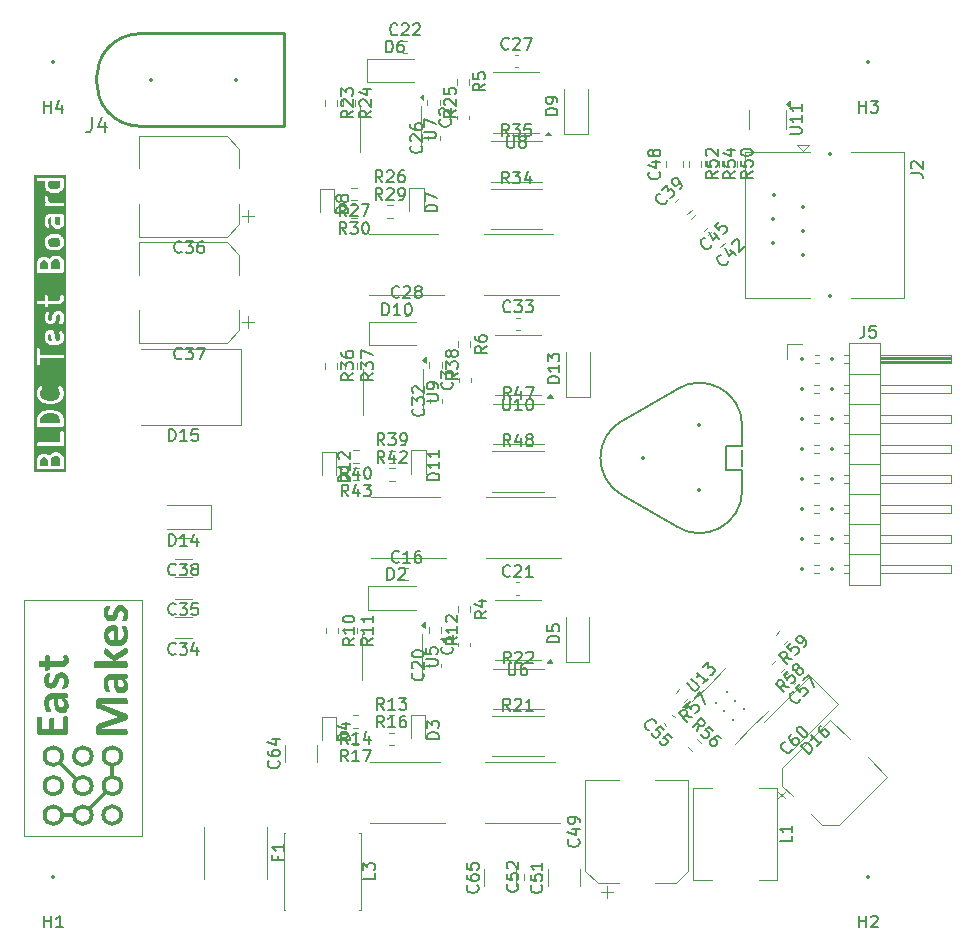
<source format=gto>
%TF.GenerationSoftware,KiCad,Pcbnew,8.0.1*%
%TF.CreationDate,2024-09-08T16:29:12+01:00*%
%TF.ProjectId,BaselineRP2040MotorController,42617365-6c69-46e6-9552-50323034304d,rev?*%
%TF.SameCoordinates,Original*%
%TF.FileFunction,Legend,Top*%
%TF.FilePolarity,Positive*%
%FSLAX46Y46*%
G04 Gerber Fmt 4.6, Leading zero omitted, Abs format (unit mm)*
G04 Created by KiCad (PCBNEW 8.0.1) date 2024-09-08 16:29:12*
%MOMM*%
%LPD*%
G01*
G04 APERTURE LIST*
%ADD10C,0.300000*%
%ADD11C,0.150000*%
%ADD12C,0.375000*%
%ADD13C,0.100000*%
%ADD14C,0.200000*%
%ADD15C,0.120000*%
%ADD16C,0.254000*%
%ADD17C,0.200000*%
%ADD18C,0.350000*%
G04 APERTURE END LIST*
D10*
G36*
X113808732Y-66592924D02*
G01*
X113871388Y-66653415D01*
X113942147Y-66790820D01*
X113944165Y-67278138D01*
X113289027Y-67279069D01*
X113287041Y-66799569D01*
X113353740Y-66662107D01*
X113414231Y-66599451D01*
X113552191Y-66528407D01*
X113672514Y-66526829D01*
X113808732Y-66592924D01*
G37*
G36*
X114856351Y-66497686D02*
G01*
X114919009Y-66558178D01*
X114989750Y-66695551D01*
X114991867Y-67276650D01*
X114241403Y-67277716D01*
X114239389Y-66791547D01*
X114315132Y-66557535D01*
X114366612Y-66504213D01*
X114504324Y-66433297D01*
X114719589Y-66431327D01*
X114856351Y-66497686D01*
G37*
G36*
X114601084Y-62896228D02*
G01*
X114760701Y-62973676D01*
X114912151Y-63122230D01*
X114989735Y-63348389D01*
X114991499Y-63657603D01*
X113288797Y-63660021D01*
X113287102Y-63362690D01*
X113362581Y-63129493D01*
X113508158Y-62981078D01*
X113658431Y-62903693D01*
X114005289Y-62814458D01*
X114254839Y-62812174D01*
X114601084Y-62896228D01*
G37*
G36*
X114292732Y-56707055D02*
G01*
X114131884Y-56707641D01*
X114013932Y-56650409D01*
X113956084Y-56538074D01*
X113953904Y-56227734D01*
X114010905Y-56110258D01*
X114123619Y-56052215D01*
X114159705Y-56051742D01*
X114292732Y-56707055D01*
G37*
G36*
X113808732Y-49926255D02*
G01*
X113871388Y-49986746D01*
X113942147Y-50124151D01*
X113944165Y-50611469D01*
X113289027Y-50612400D01*
X113287041Y-50132900D01*
X113353740Y-49995438D01*
X113414231Y-49932782D01*
X113552191Y-49861738D01*
X113672514Y-49860160D01*
X113808732Y-49926255D01*
G37*
G36*
X114856351Y-49831017D02*
G01*
X114919009Y-49891509D01*
X114989750Y-50028882D01*
X114991867Y-50609981D01*
X114241403Y-50611047D01*
X114239389Y-50124878D01*
X114315132Y-49890866D01*
X114366612Y-49837544D01*
X114504324Y-49766628D01*
X114719589Y-49764658D01*
X114856351Y-49831017D01*
G37*
G36*
X114856351Y-48021493D02*
G01*
X114919009Y-48081985D01*
X114989924Y-48219696D01*
X114991894Y-48434962D01*
X114925534Y-48571725D01*
X114865043Y-48634380D01*
X114727599Y-48705159D01*
X114226959Y-48707561D01*
X114089588Y-48640906D01*
X114026933Y-48580416D01*
X113956017Y-48442704D01*
X113954047Y-48227438D01*
X114020406Y-48090676D01*
X114080897Y-48028020D01*
X114218342Y-47957241D01*
X114718982Y-47954839D01*
X114856351Y-48021493D01*
G37*
G36*
X114989815Y-46314722D02*
G01*
X114992127Y-46720196D01*
X114935035Y-46837858D01*
X114822323Y-46895900D01*
X114701998Y-46897478D01*
X114585361Y-46840884D01*
X114527555Y-46728630D01*
X114525148Y-46306561D01*
X114526555Y-46302343D01*
X114525000Y-46280458D01*
X114524851Y-46254317D01*
X114522788Y-46249338D01*
X114522407Y-46243963D01*
X114521638Y-46241955D01*
X114951750Y-46240804D01*
X114989815Y-46314722D01*
G37*
G36*
X114989857Y-43267184D02*
G01*
X114992037Y-43577524D01*
X114925534Y-43714582D01*
X114865043Y-43777237D01*
X114727599Y-43848016D01*
X114226959Y-43850418D01*
X114089588Y-43783763D01*
X114026933Y-43723273D01*
X113956084Y-43585692D01*
X113953904Y-43275352D01*
X113993245Y-43194273D01*
X114951610Y-43192912D01*
X114989857Y-43267184D01*
G37*
G36*
X115511860Y-67798663D02*
G01*
X112767416Y-67798663D01*
X112767416Y-66759774D01*
X112989638Y-66759774D01*
X112992520Y-67455705D01*
X113014918Y-67509777D01*
X113056302Y-67551161D01*
X113110374Y-67573559D01*
X113139638Y-67576441D01*
X115168902Y-67573559D01*
X115222974Y-67551161D01*
X115264358Y-67509777D01*
X115286756Y-67455705D01*
X115289638Y-67426441D01*
X115286947Y-66687835D01*
X115288460Y-66683298D01*
X115286848Y-66660614D01*
X115286756Y-66635272D01*
X115284693Y-66630293D01*
X115284312Y-66624918D01*
X115273802Y-66597454D01*
X115176425Y-66408358D01*
X115169121Y-66390724D01*
X115164351Y-66384912D01*
X115162899Y-66382092D01*
X115159906Y-66379496D01*
X115150466Y-66367994D01*
X115052391Y-66273308D01*
X115041129Y-66260323D01*
X115034840Y-66256364D01*
X115032496Y-66254101D01*
X115028836Y-66252585D01*
X115016243Y-66244658D01*
X114844465Y-66161308D01*
X114842021Y-66158864D01*
X114824296Y-66151522D01*
X114798304Y-66138910D01*
X114792926Y-66138527D01*
X114787949Y-66136466D01*
X114758685Y-66133584D01*
X114495425Y-66135992D01*
X114491733Y-66134762D01*
X114471304Y-66136213D01*
X114443707Y-66136466D01*
X114438728Y-66138528D01*
X114433353Y-66138910D01*
X114405889Y-66149420D01*
X114216790Y-66246798D01*
X114199160Y-66254101D01*
X114193349Y-66258869D01*
X114190527Y-66260323D01*
X114187930Y-66263316D01*
X114176429Y-66272756D01*
X114097600Y-66354405D01*
X114095290Y-66355561D01*
X114084729Y-66367737D01*
X114062536Y-66390725D01*
X114060473Y-66395704D01*
X114056943Y-66399775D01*
X114050971Y-66413149D01*
X114004773Y-66368547D01*
X113993510Y-66355561D01*
X113987221Y-66351602D01*
X113984877Y-66349339D01*
X113981217Y-66347823D01*
X113968624Y-66339896D01*
X113796846Y-66256546D01*
X113794402Y-66254102D01*
X113776677Y-66246760D01*
X113750685Y-66234148D01*
X113745307Y-66233765D01*
X113740330Y-66231704D01*
X113711066Y-66228822D01*
X113542452Y-66231033D01*
X113539352Y-66230000D01*
X113520812Y-66231317D01*
X113491326Y-66231704D01*
X113486347Y-66233766D01*
X113480972Y-66234148D01*
X113453508Y-66244658D01*
X113264409Y-66342036D01*
X113246779Y-66349339D01*
X113240968Y-66354107D01*
X113238146Y-66355561D01*
X113235549Y-66358554D01*
X113224048Y-66367994D01*
X113129363Y-66466066D01*
X113116377Y-66477330D01*
X113112418Y-66483618D01*
X113110155Y-66485963D01*
X113108639Y-66489622D01*
X113100712Y-66502216D01*
X113017362Y-66673993D01*
X113014918Y-66676438D01*
X113007576Y-66694162D01*
X112994964Y-66720155D01*
X112994581Y-66725532D01*
X112992520Y-66730510D01*
X112989638Y-66759774D01*
X112767416Y-66759774D01*
X112767416Y-65455705D01*
X112992520Y-65455705D01*
X113014918Y-65509777D01*
X113056302Y-65551161D01*
X113110374Y-65573559D01*
X113139638Y-65576441D01*
X115168902Y-65573559D01*
X115222974Y-65551161D01*
X115264358Y-65509777D01*
X115286756Y-65455705D01*
X115289638Y-65426441D01*
X115286756Y-64444796D01*
X115264358Y-64390724D01*
X115222974Y-64349340D01*
X115168902Y-64326942D01*
X115110374Y-64326942D01*
X115056302Y-64349340D01*
X115014918Y-64390724D01*
X114992520Y-64444796D01*
X114989638Y-64474060D01*
X114991994Y-65276650D01*
X113110374Y-65279323D01*
X113056302Y-65301721D01*
X113014918Y-65343105D01*
X112992520Y-65397177D01*
X112992520Y-65455705D01*
X112767416Y-65455705D01*
X112767416Y-63331203D01*
X112989638Y-63331203D01*
X112992520Y-63836657D01*
X113014918Y-63890729D01*
X113056302Y-63932113D01*
X113110374Y-63954511D01*
X113139638Y-63957393D01*
X115168902Y-63954511D01*
X115222974Y-63932113D01*
X115264358Y-63890729D01*
X115286756Y-63836657D01*
X115289638Y-63807393D01*
X115286938Y-63333867D01*
X115288461Y-63312443D01*
X115286773Y-63305021D01*
X115286756Y-63301939D01*
X115285240Y-63298281D01*
X115281941Y-63283769D01*
X115191517Y-63020183D01*
X115191517Y-63016224D01*
X115183609Y-62997133D01*
X115174714Y-62971203D01*
X115171182Y-62967131D01*
X115169120Y-62962152D01*
X115150465Y-62939421D01*
X114958937Y-62751556D01*
X114945891Y-62736513D01*
X114939499Y-62732489D01*
X114937258Y-62730291D01*
X114933598Y-62728775D01*
X114921005Y-62720848D01*
X114738539Y-62632312D01*
X114727518Y-62624146D01*
X114705490Y-62616276D01*
X114703066Y-62615100D01*
X114701982Y-62615023D01*
X114699827Y-62614253D01*
X114327091Y-62523769D01*
X114311759Y-62517418D01*
X114293536Y-62515623D01*
X114289786Y-62514713D01*
X114287598Y-62515038D01*
X114282495Y-62514536D01*
X114005339Y-62517071D01*
X113989489Y-62514713D01*
X113971440Y-62517382D01*
X113967516Y-62517418D01*
X113965471Y-62518264D01*
X113960399Y-62519015D01*
X113591003Y-62614048D01*
X113576210Y-62615100D01*
X113554244Y-62623505D01*
X113551756Y-62624146D01*
X113550884Y-62624791D01*
X113548746Y-62625610D01*
X113359647Y-62722988D01*
X113342017Y-62730291D01*
X113336206Y-62735059D01*
X113333384Y-62736513D01*
X113330787Y-62739506D01*
X113319286Y-62748946D01*
X113146319Y-62925283D01*
X113142909Y-62926989D01*
X113129639Y-62942289D01*
X113110155Y-62962153D01*
X113108092Y-62967132D01*
X113104562Y-62971203D01*
X113092573Y-62998054D01*
X113000276Y-63283213D01*
X112992520Y-63301939D01*
X112991778Y-63309469D01*
X112990816Y-63312443D01*
X112991096Y-63316391D01*
X112989638Y-63331203D01*
X112767416Y-63331203D01*
X112767416Y-61045488D01*
X112989638Y-61045488D01*
X112992138Y-61236119D01*
X112990816Y-61254724D01*
X112992478Y-61262034D01*
X112992520Y-61265228D01*
X112994036Y-61268888D01*
X112997335Y-61283398D01*
X113087758Y-61546980D01*
X113087758Y-61550942D01*
X113095669Y-61570042D01*
X113104562Y-61595964D01*
X113108092Y-61600034D01*
X113110155Y-61605014D01*
X113128810Y-61627745D01*
X113320339Y-61815612D01*
X113333384Y-61830654D01*
X113339775Y-61834677D01*
X113342017Y-61836876D01*
X113345676Y-61838391D01*
X113358270Y-61846319D01*
X113540731Y-61934852D01*
X113551756Y-61943021D01*
X113573789Y-61950892D01*
X113576210Y-61952067D01*
X113577292Y-61952143D01*
X113579448Y-61952914D01*
X113952183Y-62043397D01*
X113967516Y-62049749D01*
X113985738Y-62051543D01*
X113989489Y-62052454D01*
X113991676Y-62052128D01*
X113996780Y-62052631D01*
X114273934Y-62050095D01*
X114289786Y-62052454D01*
X114307833Y-62049784D01*
X114311759Y-62049749D01*
X114313803Y-62048901D01*
X114318875Y-62048152D01*
X114688270Y-61953118D01*
X114703066Y-61952067D01*
X114725032Y-61943660D01*
X114727518Y-61943021D01*
X114728388Y-61942376D01*
X114730529Y-61941557D01*
X114919627Y-61844178D01*
X114937258Y-61836876D01*
X114943068Y-61832107D01*
X114945891Y-61830654D01*
X114948487Y-61827659D01*
X114959989Y-61818221D01*
X115132956Y-61641883D01*
X115136367Y-61640178D01*
X115149637Y-61624876D01*
X115169120Y-61605015D01*
X115171182Y-61600035D01*
X115174714Y-61595964D01*
X115186703Y-61569113D01*
X115279003Y-61283943D01*
X115286756Y-61265228D01*
X115287497Y-61257701D01*
X115288461Y-61254724D01*
X115288179Y-61250769D01*
X115289638Y-61235964D01*
X115287137Y-61045332D01*
X115288460Y-61026727D01*
X115286797Y-61019417D01*
X115286756Y-61016224D01*
X115285238Y-61012561D01*
X115281940Y-60998054D01*
X115191518Y-60734472D01*
X115191518Y-60730511D01*
X115183605Y-60711408D01*
X115174714Y-60685489D01*
X115171184Y-60681419D01*
X115169121Y-60676438D01*
X115150466Y-60653708D01*
X115032496Y-60539815D01*
X114978423Y-60517418D01*
X114919897Y-60517418D01*
X114865825Y-60539816D01*
X114824440Y-60581201D01*
X114802043Y-60635274D01*
X114802043Y-60693800D01*
X114824441Y-60747872D01*
X114843096Y-60770603D01*
X114912540Y-60837647D01*
X114989868Y-61063059D01*
X114991740Y-61205814D01*
X114916696Y-61437672D01*
X114771115Y-61586089D01*
X114620844Y-61663472D01*
X114273984Y-61752708D01*
X114024435Y-61754992D01*
X113678190Y-61670938D01*
X113518573Y-61593489D01*
X113367124Y-61444936D01*
X113289407Y-61218391D01*
X113287535Y-61075635D01*
X113362751Y-60843249D01*
X113454835Y-60747871D01*
X113477232Y-60693799D01*
X113477232Y-60635273D01*
X113454835Y-60581201D01*
X113413449Y-60539815D01*
X113359377Y-60517418D01*
X113300851Y-60517418D01*
X113246779Y-60539815D01*
X113224048Y-60558470D01*
X113145219Y-60640119D01*
X113142909Y-60641275D01*
X113132348Y-60653451D01*
X113110155Y-60676439D01*
X113108092Y-60681418D01*
X113104562Y-60685489D01*
X113092574Y-60712340D01*
X113000275Y-60997500D01*
X112992520Y-61016224D01*
X112991778Y-61023753D01*
X112990816Y-61026727D01*
X112991096Y-61030676D01*
X112989638Y-61045488D01*
X112767416Y-61045488D01*
X112767416Y-57426440D01*
X112989638Y-57426440D01*
X112992520Y-58598561D01*
X113014918Y-58652633D01*
X113056302Y-58694017D01*
X113110374Y-58716415D01*
X113168902Y-58716415D01*
X113222974Y-58694017D01*
X113264358Y-58652633D01*
X113286756Y-58598561D01*
X113289638Y-58569297D01*
X113288601Y-58147657D01*
X115168902Y-58144987D01*
X115222974Y-58122589D01*
X115264358Y-58081205D01*
X115286756Y-58027133D01*
X115286756Y-57968605D01*
X115264358Y-57914533D01*
X115222974Y-57873149D01*
X115168902Y-57850751D01*
X115139638Y-57847869D01*
X113287870Y-57850498D01*
X113286756Y-57397176D01*
X113264358Y-57343104D01*
X113222974Y-57301720D01*
X113168902Y-57279322D01*
X113110374Y-57279322D01*
X113056302Y-57301720D01*
X113014918Y-57343104D01*
X112992520Y-57397176D01*
X112989638Y-57426440D01*
X112767416Y-57426440D01*
X112767416Y-56188344D01*
X113656304Y-56188344D01*
X113658820Y-56546519D01*
X113657482Y-56550535D01*
X113658998Y-56571879D01*
X113659186Y-56598561D01*
X113661247Y-56603538D01*
X113661630Y-56608916D01*
X113672140Y-56636379D01*
X113766256Y-56819143D01*
X113771228Y-56834057D01*
X113777895Y-56841744D01*
X113783043Y-56851741D01*
X113797255Y-56864067D01*
X113809575Y-56878272D01*
X113824378Y-56887590D01*
X113827258Y-56890088D01*
X113829569Y-56890858D01*
X113834460Y-56893937D01*
X114006238Y-56977286D01*
X114008683Y-56979731D01*
X114026412Y-56987074D01*
X114052401Y-56999685D01*
X114057776Y-57000066D01*
X114062755Y-57002129D01*
X114092019Y-57005011D01*
X114466237Y-57003647D01*
X114473128Y-57005011D01*
X114480198Y-57003596D01*
X114830623Y-57002320D01*
X114835161Y-57003833D01*
X114857844Y-57002221D01*
X114883187Y-57002129D01*
X114888165Y-57000066D01*
X114893541Y-56999685D01*
X114921005Y-56989175D01*
X115103770Y-56895058D01*
X115118684Y-56890087D01*
X115126371Y-56883419D01*
X115136368Y-56878272D01*
X115148691Y-56864062D01*
X115162899Y-56851741D01*
X115172218Y-56836935D01*
X115174715Y-56834057D01*
X115175485Y-56831745D01*
X115178564Y-56826855D01*
X115261912Y-56655078D01*
X115264358Y-56652633D01*
X115271702Y-56634902D01*
X115284312Y-56608915D01*
X115284693Y-56603539D01*
X115286756Y-56598561D01*
X115289638Y-56569297D01*
X115287121Y-56211121D01*
X115288460Y-56207106D01*
X115286943Y-56185761D01*
X115286756Y-56159080D01*
X115284693Y-56154101D01*
X115284312Y-56148726D01*
X115273802Y-56121262D01*
X115162899Y-55905900D01*
X115118684Y-55867554D01*
X115063162Y-55849046D01*
X115004781Y-55853194D01*
X114952432Y-55879369D01*
X114914086Y-55923584D01*
X114895578Y-55979106D01*
X114899726Y-56037487D01*
X114910236Y-56064950D01*
X114989857Y-56219566D01*
X114992037Y-56529906D01*
X114935035Y-56647383D01*
X114822908Y-56705123D01*
X114595770Y-56705951D01*
X114429613Y-55887427D01*
X114429613Y-55873366D01*
X114424015Y-55859852D01*
X114421017Y-55845082D01*
X114412838Y-55832869D01*
X114407215Y-55819294D01*
X114396714Y-55808793D01*
X114388450Y-55796453D01*
X114376221Y-55788300D01*
X114365831Y-55777910D01*
X114352111Y-55772226D01*
X114339753Y-55763988D01*
X114325335Y-55761135D01*
X114311759Y-55755512D01*
X114282495Y-55752630D01*
X114282348Y-55752631D01*
X114282339Y-55752630D01*
X114282328Y-55752632D01*
X114113881Y-55754841D01*
X114110781Y-55753808D01*
X114092241Y-55755125D01*
X114062755Y-55755512D01*
X114057776Y-55757574D01*
X114052401Y-55757956D01*
X114024938Y-55768466D01*
X113842177Y-55862579D01*
X113827258Y-55867553D01*
X113819566Y-55874223D01*
X113809575Y-55879369D01*
X113797255Y-55893573D01*
X113783043Y-55905900D01*
X113773720Y-55920710D01*
X113771228Y-55923584D01*
X113770458Y-55925891D01*
X113767378Y-55930786D01*
X113684028Y-56102563D01*
X113681584Y-56105008D01*
X113674242Y-56122732D01*
X113661630Y-56148725D01*
X113661247Y-56154102D01*
X113659186Y-56159080D01*
X113656304Y-56188344D01*
X112767416Y-56188344D01*
X112767416Y-54569297D01*
X113656304Y-54569297D01*
X113658712Y-54832556D01*
X113657482Y-54836249D01*
X113658933Y-54856678D01*
X113659186Y-54884275D01*
X113661247Y-54889252D01*
X113661630Y-54894630D01*
X113672140Y-54922093D01*
X113766256Y-55104857D01*
X113771228Y-55119771D01*
X113777895Y-55127458D01*
X113783043Y-55137455D01*
X113797255Y-55149781D01*
X113809575Y-55163986D01*
X113824378Y-55173304D01*
X113827258Y-55175802D01*
X113829569Y-55176572D01*
X113834460Y-55179651D01*
X114006238Y-55263000D01*
X114008683Y-55265445D01*
X114026412Y-55272788D01*
X114052401Y-55285399D01*
X114057776Y-55285780D01*
X114062755Y-55287843D01*
X114092019Y-55290725D01*
X114166833Y-55288993D01*
X114168495Y-55289547D01*
X114180859Y-55288668D01*
X114216521Y-55287843D01*
X114221498Y-55285781D01*
X114226876Y-55285399D01*
X114254339Y-55274889D01*
X114437103Y-55180772D01*
X114452017Y-55175801D01*
X114459704Y-55169133D01*
X114469701Y-55163986D01*
X114482024Y-55149776D01*
X114496232Y-55137455D01*
X114505551Y-55122649D01*
X114508048Y-55119771D01*
X114508818Y-55117459D01*
X114511897Y-55112569D01*
X114595245Y-54940792D01*
X114597691Y-54938347D01*
X114605035Y-54920616D01*
X114617645Y-54894629D01*
X114618026Y-54889253D01*
X114620089Y-54884275D01*
X114622971Y-54855011D01*
X114620714Y-54608392D01*
X114677572Y-54491210D01*
X114790930Y-54432835D01*
X114816709Y-54432238D01*
X114932009Y-54488183D01*
X114989857Y-54600519D01*
X114992037Y-54910858D01*
X114899726Y-55101106D01*
X114895578Y-55159487D01*
X114914086Y-55215009D01*
X114952432Y-55259224D01*
X115004781Y-55285399D01*
X115063162Y-55289547D01*
X115118684Y-55271039D01*
X115162899Y-55232693D01*
X115178564Y-55207807D01*
X115261912Y-55036030D01*
X115264358Y-55033585D01*
X115271702Y-55015854D01*
X115284312Y-54989867D01*
X115284693Y-54984491D01*
X115286756Y-54979513D01*
X115289638Y-54950249D01*
X115287121Y-54592074D01*
X115288460Y-54588059D01*
X115286943Y-54566714D01*
X115286756Y-54540033D01*
X115284693Y-54535054D01*
X115284312Y-54529679D01*
X115273802Y-54502216D01*
X115179688Y-54319456D01*
X115174715Y-54304536D01*
X115168044Y-54296844D01*
X115162899Y-54286853D01*
X115148694Y-54274533D01*
X115136368Y-54260321D01*
X115121557Y-54250998D01*
X115118684Y-54248506D01*
X115116376Y-54247736D01*
X115111482Y-54244656D01*
X114939703Y-54161306D01*
X114937259Y-54158862D01*
X114919529Y-54151518D01*
X114893541Y-54138908D01*
X114888165Y-54138526D01*
X114883187Y-54136464D01*
X114853923Y-54133582D01*
X114779108Y-54135313D01*
X114777447Y-54134760D01*
X114765082Y-54135638D01*
X114729421Y-54136464D01*
X114724442Y-54138526D01*
X114719067Y-54138908D01*
X114691603Y-54149418D01*
X114508842Y-54243532D01*
X114493925Y-54248505D01*
X114486234Y-54255174D01*
X114476241Y-54260321D01*
X114463919Y-54274528D01*
X114449710Y-54286852D01*
X114440387Y-54301661D01*
X114437895Y-54304536D01*
X114437125Y-54306843D01*
X114434045Y-54311738D01*
X114350695Y-54483516D01*
X114348251Y-54485961D01*
X114340907Y-54503690D01*
X114328297Y-54529679D01*
X114327915Y-54535054D01*
X114325853Y-54540033D01*
X114322971Y-54569297D01*
X114325227Y-54815915D01*
X114268369Y-54933096D01*
X114155011Y-54991471D01*
X114129232Y-54992068D01*
X114013932Y-54936123D01*
X113956017Y-54823657D01*
X113954047Y-54608392D01*
X114046216Y-54418438D01*
X114050364Y-54360058D01*
X114031857Y-54304535D01*
X113993510Y-54260320D01*
X113941161Y-54234146D01*
X113882780Y-54229998D01*
X113827258Y-54248505D01*
X113783043Y-54286852D01*
X113767378Y-54311738D01*
X113684028Y-54483516D01*
X113681584Y-54485961D01*
X113674240Y-54503690D01*
X113661630Y-54529679D01*
X113661248Y-54535054D01*
X113659186Y-54540033D01*
X113656304Y-54569297D01*
X112767416Y-54569297D01*
X112767416Y-53455703D01*
X112992520Y-53455703D01*
X113014918Y-53509775D01*
X113056302Y-53551159D01*
X113110374Y-53573557D01*
X113139638Y-53576439D01*
X113658581Y-53575581D01*
X113659186Y-53741417D01*
X113681584Y-53795489D01*
X113722968Y-53836873D01*
X113777040Y-53859271D01*
X113835568Y-53859271D01*
X113889640Y-53836873D01*
X113931024Y-53795489D01*
X113953422Y-53741417D01*
X113956304Y-53712153D01*
X113955804Y-53575089D01*
X114830311Y-53573644D01*
X114835161Y-53575261D01*
X114858570Y-53573597D01*
X114883187Y-53573557D01*
X114888165Y-53571494D01*
X114893541Y-53571113D01*
X114921005Y-53560603D01*
X115103770Y-53466486D01*
X115118684Y-53461515D01*
X115126371Y-53454847D01*
X115136368Y-53449700D01*
X115148691Y-53435490D01*
X115162899Y-53423169D01*
X115172218Y-53408363D01*
X115174715Y-53405485D01*
X115175485Y-53403173D01*
X115178564Y-53398283D01*
X115261912Y-53226506D01*
X115264358Y-53224061D01*
X115271702Y-53206330D01*
X115284312Y-53180343D01*
X115284693Y-53174967D01*
X115286756Y-53169989D01*
X115289638Y-53140725D01*
X115286756Y-52920985D01*
X115264358Y-52866913D01*
X115222974Y-52825529D01*
X115168902Y-52803131D01*
X115110374Y-52803131D01*
X115056302Y-52825529D01*
X115014918Y-52866913D01*
X114992520Y-52920985D01*
X114989638Y-52950249D01*
X114991630Y-53102173D01*
X114935035Y-53218811D01*
X114823028Y-53276490D01*
X113954722Y-53277925D01*
X113953422Y-52920985D01*
X113931024Y-52866913D01*
X113889640Y-52825529D01*
X113835568Y-52803131D01*
X113777040Y-52803131D01*
X113722968Y-52825529D01*
X113681584Y-52866913D01*
X113659186Y-52920985D01*
X113656304Y-52950249D01*
X113657499Y-53278416D01*
X113110374Y-53279321D01*
X113056302Y-53301719D01*
X113014918Y-53343103D01*
X112992520Y-53397175D01*
X112992520Y-53455703D01*
X112767416Y-53455703D01*
X112767416Y-50093105D01*
X112989638Y-50093105D01*
X112992520Y-50789036D01*
X113014918Y-50843108D01*
X113056302Y-50884492D01*
X113110374Y-50906890D01*
X113139638Y-50909772D01*
X115168902Y-50906890D01*
X115222974Y-50884492D01*
X115264358Y-50843108D01*
X115286756Y-50789036D01*
X115289638Y-50759772D01*
X115286947Y-50021166D01*
X115288460Y-50016629D01*
X115286848Y-49993945D01*
X115286756Y-49968603D01*
X115284693Y-49963624D01*
X115284312Y-49958249D01*
X115273802Y-49930785D01*
X115176425Y-49741689D01*
X115169121Y-49724055D01*
X115164351Y-49718243D01*
X115162899Y-49715423D01*
X115159906Y-49712827D01*
X115150466Y-49701325D01*
X115052391Y-49606639D01*
X115041129Y-49593654D01*
X115034840Y-49589695D01*
X115032496Y-49587432D01*
X115028836Y-49585916D01*
X115016243Y-49577989D01*
X114844465Y-49494639D01*
X114842021Y-49492195D01*
X114824296Y-49484853D01*
X114798304Y-49472241D01*
X114792926Y-49471858D01*
X114787949Y-49469797D01*
X114758685Y-49466915D01*
X114495425Y-49469323D01*
X114491733Y-49468093D01*
X114471304Y-49469544D01*
X114443707Y-49469797D01*
X114438728Y-49471859D01*
X114433353Y-49472241D01*
X114405889Y-49482751D01*
X114216790Y-49580129D01*
X114199160Y-49587432D01*
X114193349Y-49592200D01*
X114190527Y-49593654D01*
X114187930Y-49596647D01*
X114176429Y-49606087D01*
X114097600Y-49687736D01*
X114095290Y-49688892D01*
X114084729Y-49701068D01*
X114062536Y-49724056D01*
X114060473Y-49729035D01*
X114056943Y-49733106D01*
X114050971Y-49746480D01*
X114004773Y-49701878D01*
X113993510Y-49688892D01*
X113987221Y-49684933D01*
X113984877Y-49682670D01*
X113981217Y-49681154D01*
X113968624Y-49673227D01*
X113796846Y-49589877D01*
X113794402Y-49587433D01*
X113776677Y-49580091D01*
X113750685Y-49567479D01*
X113745307Y-49567096D01*
X113740330Y-49565035D01*
X113711066Y-49562153D01*
X113542452Y-49564364D01*
X113539352Y-49563331D01*
X113520812Y-49564648D01*
X113491326Y-49565035D01*
X113486347Y-49567097D01*
X113480972Y-49567479D01*
X113453508Y-49577989D01*
X113264409Y-49675367D01*
X113246779Y-49682670D01*
X113240968Y-49687438D01*
X113238146Y-49688892D01*
X113235549Y-49691885D01*
X113224048Y-49701325D01*
X113129363Y-49799397D01*
X113116377Y-49810661D01*
X113112418Y-49816949D01*
X113110155Y-49819294D01*
X113108639Y-49822953D01*
X113100712Y-49835547D01*
X113017362Y-50007324D01*
X113014918Y-50009769D01*
X113007576Y-50027493D01*
X112994964Y-50053486D01*
X112994581Y-50058863D01*
X112992520Y-50063841D01*
X112989638Y-50093105D01*
X112767416Y-50093105D01*
X112767416Y-48188343D01*
X113656304Y-48188343D01*
X113658712Y-48451603D01*
X113657482Y-48455296D01*
X113658933Y-48475725D01*
X113659186Y-48503322D01*
X113661247Y-48508299D01*
X113661630Y-48513677D01*
X113672140Y-48541140D01*
X113769518Y-48730238D01*
X113776821Y-48747869D01*
X113781589Y-48753679D01*
X113783043Y-48756502D01*
X113786037Y-48759098D01*
X113795476Y-48770600D01*
X113893554Y-48865290D01*
X113904813Y-48878271D01*
X113911098Y-48882227D01*
X113913445Y-48884493D01*
X113917106Y-48886009D01*
X113929698Y-48893936D01*
X114101476Y-48977285D01*
X114103921Y-48979730D01*
X114121650Y-48987073D01*
X114147639Y-48999684D01*
X114153014Y-49000065D01*
X114157993Y-49002128D01*
X114187257Y-49005010D01*
X114735565Y-49002379D01*
X114739923Y-49003832D01*
X114762164Y-49002251D01*
X114787949Y-49002128D01*
X114792926Y-49000066D01*
X114798304Y-48999684D01*
X114825767Y-48989174D01*
X115014866Y-48891794D01*
X115032496Y-48884493D01*
X115038306Y-48879724D01*
X115041129Y-48878271D01*
X115043725Y-48875277D01*
X115055226Y-48865839D01*
X115149917Y-48767760D01*
X115162899Y-48756502D01*
X115166855Y-48750216D01*
X115169121Y-48747870D01*
X115170637Y-48744207D01*
X115178564Y-48731616D01*
X115261912Y-48559839D01*
X115264358Y-48557394D01*
X115271702Y-48539663D01*
X115284312Y-48513676D01*
X115284693Y-48508300D01*
X115286756Y-48503322D01*
X115289638Y-48474058D01*
X115287229Y-48210797D01*
X115288460Y-48207105D01*
X115287008Y-48186676D01*
X115286756Y-48159079D01*
X115284693Y-48154100D01*
X115284312Y-48148725D01*
X115273802Y-48121261D01*
X115176425Y-47932165D01*
X115169121Y-47914531D01*
X115164351Y-47908719D01*
X115162899Y-47905899D01*
X115159906Y-47903303D01*
X115150466Y-47891801D01*
X115052391Y-47797115D01*
X115041129Y-47784130D01*
X115034840Y-47780171D01*
X115032496Y-47777908D01*
X115028836Y-47776392D01*
X115016243Y-47768465D01*
X114844465Y-47685115D01*
X114842021Y-47682671D01*
X114824296Y-47675329D01*
X114798304Y-47662717D01*
X114792926Y-47662334D01*
X114787949Y-47660273D01*
X114758685Y-47657391D01*
X114210377Y-47660021D01*
X114206019Y-47658569D01*
X114183777Y-47660149D01*
X114157993Y-47660273D01*
X114153014Y-47662335D01*
X114147639Y-47662717D01*
X114120176Y-47673227D01*
X113931081Y-47770602D01*
X113913445Y-47777908D01*
X113907633Y-47782677D01*
X113904813Y-47784130D01*
X113902218Y-47787121D01*
X113890714Y-47796563D01*
X113796029Y-47894635D01*
X113783043Y-47905899D01*
X113779084Y-47912187D01*
X113776821Y-47914532D01*
X113775305Y-47918191D01*
X113767378Y-47930785D01*
X113684028Y-48102562D01*
X113681584Y-48105007D01*
X113674242Y-48122731D01*
X113661630Y-48148724D01*
X113661247Y-48154101D01*
X113659186Y-48159079D01*
X113656304Y-48188343D01*
X112767416Y-48188343D01*
X112767416Y-46378819D01*
X113656304Y-46378819D01*
X113658820Y-46736994D01*
X113657482Y-46741010D01*
X113658998Y-46762354D01*
X113659186Y-46789036D01*
X113661247Y-46794013D01*
X113661630Y-46799391D01*
X113672140Y-46826854D01*
X113783043Y-47042216D01*
X113827258Y-47080563D01*
X113882781Y-47099070D01*
X113941161Y-47094922D01*
X113993510Y-47068747D01*
X114031857Y-47024532D01*
X114050364Y-46969010D01*
X114046216Y-46910630D01*
X114035706Y-46883166D01*
X113956084Y-46728549D01*
X113953904Y-46418209D01*
X114010905Y-46300733D01*
X114122975Y-46243022D01*
X114190894Y-46242840D01*
X114227910Y-46314722D01*
X114230317Y-46736791D01*
X114228911Y-46741010D01*
X114230465Y-46762895D01*
X114230615Y-46789036D01*
X114232676Y-46794013D01*
X114233059Y-46799391D01*
X114243569Y-46826854D01*
X114337685Y-47009618D01*
X114342657Y-47024532D01*
X114349324Y-47032219D01*
X114354472Y-47042216D01*
X114368681Y-47054539D01*
X114381003Y-47068747D01*
X114395808Y-47078066D01*
X114398687Y-47080563D01*
X114400998Y-47081333D01*
X114405889Y-47084412D01*
X114577665Y-47167760D01*
X114580111Y-47170206D01*
X114597841Y-47177550D01*
X114623829Y-47190160D01*
X114629204Y-47190541D01*
X114634183Y-47192604D01*
X114663447Y-47195486D01*
X114832060Y-47193274D01*
X114835161Y-47194308D01*
X114853700Y-47192990D01*
X114883187Y-47192604D01*
X114888165Y-47190541D01*
X114893541Y-47190160D01*
X114921005Y-47179650D01*
X115103770Y-47085533D01*
X115118684Y-47080562D01*
X115126371Y-47073894D01*
X115136368Y-47068747D01*
X115148691Y-47054537D01*
X115162899Y-47042216D01*
X115172218Y-47027410D01*
X115174715Y-47024532D01*
X115175485Y-47022220D01*
X115178564Y-47017330D01*
X115261912Y-46845553D01*
X115264358Y-46843108D01*
X115271702Y-46825377D01*
X115284312Y-46799390D01*
X115284693Y-46794014D01*
X115286756Y-46789036D01*
X115289638Y-46759772D01*
X115287053Y-46306561D01*
X115288460Y-46302343D01*
X115286905Y-46280458D01*
X115286756Y-46254317D01*
X115284693Y-46249338D01*
X115284312Y-46243963D01*
X115273802Y-46216499D01*
X115256975Y-46183823D01*
X115264358Y-46176441D01*
X115286756Y-46122369D01*
X115286756Y-46063841D01*
X115264358Y-46009769D01*
X115222974Y-45968385D01*
X115168902Y-45945987D01*
X115139638Y-45943105D01*
X114304428Y-45945340D01*
X114301257Y-45944283D01*
X114285670Y-45945390D01*
X114115469Y-45945845D01*
X114110781Y-45944283D01*
X114087739Y-45945920D01*
X114062755Y-45945987D01*
X114057776Y-45948049D01*
X114052401Y-45948431D01*
X114024938Y-45958941D01*
X113842177Y-46053054D01*
X113827258Y-46058028D01*
X113819566Y-46064698D01*
X113809575Y-46069844D01*
X113797255Y-46084048D01*
X113783043Y-46096375D01*
X113773720Y-46111185D01*
X113771228Y-46114059D01*
X113770458Y-46116366D01*
X113767378Y-46121261D01*
X113684028Y-46293038D01*
X113681584Y-46295483D01*
X113674242Y-46313207D01*
X113661630Y-46339200D01*
X113661247Y-46344577D01*
X113659186Y-46349555D01*
X113656304Y-46378819D01*
X112767416Y-46378819D01*
X112767416Y-44569295D01*
X113656304Y-44569295D01*
X113658515Y-44737909D01*
X113657482Y-44741010D01*
X113658799Y-44759550D01*
X113659186Y-44789036D01*
X113661247Y-44794013D01*
X113661630Y-44799391D01*
X113672140Y-44826854D01*
X113761356Y-45000102D01*
X113722968Y-45016004D01*
X113681584Y-45057388D01*
X113659186Y-45111460D01*
X113659186Y-45169988D01*
X113681584Y-45224060D01*
X113722968Y-45265444D01*
X113777040Y-45287842D01*
X113806304Y-45290724D01*
X115168902Y-45287842D01*
X115222974Y-45265444D01*
X115264358Y-45224060D01*
X115286756Y-45169988D01*
X115286756Y-45111460D01*
X115264358Y-45057388D01*
X115222974Y-45016004D01*
X115168902Y-44993606D01*
X115139638Y-44990724D01*
X114225685Y-44992657D01*
X114089588Y-44926620D01*
X114026933Y-44866130D01*
X113955889Y-44728170D01*
X113953422Y-44540031D01*
X113931024Y-44485959D01*
X113889640Y-44444575D01*
X113835568Y-44422177D01*
X113777040Y-44422177D01*
X113722968Y-44444575D01*
X113681584Y-44485959D01*
X113659186Y-44540031D01*
X113656304Y-44569295D01*
X112767416Y-44569295D01*
X112767416Y-43074750D01*
X112992520Y-43074750D01*
X113014918Y-43128822D01*
X113056302Y-43170206D01*
X113110374Y-43192604D01*
X113139638Y-43195486D01*
X113662406Y-43194743D01*
X113661630Y-43196343D01*
X113661247Y-43201720D01*
X113659186Y-43206698D01*
X113656304Y-43235962D01*
X113658820Y-43594137D01*
X113657482Y-43598153D01*
X113658998Y-43619497D01*
X113659186Y-43646179D01*
X113661247Y-43651156D01*
X113661630Y-43656534D01*
X113672140Y-43683997D01*
X113769518Y-43873095D01*
X113776821Y-43890726D01*
X113781589Y-43896536D01*
X113783043Y-43899359D01*
X113786037Y-43901955D01*
X113795476Y-43913457D01*
X113893554Y-44008147D01*
X113904813Y-44021128D01*
X113911098Y-44025084D01*
X113913445Y-44027350D01*
X113917106Y-44028866D01*
X113929698Y-44036793D01*
X114101476Y-44120142D01*
X114103921Y-44122587D01*
X114121650Y-44129930D01*
X114147639Y-44142541D01*
X114153014Y-44142922D01*
X114157993Y-44144985D01*
X114187257Y-44147867D01*
X114735565Y-44145236D01*
X114739923Y-44146689D01*
X114762164Y-44145108D01*
X114787949Y-44144985D01*
X114792926Y-44142923D01*
X114798304Y-44142541D01*
X114825767Y-44132031D01*
X115014866Y-44034651D01*
X115032496Y-44027350D01*
X115038306Y-44022581D01*
X115041129Y-44021128D01*
X115043725Y-44018134D01*
X115055226Y-44008696D01*
X115149917Y-43910617D01*
X115162899Y-43899359D01*
X115166855Y-43893073D01*
X115169121Y-43890727D01*
X115170637Y-43887064D01*
X115178564Y-43874473D01*
X115261912Y-43702696D01*
X115264358Y-43700251D01*
X115271702Y-43682520D01*
X115284312Y-43656533D01*
X115284693Y-43651157D01*
X115286756Y-43646179D01*
X115289638Y-43616915D01*
X115287121Y-43258739D01*
X115288460Y-43254724D01*
X115286943Y-43233379D01*
X115286756Y-43206698D01*
X115284693Y-43201719D01*
X115284312Y-43196344D01*
X115273802Y-43168880D01*
X115256975Y-43136204D01*
X115264358Y-43128822D01*
X115286756Y-43074750D01*
X115286756Y-43016222D01*
X115264358Y-42962150D01*
X115222974Y-42920766D01*
X115168902Y-42898368D01*
X115139638Y-42895486D01*
X113891156Y-42897259D01*
X113882781Y-42896664D01*
X113880952Y-42897273D01*
X113110374Y-42898368D01*
X113056302Y-42920766D01*
X113014918Y-42962150D01*
X112992520Y-43016222D01*
X112992520Y-43074750D01*
X112767416Y-43074750D01*
X112767416Y-42673264D01*
X115511860Y-42673264D01*
X115511860Y-67798663D01*
G37*
D11*
X173604819Y-42342859D02*
X173128628Y-42676192D01*
X173604819Y-42914287D02*
X172604819Y-42914287D01*
X172604819Y-42914287D02*
X172604819Y-42533335D01*
X172604819Y-42533335D02*
X172652438Y-42438097D01*
X172652438Y-42438097D02*
X172700057Y-42390478D01*
X172700057Y-42390478D02*
X172795295Y-42342859D01*
X172795295Y-42342859D02*
X172938152Y-42342859D01*
X172938152Y-42342859D02*
X173033390Y-42390478D01*
X173033390Y-42390478D02*
X173081009Y-42438097D01*
X173081009Y-42438097D02*
X173128628Y-42533335D01*
X173128628Y-42533335D02*
X173128628Y-42914287D01*
X172604819Y-41438097D02*
X172604819Y-41914287D01*
X172604819Y-41914287D02*
X173081009Y-41961906D01*
X173081009Y-41961906D02*
X173033390Y-41914287D01*
X173033390Y-41914287D02*
X172985771Y-41819049D01*
X172985771Y-41819049D02*
X172985771Y-41580954D01*
X172985771Y-41580954D02*
X173033390Y-41485716D01*
X173033390Y-41485716D02*
X173081009Y-41438097D01*
X173081009Y-41438097D02*
X173176247Y-41390478D01*
X173176247Y-41390478D02*
X173414342Y-41390478D01*
X173414342Y-41390478D02*
X173509580Y-41438097D01*
X173509580Y-41438097D02*
X173557200Y-41485716D01*
X173557200Y-41485716D02*
X173604819Y-41580954D01*
X173604819Y-41580954D02*
X173604819Y-41819049D01*
X173604819Y-41819049D02*
X173557200Y-41914287D01*
X173557200Y-41914287D02*
X173509580Y-41961906D01*
X172604819Y-40771430D02*
X172604819Y-40676192D01*
X172604819Y-40676192D02*
X172652438Y-40580954D01*
X172652438Y-40580954D02*
X172700057Y-40533335D01*
X172700057Y-40533335D02*
X172795295Y-40485716D01*
X172795295Y-40485716D02*
X172985771Y-40438097D01*
X172985771Y-40438097D02*
X173223866Y-40438097D01*
X173223866Y-40438097D02*
X173414342Y-40485716D01*
X173414342Y-40485716D02*
X173509580Y-40533335D01*
X173509580Y-40533335D02*
X173557200Y-40580954D01*
X173557200Y-40580954D02*
X173604819Y-40676192D01*
X173604819Y-40676192D02*
X173604819Y-40771430D01*
X173604819Y-40771430D02*
X173557200Y-40866668D01*
X173557200Y-40866668D02*
X173509580Y-40914287D01*
X173509580Y-40914287D02*
X173414342Y-40961906D01*
X173414342Y-40961906D02*
X173223866Y-41009525D01*
X173223866Y-41009525D02*
X172985771Y-41009525D01*
X172985771Y-41009525D02*
X172795295Y-40961906D01*
X172795295Y-40961906D02*
X172700057Y-40914287D01*
X172700057Y-40914287D02*
X172652438Y-40866668D01*
X172652438Y-40866668D02*
X172604819Y-40771430D01*
X165679579Y-42392856D02*
X165727199Y-42440475D01*
X165727199Y-42440475D02*
X165774818Y-42583332D01*
X165774818Y-42583332D02*
X165774818Y-42678570D01*
X165774818Y-42678570D02*
X165727199Y-42821427D01*
X165727199Y-42821427D02*
X165631960Y-42916665D01*
X165631960Y-42916665D02*
X165536722Y-42964284D01*
X165536722Y-42964284D02*
X165346246Y-43011903D01*
X165346246Y-43011903D02*
X165203389Y-43011903D01*
X165203389Y-43011903D02*
X165012913Y-42964284D01*
X165012913Y-42964284D02*
X164917675Y-42916665D01*
X164917675Y-42916665D02*
X164822437Y-42821427D01*
X164822437Y-42821427D02*
X164774818Y-42678570D01*
X164774818Y-42678570D02*
X164774818Y-42583332D01*
X164774818Y-42583332D02*
X164822437Y-42440475D01*
X164822437Y-42440475D02*
X164870056Y-42392856D01*
X165108151Y-41535713D02*
X165774818Y-41535713D01*
X164727199Y-41773808D02*
X165441484Y-42011903D01*
X165441484Y-42011903D02*
X165441484Y-41392856D01*
X165203389Y-40869046D02*
X165155770Y-40964284D01*
X165155770Y-40964284D02*
X165108151Y-41011903D01*
X165108151Y-41011903D02*
X165012913Y-41059522D01*
X165012913Y-41059522D02*
X164965294Y-41059522D01*
X164965294Y-41059522D02*
X164870056Y-41011903D01*
X164870056Y-41011903D02*
X164822437Y-40964284D01*
X164822437Y-40964284D02*
X164774818Y-40869046D01*
X164774818Y-40869046D02*
X164774818Y-40678570D01*
X164774818Y-40678570D02*
X164822437Y-40583332D01*
X164822437Y-40583332D02*
X164870056Y-40535713D01*
X164870056Y-40535713D02*
X164965294Y-40488094D01*
X164965294Y-40488094D02*
X165012913Y-40488094D01*
X165012913Y-40488094D02*
X165108151Y-40535713D01*
X165108151Y-40535713D02*
X165155770Y-40583332D01*
X165155770Y-40583332D02*
X165203389Y-40678570D01*
X165203389Y-40678570D02*
X165203389Y-40869046D01*
X165203389Y-40869046D02*
X165251008Y-40964284D01*
X165251008Y-40964284D02*
X165298627Y-41011903D01*
X165298627Y-41011903D02*
X165393865Y-41059522D01*
X165393865Y-41059522D02*
X165584341Y-41059522D01*
X165584341Y-41059522D02*
X165679579Y-41011903D01*
X165679579Y-41011903D02*
X165727199Y-40964284D01*
X165727199Y-40964284D02*
X165774818Y-40869046D01*
X165774818Y-40869046D02*
X165774818Y-40678570D01*
X165774818Y-40678570D02*
X165727199Y-40583332D01*
X165727199Y-40583332D02*
X165679579Y-40535713D01*
X165679579Y-40535713D02*
X165584341Y-40488094D01*
X165584341Y-40488094D02*
X165393865Y-40488094D01*
X165393865Y-40488094D02*
X165298627Y-40535713D01*
X165298627Y-40535713D02*
X165251008Y-40583332D01*
X165251008Y-40583332D02*
X165203389Y-40678570D01*
X166340003Y-44792639D02*
X166340003Y-44859983D01*
X166340003Y-44859983D02*
X166272659Y-44994670D01*
X166272659Y-44994670D02*
X166205316Y-45062013D01*
X166205316Y-45062013D02*
X166070629Y-45129357D01*
X166070629Y-45129357D02*
X165935942Y-45129357D01*
X165935942Y-45129357D02*
X165834927Y-45095685D01*
X165834927Y-45095685D02*
X165666568Y-44994670D01*
X165666568Y-44994670D02*
X165565553Y-44893655D01*
X165565553Y-44893655D02*
X165464537Y-44725296D01*
X165464537Y-44725296D02*
X165430866Y-44624281D01*
X165430866Y-44624281D02*
X165430866Y-44489594D01*
X165430866Y-44489594D02*
X165498209Y-44354907D01*
X165498209Y-44354907D02*
X165565553Y-44287563D01*
X165565553Y-44287563D02*
X165700240Y-44220220D01*
X165700240Y-44220220D02*
X165767583Y-44220220D01*
X165935942Y-43917174D02*
X166373675Y-43479441D01*
X166373675Y-43479441D02*
X166407346Y-43984517D01*
X166407346Y-43984517D02*
X166508362Y-43883502D01*
X166508362Y-43883502D02*
X166609377Y-43849830D01*
X166609377Y-43849830D02*
X166676720Y-43849830D01*
X166676720Y-43849830D02*
X166777736Y-43883502D01*
X166777736Y-43883502D02*
X166946094Y-44051861D01*
X166946094Y-44051861D02*
X166979766Y-44152876D01*
X166979766Y-44152876D02*
X166979766Y-44220220D01*
X166979766Y-44220220D02*
X166946094Y-44321235D01*
X166946094Y-44321235D02*
X166744064Y-44523265D01*
X166744064Y-44523265D02*
X166643049Y-44556937D01*
X166643049Y-44556937D02*
X166575705Y-44556937D01*
X167417499Y-43849830D02*
X167552186Y-43715143D01*
X167552186Y-43715143D02*
X167585858Y-43614128D01*
X167585858Y-43614128D02*
X167585858Y-43546784D01*
X167585858Y-43546784D02*
X167552186Y-43378426D01*
X167552186Y-43378426D02*
X167451171Y-43210067D01*
X167451171Y-43210067D02*
X167181797Y-42940693D01*
X167181797Y-42940693D02*
X167080782Y-42907021D01*
X167080782Y-42907021D02*
X167013438Y-42907021D01*
X167013438Y-42907021D02*
X166912423Y-42940693D01*
X166912423Y-42940693D02*
X166777736Y-43075380D01*
X166777736Y-43075380D02*
X166744064Y-43176395D01*
X166744064Y-43176395D02*
X166744064Y-43243739D01*
X166744064Y-43243739D02*
X166777736Y-43344754D01*
X166777736Y-43344754D02*
X166946095Y-43513113D01*
X166946095Y-43513113D02*
X167047110Y-43546784D01*
X167047110Y-43546784D02*
X167114453Y-43546784D01*
X167114453Y-43546784D02*
X167215469Y-43513113D01*
X167215469Y-43513113D02*
X167350156Y-43378426D01*
X167350156Y-43378426D02*
X167383827Y-43277410D01*
X167383827Y-43277410D02*
X167383827Y-43210067D01*
X167383827Y-43210067D02*
X167350156Y-43109052D01*
X153122608Y-83997999D02*
X152789275Y-83521808D01*
X152551180Y-83997999D02*
X152551180Y-82997999D01*
X152551180Y-82997999D02*
X152932132Y-82997999D01*
X152932132Y-82997999D02*
X153027370Y-83045618D01*
X153027370Y-83045618D02*
X153074989Y-83093237D01*
X153074989Y-83093237D02*
X153122608Y-83188475D01*
X153122608Y-83188475D02*
X153122608Y-83331332D01*
X153122608Y-83331332D02*
X153074989Y-83426570D01*
X153074989Y-83426570D02*
X153027370Y-83474189D01*
X153027370Y-83474189D02*
X152932132Y-83521808D01*
X152932132Y-83521808D02*
X152551180Y-83521808D01*
X153503561Y-83093237D02*
X153551180Y-83045618D01*
X153551180Y-83045618D02*
X153646418Y-82997999D01*
X153646418Y-82997999D02*
X153884513Y-82997999D01*
X153884513Y-82997999D02*
X153979751Y-83045618D01*
X153979751Y-83045618D02*
X154027370Y-83093237D01*
X154027370Y-83093237D02*
X154074989Y-83188475D01*
X154074989Y-83188475D02*
X154074989Y-83283713D01*
X154074989Y-83283713D02*
X154027370Y-83426570D01*
X154027370Y-83426570D02*
X153455942Y-83997999D01*
X153455942Y-83997999D02*
X154074989Y-83997999D01*
X154455942Y-83093237D02*
X154503561Y-83045618D01*
X154503561Y-83045618D02*
X154598799Y-82997999D01*
X154598799Y-82997999D02*
X154836894Y-82997999D01*
X154836894Y-82997999D02*
X154932132Y-83045618D01*
X154932132Y-83045618D02*
X154979751Y-83093237D01*
X154979751Y-83093237D02*
X155027370Y-83188475D01*
X155027370Y-83188475D02*
X155027370Y-83283713D01*
X155027370Y-83283713D02*
X154979751Y-83426570D01*
X154979751Y-83426570D02*
X154408323Y-83997999D01*
X154408323Y-83997999D02*
X155027370Y-83997999D01*
X178411500Y-91667243D02*
X177704394Y-90960136D01*
X177704394Y-90960136D02*
X177872752Y-90791777D01*
X177872752Y-90791777D02*
X178007439Y-90724434D01*
X178007439Y-90724434D02*
X178142126Y-90724434D01*
X178142126Y-90724434D02*
X178243142Y-90758106D01*
X178243142Y-90758106D02*
X178411500Y-90859121D01*
X178411500Y-90859121D02*
X178512516Y-90960136D01*
X178512516Y-90960136D02*
X178613531Y-91128495D01*
X178613531Y-91128495D02*
X178647203Y-91229510D01*
X178647203Y-91229510D02*
X178647203Y-91364197D01*
X178647203Y-91364197D02*
X178579859Y-91498884D01*
X178579859Y-91498884D02*
X178411500Y-91667243D01*
X179488996Y-90589747D02*
X179084935Y-90993808D01*
X179286966Y-90791777D02*
X178579859Y-90084671D01*
X178579859Y-90084671D02*
X178613531Y-90253029D01*
X178613531Y-90253029D02*
X178613531Y-90387716D01*
X178613531Y-90387716D02*
X178579859Y-90488732D01*
X179387981Y-89276548D02*
X179253294Y-89411235D01*
X179253294Y-89411235D02*
X179219623Y-89512251D01*
X179219623Y-89512251D02*
X179219623Y-89579594D01*
X179219623Y-89579594D02*
X179253294Y-89747953D01*
X179253294Y-89747953D02*
X179354310Y-89916312D01*
X179354310Y-89916312D02*
X179623684Y-90185686D01*
X179623684Y-90185686D02*
X179724699Y-90219357D01*
X179724699Y-90219357D02*
X179792042Y-90219357D01*
X179792042Y-90219357D02*
X179893058Y-90185686D01*
X179893058Y-90185686D02*
X180027745Y-90050999D01*
X180027745Y-90050999D02*
X180061416Y-89949983D01*
X180061416Y-89949983D02*
X180061416Y-89882640D01*
X180061416Y-89882640D02*
X180027745Y-89781625D01*
X180027745Y-89781625D02*
X179859386Y-89613266D01*
X179859386Y-89613266D02*
X179758371Y-89579594D01*
X179758371Y-89579594D02*
X179691027Y-89579594D01*
X179691027Y-89579594D02*
X179590012Y-89613266D01*
X179590012Y-89613266D02*
X179455325Y-89747953D01*
X179455325Y-89747953D02*
X179421653Y-89848968D01*
X179421653Y-89848968D02*
X179421653Y-89916312D01*
X179421653Y-89916312D02*
X179455325Y-90017327D01*
X139210232Y-46131966D02*
X138876899Y-45655775D01*
X138638804Y-46131966D02*
X138638804Y-45131966D01*
X138638804Y-45131966D02*
X139019756Y-45131966D01*
X139019756Y-45131966D02*
X139114994Y-45179585D01*
X139114994Y-45179585D02*
X139162613Y-45227204D01*
X139162613Y-45227204D02*
X139210232Y-45322442D01*
X139210232Y-45322442D02*
X139210232Y-45465299D01*
X139210232Y-45465299D02*
X139162613Y-45560537D01*
X139162613Y-45560537D02*
X139114994Y-45608156D01*
X139114994Y-45608156D02*
X139019756Y-45655775D01*
X139019756Y-45655775D02*
X138638804Y-45655775D01*
X139591185Y-45227204D02*
X139638804Y-45179585D01*
X139638804Y-45179585D02*
X139734042Y-45131966D01*
X139734042Y-45131966D02*
X139972137Y-45131966D01*
X139972137Y-45131966D02*
X140067375Y-45179585D01*
X140067375Y-45179585D02*
X140114994Y-45227204D01*
X140114994Y-45227204D02*
X140162613Y-45322442D01*
X140162613Y-45322442D02*
X140162613Y-45417680D01*
X140162613Y-45417680D02*
X140114994Y-45560537D01*
X140114994Y-45560537D02*
X139543566Y-46131966D01*
X139543566Y-46131966D02*
X140162613Y-46131966D01*
X140495947Y-45131966D02*
X141162613Y-45131966D01*
X141162613Y-45131966D02*
X140734042Y-46131966D01*
X153085108Y-87997999D02*
X152751775Y-87521808D01*
X152513680Y-87997999D02*
X152513680Y-86997999D01*
X152513680Y-86997999D02*
X152894632Y-86997999D01*
X152894632Y-86997999D02*
X152989870Y-87045618D01*
X152989870Y-87045618D02*
X153037489Y-87093237D01*
X153037489Y-87093237D02*
X153085108Y-87188475D01*
X153085108Y-87188475D02*
X153085108Y-87331332D01*
X153085108Y-87331332D02*
X153037489Y-87426570D01*
X153037489Y-87426570D02*
X152989870Y-87474189D01*
X152989870Y-87474189D02*
X152894632Y-87521808D01*
X152894632Y-87521808D02*
X152513680Y-87521808D01*
X153466061Y-87093237D02*
X153513680Y-87045618D01*
X153513680Y-87045618D02*
X153608918Y-86997999D01*
X153608918Y-86997999D02*
X153847013Y-86997999D01*
X153847013Y-86997999D02*
X153942251Y-87045618D01*
X153942251Y-87045618D02*
X153989870Y-87093237D01*
X153989870Y-87093237D02*
X154037489Y-87188475D01*
X154037489Y-87188475D02*
X154037489Y-87283713D01*
X154037489Y-87283713D02*
X153989870Y-87426570D01*
X153989870Y-87426570D02*
X153418442Y-87997999D01*
X153418442Y-87997999D02*
X154037489Y-87997999D01*
X154989870Y-87997999D02*
X154418442Y-87997999D01*
X154704156Y-87997999D02*
X154704156Y-86997999D01*
X154704156Y-86997999D02*
X154608918Y-87140856D01*
X154608918Y-87140856D02*
X154513680Y-87236094D01*
X154513680Y-87236094D02*
X154418442Y-87283713D01*
X153106606Y-65599211D02*
X152773273Y-65123020D01*
X152535178Y-65599211D02*
X152535178Y-64599211D01*
X152535178Y-64599211D02*
X152916130Y-64599211D01*
X152916130Y-64599211D02*
X153011368Y-64646830D01*
X153011368Y-64646830D02*
X153058987Y-64694449D01*
X153058987Y-64694449D02*
X153106606Y-64789687D01*
X153106606Y-64789687D02*
X153106606Y-64932544D01*
X153106606Y-64932544D02*
X153058987Y-65027782D01*
X153058987Y-65027782D02*
X153011368Y-65075401D01*
X153011368Y-65075401D02*
X152916130Y-65123020D01*
X152916130Y-65123020D02*
X152535178Y-65123020D01*
X153963749Y-64932544D02*
X153963749Y-65599211D01*
X153725654Y-64551592D02*
X153487559Y-65265877D01*
X153487559Y-65265877D02*
X154106606Y-65265877D01*
X154630416Y-65027782D02*
X154535178Y-64980163D01*
X154535178Y-64980163D02*
X154487559Y-64932544D01*
X154487559Y-64932544D02*
X154439940Y-64837306D01*
X154439940Y-64837306D02*
X154439940Y-64789687D01*
X154439940Y-64789687D02*
X154487559Y-64694449D01*
X154487559Y-64694449D02*
X154535178Y-64646830D01*
X154535178Y-64646830D02*
X154630416Y-64599211D01*
X154630416Y-64599211D02*
X154820892Y-64599211D01*
X154820892Y-64599211D02*
X154916130Y-64646830D01*
X154916130Y-64646830D02*
X154963749Y-64694449D01*
X154963749Y-64694449D02*
X155011368Y-64789687D01*
X155011368Y-64789687D02*
X155011368Y-64837306D01*
X155011368Y-64837306D02*
X154963749Y-64932544D01*
X154963749Y-64932544D02*
X154916130Y-64980163D01*
X154916130Y-64980163D02*
X154820892Y-65027782D01*
X154820892Y-65027782D02*
X154630416Y-65027782D01*
X154630416Y-65027782D02*
X154535178Y-65075401D01*
X154535178Y-65075401D02*
X154487559Y-65123020D01*
X154487559Y-65123020D02*
X154439940Y-65218258D01*
X154439940Y-65218258D02*
X154439940Y-65408734D01*
X154439940Y-65408734D02*
X154487559Y-65503972D01*
X154487559Y-65503972D02*
X154535178Y-65551592D01*
X154535178Y-65551592D02*
X154630416Y-65599211D01*
X154630416Y-65599211D02*
X154820892Y-65599211D01*
X154820892Y-65599211D02*
X154916130Y-65551592D01*
X154916130Y-65551592D02*
X154963749Y-65503972D01*
X154963749Y-65503972D02*
X155011368Y-65408734D01*
X155011368Y-65408734D02*
X155011368Y-65218258D01*
X155011368Y-65218258D02*
X154963749Y-65123020D01*
X154963749Y-65123020D02*
X154916130Y-65075401D01*
X154916130Y-65075401D02*
X154820892Y-65027782D01*
X148611048Y-81801642D02*
X148134857Y-82134975D01*
X148611048Y-82373070D02*
X147611048Y-82373070D01*
X147611048Y-82373070D02*
X147611048Y-81992118D01*
X147611048Y-81992118D02*
X147658667Y-81896880D01*
X147658667Y-81896880D02*
X147706286Y-81849261D01*
X147706286Y-81849261D02*
X147801524Y-81801642D01*
X147801524Y-81801642D02*
X147944381Y-81801642D01*
X147944381Y-81801642D02*
X148039619Y-81849261D01*
X148039619Y-81849261D02*
X148087238Y-81896880D01*
X148087238Y-81896880D02*
X148134857Y-81992118D01*
X148134857Y-81992118D02*
X148134857Y-82373070D01*
X148611048Y-80849261D02*
X148611048Y-81420689D01*
X148611048Y-81134975D02*
X147611048Y-81134975D01*
X147611048Y-81134975D02*
X147753905Y-81230213D01*
X147753905Y-81230213D02*
X147849143Y-81325451D01*
X147849143Y-81325451D02*
X147896762Y-81420689D01*
X147706286Y-80468308D02*
X147658667Y-80420689D01*
X147658667Y-80420689D02*
X147611048Y-80325451D01*
X147611048Y-80325451D02*
X147611048Y-80087356D01*
X147611048Y-80087356D02*
X147658667Y-79992118D01*
X147658667Y-79992118D02*
X147706286Y-79944499D01*
X147706286Y-79944499D02*
X147801524Y-79896880D01*
X147801524Y-79896880D02*
X147896762Y-79896880D01*
X147896762Y-79896880D02*
X148039619Y-79944499D01*
X148039619Y-79944499D02*
X148611048Y-80515927D01*
X148611048Y-80515927D02*
X148611048Y-79896880D01*
X142261688Y-43263484D02*
X141928355Y-42787293D01*
X141690260Y-43263484D02*
X141690260Y-42263484D01*
X141690260Y-42263484D02*
X142071212Y-42263484D01*
X142071212Y-42263484D02*
X142166450Y-42311103D01*
X142166450Y-42311103D02*
X142214069Y-42358722D01*
X142214069Y-42358722D02*
X142261688Y-42453960D01*
X142261688Y-42453960D02*
X142261688Y-42596817D01*
X142261688Y-42596817D02*
X142214069Y-42692055D01*
X142214069Y-42692055D02*
X142166450Y-42739674D01*
X142166450Y-42739674D02*
X142071212Y-42787293D01*
X142071212Y-42787293D02*
X141690260Y-42787293D01*
X142642641Y-42358722D02*
X142690260Y-42311103D01*
X142690260Y-42311103D02*
X142785498Y-42263484D01*
X142785498Y-42263484D02*
X143023593Y-42263484D01*
X143023593Y-42263484D02*
X143118831Y-42311103D01*
X143118831Y-42311103D02*
X143166450Y-42358722D01*
X143166450Y-42358722D02*
X143214069Y-42453960D01*
X143214069Y-42453960D02*
X143214069Y-42549198D01*
X143214069Y-42549198D02*
X143166450Y-42692055D01*
X143166450Y-42692055D02*
X142595022Y-43263484D01*
X142595022Y-43263484D02*
X143214069Y-43263484D01*
X144071212Y-42263484D02*
X143880736Y-42263484D01*
X143880736Y-42263484D02*
X143785498Y-42311103D01*
X143785498Y-42311103D02*
X143737879Y-42358722D01*
X143737879Y-42358722D02*
X143642641Y-42501579D01*
X143642641Y-42501579D02*
X143595022Y-42692055D01*
X143595022Y-42692055D02*
X143595022Y-43073007D01*
X143595022Y-43073007D02*
X143642641Y-43168245D01*
X143642641Y-43168245D02*
X143690260Y-43215865D01*
X143690260Y-43215865D02*
X143785498Y-43263484D01*
X143785498Y-43263484D02*
X143975974Y-43263484D01*
X143975974Y-43263484D02*
X144071212Y-43215865D01*
X144071212Y-43215865D02*
X144118831Y-43168245D01*
X144118831Y-43168245D02*
X144166450Y-43073007D01*
X144166450Y-43073007D02*
X144166450Y-42834912D01*
X144166450Y-42834912D02*
X144118831Y-42739674D01*
X144118831Y-42739674D02*
X144071212Y-42692055D01*
X144071212Y-42692055D02*
X143975974Y-42644436D01*
X143975974Y-42644436D02*
X143785498Y-42644436D01*
X143785498Y-42644436D02*
X143690260Y-42692055D01*
X143690260Y-42692055D02*
X143642641Y-42739674D01*
X143642641Y-42739674D02*
X143595022Y-42834912D01*
X139346499Y-92295171D02*
X139013166Y-91818980D01*
X138775071Y-92295171D02*
X138775071Y-91295171D01*
X138775071Y-91295171D02*
X139156023Y-91295171D01*
X139156023Y-91295171D02*
X139251261Y-91342790D01*
X139251261Y-91342790D02*
X139298880Y-91390409D01*
X139298880Y-91390409D02*
X139346499Y-91485647D01*
X139346499Y-91485647D02*
X139346499Y-91628504D01*
X139346499Y-91628504D02*
X139298880Y-91723742D01*
X139298880Y-91723742D02*
X139251261Y-91771361D01*
X139251261Y-91771361D02*
X139156023Y-91818980D01*
X139156023Y-91818980D02*
X138775071Y-91818980D01*
X140298880Y-92295171D02*
X139727452Y-92295171D01*
X140013166Y-92295171D02*
X140013166Y-91295171D01*
X140013166Y-91295171D02*
X139917928Y-91438028D01*
X139917928Y-91438028D02*
X139822690Y-91533266D01*
X139822690Y-91533266D02*
X139727452Y-91580885D01*
X140632214Y-91295171D02*
X141298880Y-91295171D01*
X141298880Y-91295171D02*
X140870309Y-92295171D01*
X152958320Y-84005438D02*
X152958320Y-84814961D01*
X152958320Y-84814961D02*
X153005939Y-84910199D01*
X153005939Y-84910199D02*
X153053558Y-84957819D01*
X153053558Y-84957819D02*
X153148796Y-85005438D01*
X153148796Y-85005438D02*
X153339272Y-85005438D01*
X153339272Y-85005438D02*
X153434510Y-84957819D01*
X153434510Y-84957819D02*
X153482129Y-84910199D01*
X153482129Y-84910199D02*
X153529748Y-84814961D01*
X153529748Y-84814961D02*
X153529748Y-84005438D01*
X154434510Y-84005438D02*
X154244034Y-84005438D01*
X154244034Y-84005438D02*
X154148796Y-84053057D01*
X154148796Y-84053057D02*
X154101177Y-84100676D01*
X154101177Y-84100676D02*
X154005939Y-84243533D01*
X154005939Y-84243533D02*
X153958320Y-84434009D01*
X153958320Y-84434009D02*
X153958320Y-84814961D01*
X153958320Y-84814961D02*
X154005939Y-84910199D01*
X154005939Y-84910199D02*
X154053558Y-84957819D01*
X154053558Y-84957819D02*
X154148796Y-85005438D01*
X154148796Y-85005438D02*
X154339272Y-85005438D01*
X154339272Y-85005438D02*
X154434510Y-84957819D01*
X154434510Y-84957819D02*
X154482129Y-84910199D01*
X154482129Y-84910199D02*
X154529748Y-84814961D01*
X154529748Y-84814961D02*
X154529748Y-84576866D01*
X154529748Y-84576866D02*
X154482129Y-84481628D01*
X154482129Y-84481628D02*
X154434510Y-84434009D01*
X154434510Y-84434009D02*
X154339272Y-84386390D01*
X154339272Y-84386390D02*
X154148796Y-84386390D01*
X154148796Y-84386390D02*
X154053558Y-84434009D01*
X154053558Y-84434009D02*
X154005939Y-84481628D01*
X154005939Y-84481628D02*
X153958320Y-84576866D01*
X141321408Y-37197443D02*
X140845217Y-37530776D01*
X141321408Y-37768871D02*
X140321408Y-37768871D01*
X140321408Y-37768871D02*
X140321408Y-37387919D01*
X140321408Y-37387919D02*
X140369027Y-37292681D01*
X140369027Y-37292681D02*
X140416646Y-37245062D01*
X140416646Y-37245062D02*
X140511884Y-37197443D01*
X140511884Y-37197443D02*
X140654741Y-37197443D01*
X140654741Y-37197443D02*
X140749979Y-37245062D01*
X140749979Y-37245062D02*
X140797598Y-37292681D01*
X140797598Y-37292681D02*
X140845217Y-37387919D01*
X140845217Y-37387919D02*
X140845217Y-37768871D01*
X140416646Y-36816490D02*
X140369027Y-36768871D01*
X140369027Y-36768871D02*
X140321408Y-36673633D01*
X140321408Y-36673633D02*
X140321408Y-36435538D01*
X140321408Y-36435538D02*
X140369027Y-36340300D01*
X140369027Y-36340300D02*
X140416646Y-36292681D01*
X140416646Y-36292681D02*
X140511884Y-36245062D01*
X140511884Y-36245062D02*
X140607122Y-36245062D01*
X140607122Y-36245062D02*
X140749979Y-36292681D01*
X140749979Y-36292681D02*
X141321408Y-36864109D01*
X141321408Y-36864109D02*
X141321408Y-36245062D01*
X140654741Y-35387919D02*
X141321408Y-35387919D01*
X140273789Y-35626014D02*
X140988074Y-35864109D01*
X140988074Y-35864109D02*
X140988074Y-35245062D01*
X124757145Y-83159580D02*
X124709526Y-83207200D01*
X124709526Y-83207200D02*
X124566669Y-83254819D01*
X124566669Y-83254819D02*
X124471431Y-83254819D01*
X124471431Y-83254819D02*
X124328574Y-83207200D01*
X124328574Y-83207200D02*
X124233336Y-83111961D01*
X124233336Y-83111961D02*
X124185717Y-83016723D01*
X124185717Y-83016723D02*
X124138098Y-82826247D01*
X124138098Y-82826247D02*
X124138098Y-82683390D01*
X124138098Y-82683390D02*
X124185717Y-82492914D01*
X124185717Y-82492914D02*
X124233336Y-82397676D01*
X124233336Y-82397676D02*
X124328574Y-82302438D01*
X124328574Y-82302438D02*
X124471431Y-82254819D01*
X124471431Y-82254819D02*
X124566669Y-82254819D01*
X124566669Y-82254819D02*
X124709526Y-82302438D01*
X124709526Y-82302438D02*
X124757145Y-82350057D01*
X125090479Y-82254819D02*
X125709526Y-82254819D01*
X125709526Y-82254819D02*
X125376193Y-82635771D01*
X125376193Y-82635771D02*
X125519050Y-82635771D01*
X125519050Y-82635771D02*
X125614288Y-82683390D01*
X125614288Y-82683390D02*
X125661907Y-82731009D01*
X125661907Y-82731009D02*
X125709526Y-82826247D01*
X125709526Y-82826247D02*
X125709526Y-83064342D01*
X125709526Y-83064342D02*
X125661907Y-83159580D01*
X125661907Y-83159580D02*
X125614288Y-83207200D01*
X125614288Y-83207200D02*
X125519050Y-83254819D01*
X125519050Y-83254819D02*
X125233336Y-83254819D01*
X125233336Y-83254819D02*
X125138098Y-83207200D01*
X125138098Y-83207200D02*
X125090479Y-83159580D01*
X126566669Y-82588152D02*
X126566669Y-83254819D01*
X126328574Y-82207200D02*
X126090479Y-82921485D01*
X126090479Y-82921485D02*
X126709526Y-82921485D01*
X139784819Y-59446656D02*
X139308628Y-59779989D01*
X139784819Y-60018084D02*
X138784819Y-60018084D01*
X138784819Y-60018084D02*
X138784819Y-59637132D01*
X138784819Y-59637132D02*
X138832438Y-59541894D01*
X138832438Y-59541894D02*
X138880057Y-59494275D01*
X138880057Y-59494275D02*
X138975295Y-59446656D01*
X138975295Y-59446656D02*
X139118152Y-59446656D01*
X139118152Y-59446656D02*
X139213390Y-59494275D01*
X139213390Y-59494275D02*
X139261009Y-59541894D01*
X139261009Y-59541894D02*
X139308628Y-59637132D01*
X139308628Y-59637132D02*
X139308628Y-60018084D01*
X138784819Y-59113322D02*
X138784819Y-58494275D01*
X138784819Y-58494275D02*
X139165771Y-58827608D01*
X139165771Y-58827608D02*
X139165771Y-58684751D01*
X139165771Y-58684751D02*
X139213390Y-58589513D01*
X139213390Y-58589513D02*
X139261009Y-58541894D01*
X139261009Y-58541894D02*
X139356247Y-58494275D01*
X139356247Y-58494275D02*
X139594342Y-58494275D01*
X139594342Y-58494275D02*
X139689580Y-58541894D01*
X139689580Y-58541894D02*
X139737200Y-58589513D01*
X139737200Y-58589513D02*
X139784819Y-58684751D01*
X139784819Y-58684751D02*
X139784819Y-58970465D01*
X139784819Y-58970465D02*
X139737200Y-59065703D01*
X139737200Y-59065703D02*
X139689580Y-59113322D01*
X138784819Y-57637132D02*
X138784819Y-57827608D01*
X138784819Y-57827608D02*
X138832438Y-57922846D01*
X138832438Y-57922846D02*
X138880057Y-57970465D01*
X138880057Y-57970465D02*
X139022914Y-58065703D01*
X139022914Y-58065703D02*
X139213390Y-58113322D01*
X139213390Y-58113322D02*
X139594342Y-58113322D01*
X139594342Y-58113322D02*
X139689580Y-58065703D01*
X139689580Y-58065703D02*
X139737200Y-58018084D01*
X139737200Y-58018084D02*
X139784819Y-57922846D01*
X139784819Y-57922846D02*
X139784819Y-57732370D01*
X139784819Y-57732370D02*
X139737200Y-57637132D01*
X139737200Y-57637132D02*
X139689580Y-57589513D01*
X139689580Y-57589513D02*
X139594342Y-57541894D01*
X139594342Y-57541894D02*
X139356247Y-57541894D01*
X139356247Y-57541894D02*
X139261009Y-57589513D01*
X139261009Y-57589513D02*
X139213390Y-57637132D01*
X139213390Y-57637132D02*
X139165771Y-57732370D01*
X139165771Y-57732370D02*
X139165771Y-57922846D01*
X139165771Y-57922846D02*
X139213390Y-58018084D01*
X139213390Y-58018084D02*
X139261009Y-58065703D01*
X139261009Y-58065703D02*
X139356247Y-58113322D01*
X145926155Y-84207088D02*
X146735678Y-84207088D01*
X146735678Y-84207088D02*
X146830916Y-84159469D01*
X146830916Y-84159469D02*
X146878536Y-84111850D01*
X146878536Y-84111850D02*
X146926155Y-84016612D01*
X146926155Y-84016612D02*
X146926155Y-83826136D01*
X146926155Y-83826136D02*
X146878536Y-83730898D01*
X146878536Y-83730898D02*
X146830916Y-83683279D01*
X146830916Y-83683279D02*
X146735678Y-83635660D01*
X146735678Y-83635660D02*
X145926155Y-83635660D01*
X145926155Y-82683279D02*
X145926155Y-83159469D01*
X145926155Y-83159469D02*
X146402345Y-83207088D01*
X146402345Y-83207088D02*
X146354726Y-83159469D01*
X146354726Y-83159469D02*
X146307107Y-83064231D01*
X146307107Y-83064231D02*
X146307107Y-82826136D01*
X146307107Y-82826136D02*
X146354726Y-82730898D01*
X146354726Y-82730898D02*
X146402345Y-82683279D01*
X146402345Y-82683279D02*
X146497583Y-82635660D01*
X146497583Y-82635660D02*
X146735678Y-82635660D01*
X146735678Y-82635660D02*
X146830916Y-82683279D01*
X146830916Y-82683279D02*
X146878536Y-82730898D01*
X146878536Y-82730898D02*
X146926155Y-82826136D01*
X146926155Y-82826136D02*
X146926155Y-83064231D01*
X146926155Y-83064231D02*
X146878536Y-83159469D01*
X146878536Y-83159469D02*
X146830916Y-83207088D01*
X139772003Y-37205450D02*
X139295812Y-37538783D01*
X139772003Y-37776878D02*
X138772003Y-37776878D01*
X138772003Y-37776878D02*
X138772003Y-37395926D01*
X138772003Y-37395926D02*
X138819622Y-37300688D01*
X138819622Y-37300688D02*
X138867241Y-37253069D01*
X138867241Y-37253069D02*
X138962479Y-37205450D01*
X138962479Y-37205450D02*
X139105336Y-37205450D01*
X139105336Y-37205450D02*
X139200574Y-37253069D01*
X139200574Y-37253069D02*
X139248193Y-37300688D01*
X139248193Y-37300688D02*
X139295812Y-37395926D01*
X139295812Y-37395926D02*
X139295812Y-37776878D01*
X138867241Y-36824497D02*
X138819622Y-36776878D01*
X138819622Y-36776878D02*
X138772003Y-36681640D01*
X138772003Y-36681640D02*
X138772003Y-36443545D01*
X138772003Y-36443545D02*
X138819622Y-36348307D01*
X138819622Y-36348307D02*
X138867241Y-36300688D01*
X138867241Y-36300688D02*
X138962479Y-36253069D01*
X138962479Y-36253069D02*
X139057717Y-36253069D01*
X139057717Y-36253069D02*
X139200574Y-36300688D01*
X139200574Y-36300688D02*
X139772003Y-36872116D01*
X139772003Y-36872116D02*
X139772003Y-36253069D01*
X138772003Y-35919735D02*
X138772003Y-35300688D01*
X138772003Y-35300688D02*
X139152955Y-35634021D01*
X139152955Y-35634021D02*
X139152955Y-35491164D01*
X139152955Y-35491164D02*
X139200574Y-35395926D01*
X139200574Y-35395926D02*
X139248193Y-35348307D01*
X139248193Y-35348307D02*
X139343431Y-35300688D01*
X139343431Y-35300688D02*
X139581526Y-35300688D01*
X139581526Y-35300688D02*
X139676764Y-35348307D01*
X139676764Y-35348307D02*
X139724384Y-35395926D01*
X139724384Y-35395926D02*
X139772003Y-35491164D01*
X139772003Y-35491164D02*
X139772003Y-35776878D01*
X139772003Y-35776878D02*
X139724384Y-35872116D01*
X139724384Y-35872116D02*
X139676764Y-35919735D01*
X133411011Y-100345835D02*
X133411011Y-100679168D01*
X133934821Y-100679168D02*
X132934821Y-100679168D01*
X132934821Y-100679168D02*
X132934821Y-100202978D01*
X133934821Y-99298216D02*
X133934821Y-99869644D01*
X133934821Y-99583930D02*
X132934821Y-99583930D01*
X132934821Y-99583930D02*
X133077678Y-99679168D01*
X133077678Y-99679168D02*
X133172916Y-99774406D01*
X133172916Y-99774406D02*
X133220535Y-99869644D01*
X139207142Y-47634819D02*
X138873809Y-47158628D01*
X138635714Y-47634819D02*
X138635714Y-46634819D01*
X138635714Y-46634819D02*
X139016666Y-46634819D01*
X139016666Y-46634819D02*
X139111904Y-46682438D01*
X139111904Y-46682438D02*
X139159523Y-46730057D01*
X139159523Y-46730057D02*
X139207142Y-46825295D01*
X139207142Y-46825295D02*
X139207142Y-46968152D01*
X139207142Y-46968152D02*
X139159523Y-47063390D01*
X139159523Y-47063390D02*
X139111904Y-47111009D01*
X139111904Y-47111009D02*
X139016666Y-47158628D01*
X139016666Y-47158628D02*
X138635714Y-47158628D01*
X139540476Y-46634819D02*
X140159523Y-46634819D01*
X140159523Y-46634819D02*
X139826190Y-47015771D01*
X139826190Y-47015771D02*
X139969047Y-47015771D01*
X139969047Y-47015771D02*
X140064285Y-47063390D01*
X140064285Y-47063390D02*
X140111904Y-47111009D01*
X140111904Y-47111009D02*
X140159523Y-47206247D01*
X140159523Y-47206247D02*
X140159523Y-47444342D01*
X140159523Y-47444342D02*
X140111904Y-47539580D01*
X140111904Y-47539580D02*
X140064285Y-47587200D01*
X140064285Y-47587200D02*
X139969047Y-47634819D01*
X139969047Y-47634819D02*
X139683333Y-47634819D01*
X139683333Y-47634819D02*
X139588095Y-47587200D01*
X139588095Y-47587200D02*
X139540476Y-47539580D01*
X140778571Y-46634819D02*
X140873809Y-46634819D01*
X140873809Y-46634819D02*
X140969047Y-46682438D01*
X140969047Y-46682438D02*
X141016666Y-46730057D01*
X141016666Y-46730057D02*
X141064285Y-46825295D01*
X141064285Y-46825295D02*
X141111904Y-47015771D01*
X141111904Y-47015771D02*
X141111904Y-47253866D01*
X141111904Y-47253866D02*
X141064285Y-47444342D01*
X141064285Y-47444342D02*
X141016666Y-47539580D01*
X141016666Y-47539580D02*
X140969047Y-47587200D01*
X140969047Y-47587200D02*
X140873809Y-47634819D01*
X140873809Y-47634819D02*
X140778571Y-47634819D01*
X140778571Y-47634819D02*
X140683333Y-47587200D01*
X140683333Y-47587200D02*
X140635714Y-47539580D01*
X140635714Y-47539580D02*
X140588095Y-47444342D01*
X140588095Y-47444342D02*
X140540476Y-47253866D01*
X140540476Y-47253866D02*
X140540476Y-47015771D01*
X140540476Y-47015771D02*
X140588095Y-46825295D01*
X140588095Y-46825295D02*
X140635714Y-46730057D01*
X140635714Y-46730057D02*
X140683333Y-46682438D01*
X140683333Y-46682438D02*
X140778571Y-46634819D01*
X139375422Y-69862081D02*
X139042089Y-69385890D01*
X138803994Y-69862081D02*
X138803994Y-68862081D01*
X138803994Y-68862081D02*
X139184946Y-68862081D01*
X139184946Y-68862081D02*
X139280184Y-68909700D01*
X139280184Y-68909700D02*
X139327803Y-68957319D01*
X139327803Y-68957319D02*
X139375422Y-69052557D01*
X139375422Y-69052557D02*
X139375422Y-69195414D01*
X139375422Y-69195414D02*
X139327803Y-69290652D01*
X139327803Y-69290652D02*
X139280184Y-69338271D01*
X139280184Y-69338271D02*
X139184946Y-69385890D01*
X139184946Y-69385890D02*
X138803994Y-69385890D01*
X140232565Y-69195414D02*
X140232565Y-69862081D01*
X139994470Y-68814462D02*
X139756375Y-69528747D01*
X139756375Y-69528747D02*
X140375422Y-69528747D01*
X140661137Y-68862081D02*
X141280184Y-68862081D01*
X141280184Y-68862081D02*
X140946851Y-69243033D01*
X140946851Y-69243033D02*
X141089708Y-69243033D01*
X141089708Y-69243033D02*
X141184946Y-69290652D01*
X141184946Y-69290652D02*
X141232565Y-69338271D01*
X141232565Y-69338271D02*
X141280184Y-69433509D01*
X141280184Y-69433509D02*
X141280184Y-69671604D01*
X141280184Y-69671604D02*
X141232565Y-69766842D01*
X141232565Y-69766842D02*
X141184946Y-69814462D01*
X141184946Y-69814462D02*
X141089708Y-69862081D01*
X141089708Y-69862081D02*
X140803994Y-69862081D01*
X140803994Y-69862081D02*
X140708756Y-69814462D01*
X140708756Y-69814462D02*
X140661137Y-69766842D01*
X142420757Y-65524525D02*
X142087424Y-65048334D01*
X141849329Y-65524525D02*
X141849329Y-64524525D01*
X141849329Y-64524525D02*
X142230281Y-64524525D01*
X142230281Y-64524525D02*
X142325519Y-64572144D01*
X142325519Y-64572144D02*
X142373138Y-64619763D01*
X142373138Y-64619763D02*
X142420757Y-64715001D01*
X142420757Y-64715001D02*
X142420757Y-64857858D01*
X142420757Y-64857858D02*
X142373138Y-64953096D01*
X142373138Y-64953096D02*
X142325519Y-65000715D01*
X142325519Y-65000715D02*
X142230281Y-65048334D01*
X142230281Y-65048334D02*
X141849329Y-65048334D01*
X142754091Y-64524525D02*
X143373138Y-64524525D01*
X143373138Y-64524525D02*
X143039805Y-64905477D01*
X143039805Y-64905477D02*
X143182662Y-64905477D01*
X143182662Y-64905477D02*
X143277900Y-64953096D01*
X143277900Y-64953096D02*
X143325519Y-65000715D01*
X143325519Y-65000715D02*
X143373138Y-65095953D01*
X143373138Y-65095953D02*
X143373138Y-65334048D01*
X143373138Y-65334048D02*
X143325519Y-65429286D01*
X143325519Y-65429286D02*
X143277900Y-65476906D01*
X143277900Y-65476906D02*
X143182662Y-65524525D01*
X143182662Y-65524525D02*
X142896948Y-65524525D01*
X142896948Y-65524525D02*
X142801710Y-65476906D01*
X142801710Y-65476906D02*
X142754091Y-65429286D01*
X143849329Y-65524525D02*
X144039805Y-65524525D01*
X144039805Y-65524525D02*
X144135043Y-65476906D01*
X144135043Y-65476906D02*
X144182662Y-65429286D01*
X144182662Y-65429286D02*
X144277900Y-65286429D01*
X144277900Y-65286429D02*
X144325519Y-65095953D01*
X144325519Y-65095953D02*
X144325519Y-64715001D01*
X144325519Y-64715001D02*
X144277900Y-64619763D01*
X144277900Y-64619763D02*
X144230281Y-64572144D01*
X144230281Y-64572144D02*
X144135043Y-64524525D01*
X144135043Y-64524525D02*
X143944567Y-64524525D01*
X143944567Y-64524525D02*
X143849329Y-64572144D01*
X143849329Y-64572144D02*
X143801710Y-64619763D01*
X143801710Y-64619763D02*
X143754091Y-64715001D01*
X143754091Y-64715001D02*
X143754091Y-64953096D01*
X143754091Y-64953096D02*
X143801710Y-65048334D01*
X143801710Y-65048334D02*
X143849329Y-65095953D01*
X143849329Y-65095953D02*
X143944567Y-65143572D01*
X143944567Y-65143572D02*
X144135043Y-65143572D01*
X144135043Y-65143572D02*
X144230281Y-65095953D01*
X144230281Y-65095953D02*
X144277900Y-65048334D01*
X144277900Y-65048334D02*
X144325519Y-64953096D01*
X168018143Y-85688316D02*
X168590563Y-86260735D01*
X168590563Y-86260735D02*
X168691578Y-86294407D01*
X168691578Y-86294407D02*
X168758922Y-86294407D01*
X168758922Y-86294407D02*
X168859937Y-86260735D01*
X168859937Y-86260735D02*
X168994624Y-86126048D01*
X168994624Y-86126048D02*
X169028296Y-86025033D01*
X169028296Y-86025033D02*
X169028296Y-85957690D01*
X169028296Y-85957690D02*
X168994624Y-85856674D01*
X168994624Y-85856674D02*
X168422204Y-85284255D01*
X169836418Y-85284255D02*
X169432357Y-85688316D01*
X169634387Y-85486285D02*
X168927280Y-84779178D01*
X168927280Y-84779178D02*
X168960952Y-84947537D01*
X168960952Y-84947537D02*
X168960952Y-85082224D01*
X168960952Y-85082224D02*
X168927280Y-85183239D01*
X169365013Y-84341445D02*
X169802746Y-83903713D01*
X169802746Y-83903713D02*
X169836418Y-84408789D01*
X169836418Y-84408789D02*
X169937433Y-84307774D01*
X169937433Y-84307774D02*
X170038448Y-84274102D01*
X170038448Y-84274102D02*
X170105792Y-84274102D01*
X170105792Y-84274102D02*
X170206807Y-84307774D01*
X170206807Y-84307774D02*
X170375166Y-84476133D01*
X170375166Y-84476133D02*
X170408838Y-84577148D01*
X170408838Y-84577148D02*
X170408838Y-84644491D01*
X170408838Y-84644491D02*
X170375166Y-84745507D01*
X170375166Y-84745507D02*
X170173135Y-84947537D01*
X170173135Y-84947537D02*
X170072120Y-84981209D01*
X170072120Y-84981209D02*
X170004776Y-84981209D01*
X117651667Y-37759726D02*
X117651667Y-38666869D01*
X117651667Y-38666869D02*
X117591190Y-38848297D01*
X117591190Y-38848297D02*
X117470238Y-38969250D01*
X117470238Y-38969250D02*
X117288809Y-39029726D01*
X117288809Y-39029726D02*
X117167857Y-39029726D01*
X118800714Y-38183059D02*
X118800714Y-39029726D01*
X118498333Y-37699250D02*
X118195952Y-38606392D01*
X118195952Y-38606392D02*
X118982143Y-38606392D01*
X176904818Y-98591665D02*
X176904818Y-99067855D01*
X176904818Y-99067855D02*
X175904818Y-99067855D01*
X176904818Y-97734522D02*
X176904818Y-98305950D01*
X176904818Y-98020236D02*
X175904818Y-98020236D01*
X175904818Y-98020236D02*
X176047675Y-98115474D01*
X176047675Y-98115474D02*
X176142913Y-98210712D01*
X176142913Y-98210712D02*
X176190532Y-98305950D01*
X177641615Y-86989233D02*
X177641615Y-87056577D01*
X177641615Y-87056577D02*
X177574271Y-87191264D01*
X177574271Y-87191264D02*
X177506928Y-87258607D01*
X177506928Y-87258607D02*
X177372241Y-87325951D01*
X177372241Y-87325951D02*
X177237554Y-87325951D01*
X177237554Y-87325951D02*
X177136539Y-87292279D01*
X177136539Y-87292279D02*
X176968180Y-87191264D01*
X176968180Y-87191264D02*
X176867165Y-87090249D01*
X176867165Y-87090249D02*
X176766149Y-86921890D01*
X176766149Y-86921890D02*
X176732478Y-86820875D01*
X176732478Y-86820875D02*
X176732478Y-86686188D01*
X176732478Y-86686188D02*
X176799821Y-86551501D01*
X176799821Y-86551501D02*
X176867165Y-86484157D01*
X176867165Y-86484157D02*
X177001852Y-86416814D01*
X177001852Y-86416814D02*
X177069195Y-86416814D01*
X177641615Y-85709707D02*
X177304897Y-86046424D01*
X177304897Y-86046424D02*
X177607943Y-86416814D01*
X177607943Y-86416814D02*
X177607943Y-86349470D01*
X177607943Y-86349470D02*
X177641615Y-86248455D01*
X177641615Y-86248455D02*
X177809974Y-86080096D01*
X177809974Y-86080096D02*
X177910989Y-86046424D01*
X177910989Y-86046424D02*
X177978332Y-86046424D01*
X177978332Y-86046424D02*
X178079348Y-86080096D01*
X178079348Y-86080096D02*
X178247706Y-86248455D01*
X178247706Y-86248455D02*
X178281378Y-86349470D01*
X178281378Y-86349470D02*
X178281378Y-86416814D01*
X178281378Y-86416814D02*
X178247706Y-86517829D01*
X178247706Y-86517829D02*
X178079348Y-86686188D01*
X178079348Y-86686188D02*
X177978332Y-86719859D01*
X177978332Y-86719859D02*
X177910989Y-86719859D01*
X177910989Y-85440333D02*
X178382394Y-84968928D01*
X178382394Y-84968928D02*
X178786455Y-85979081D01*
X150309585Y-102792856D02*
X150357205Y-102840475D01*
X150357205Y-102840475D02*
X150404824Y-102983332D01*
X150404824Y-102983332D02*
X150404824Y-103078570D01*
X150404824Y-103078570D02*
X150357205Y-103221427D01*
X150357205Y-103221427D02*
X150261966Y-103316665D01*
X150261966Y-103316665D02*
X150166728Y-103364284D01*
X150166728Y-103364284D02*
X149976252Y-103411903D01*
X149976252Y-103411903D02*
X149833395Y-103411903D01*
X149833395Y-103411903D02*
X149642919Y-103364284D01*
X149642919Y-103364284D02*
X149547681Y-103316665D01*
X149547681Y-103316665D02*
X149452443Y-103221427D01*
X149452443Y-103221427D02*
X149404824Y-103078570D01*
X149404824Y-103078570D02*
X149404824Y-102983332D01*
X149404824Y-102983332D02*
X149452443Y-102840475D01*
X149452443Y-102840475D02*
X149500062Y-102792856D01*
X149404824Y-101935713D02*
X149404824Y-102126189D01*
X149404824Y-102126189D02*
X149452443Y-102221427D01*
X149452443Y-102221427D02*
X149500062Y-102269046D01*
X149500062Y-102269046D02*
X149642919Y-102364284D01*
X149642919Y-102364284D02*
X149833395Y-102411903D01*
X149833395Y-102411903D02*
X150214347Y-102411903D01*
X150214347Y-102411903D02*
X150309585Y-102364284D01*
X150309585Y-102364284D02*
X150357205Y-102316665D01*
X150357205Y-102316665D02*
X150404824Y-102221427D01*
X150404824Y-102221427D02*
X150404824Y-102030951D01*
X150404824Y-102030951D02*
X150357205Y-101935713D01*
X150357205Y-101935713D02*
X150309585Y-101888094D01*
X150309585Y-101888094D02*
X150214347Y-101840475D01*
X150214347Y-101840475D02*
X149976252Y-101840475D01*
X149976252Y-101840475D02*
X149881014Y-101888094D01*
X149881014Y-101888094D02*
X149833395Y-101935713D01*
X149833395Y-101935713D02*
X149785776Y-102030951D01*
X149785776Y-102030951D02*
X149785776Y-102221427D01*
X149785776Y-102221427D02*
X149833395Y-102316665D01*
X149833395Y-102316665D02*
X149881014Y-102364284D01*
X149881014Y-102364284D02*
X149976252Y-102411903D01*
X149404824Y-100935713D02*
X149404824Y-101411903D01*
X149404824Y-101411903D02*
X149881014Y-101459522D01*
X149881014Y-101459522D02*
X149833395Y-101411903D01*
X149833395Y-101411903D02*
X149785776Y-101316665D01*
X149785776Y-101316665D02*
X149785776Y-101078570D01*
X149785776Y-101078570D02*
X149833395Y-100983332D01*
X149833395Y-100983332D02*
X149881014Y-100935713D01*
X149881014Y-100935713D02*
X149976252Y-100888094D01*
X149976252Y-100888094D02*
X150214347Y-100888094D01*
X150214347Y-100888094D02*
X150309585Y-100935713D01*
X150309585Y-100935713D02*
X150357205Y-100983332D01*
X150357205Y-100983332D02*
X150404824Y-101078570D01*
X150404824Y-101078570D02*
X150404824Y-101316665D01*
X150404824Y-101316665D02*
X150357205Y-101411903D01*
X150357205Y-101411903D02*
X150309585Y-101459522D01*
X139896680Y-81858628D02*
X139420489Y-82191961D01*
X139896680Y-82430056D02*
X138896680Y-82430056D01*
X138896680Y-82430056D02*
X138896680Y-82049104D01*
X138896680Y-82049104D02*
X138944299Y-81953866D01*
X138944299Y-81953866D02*
X138991918Y-81906247D01*
X138991918Y-81906247D02*
X139087156Y-81858628D01*
X139087156Y-81858628D02*
X139230013Y-81858628D01*
X139230013Y-81858628D02*
X139325251Y-81906247D01*
X139325251Y-81906247D02*
X139372870Y-81953866D01*
X139372870Y-81953866D02*
X139420489Y-82049104D01*
X139420489Y-82049104D02*
X139420489Y-82430056D01*
X139896680Y-80906247D02*
X139896680Y-81477675D01*
X139896680Y-81191961D02*
X138896680Y-81191961D01*
X138896680Y-81191961D02*
X139039537Y-81287199D01*
X139039537Y-81287199D02*
X139134775Y-81382437D01*
X139134775Y-81382437D02*
X139182394Y-81477675D01*
X138896680Y-80287199D02*
X138896680Y-80191961D01*
X138896680Y-80191961D02*
X138944299Y-80096723D01*
X138944299Y-80096723D02*
X138991918Y-80049104D01*
X138991918Y-80049104D02*
X139087156Y-80001485D01*
X139087156Y-80001485D02*
X139277632Y-79953866D01*
X139277632Y-79953866D02*
X139515727Y-79953866D01*
X139515727Y-79953866D02*
X139706203Y-80001485D01*
X139706203Y-80001485D02*
X139801441Y-80049104D01*
X139801441Y-80049104D02*
X139849061Y-80096723D01*
X139849061Y-80096723D02*
X139896680Y-80191961D01*
X139896680Y-80191961D02*
X139896680Y-80287199D01*
X139896680Y-80287199D02*
X139849061Y-80382437D01*
X139849061Y-80382437D02*
X139801441Y-80430056D01*
X139801441Y-80430056D02*
X139706203Y-80477675D01*
X139706203Y-80477675D02*
X139515727Y-80525294D01*
X139515727Y-80525294D02*
X139277632Y-80525294D01*
X139277632Y-80525294D02*
X139087156Y-80477675D01*
X139087156Y-80477675D02*
X138991918Y-80430056D01*
X138991918Y-80430056D02*
X138944299Y-80382437D01*
X138944299Y-80382437D02*
X138896680Y-80287199D01*
X133459580Y-92242860D02*
X133507200Y-92290479D01*
X133507200Y-92290479D02*
X133554819Y-92433336D01*
X133554819Y-92433336D02*
X133554819Y-92528574D01*
X133554819Y-92528574D02*
X133507200Y-92671431D01*
X133507200Y-92671431D02*
X133411961Y-92766669D01*
X133411961Y-92766669D02*
X133316723Y-92814288D01*
X133316723Y-92814288D02*
X133126247Y-92861907D01*
X133126247Y-92861907D02*
X132983390Y-92861907D01*
X132983390Y-92861907D02*
X132792914Y-92814288D01*
X132792914Y-92814288D02*
X132697676Y-92766669D01*
X132697676Y-92766669D02*
X132602438Y-92671431D01*
X132602438Y-92671431D02*
X132554819Y-92528574D01*
X132554819Y-92528574D02*
X132554819Y-92433336D01*
X132554819Y-92433336D02*
X132602438Y-92290479D01*
X132602438Y-92290479D02*
X132650057Y-92242860D01*
X132554819Y-91385717D02*
X132554819Y-91576193D01*
X132554819Y-91576193D02*
X132602438Y-91671431D01*
X132602438Y-91671431D02*
X132650057Y-91719050D01*
X132650057Y-91719050D02*
X132792914Y-91814288D01*
X132792914Y-91814288D02*
X132983390Y-91861907D01*
X132983390Y-91861907D02*
X133364342Y-91861907D01*
X133364342Y-91861907D02*
X133459580Y-91814288D01*
X133459580Y-91814288D02*
X133507200Y-91766669D01*
X133507200Y-91766669D02*
X133554819Y-91671431D01*
X133554819Y-91671431D02*
X133554819Y-91480955D01*
X133554819Y-91480955D02*
X133507200Y-91385717D01*
X133507200Y-91385717D02*
X133459580Y-91338098D01*
X133459580Y-91338098D02*
X133364342Y-91290479D01*
X133364342Y-91290479D02*
X133126247Y-91290479D01*
X133126247Y-91290479D02*
X133031009Y-91338098D01*
X133031009Y-91338098D02*
X132983390Y-91385717D01*
X132983390Y-91385717D02*
X132935771Y-91480955D01*
X132935771Y-91480955D02*
X132935771Y-91671431D01*
X132935771Y-91671431D02*
X132983390Y-91766669D01*
X132983390Y-91766669D02*
X133031009Y-91814288D01*
X133031009Y-91814288D02*
X133126247Y-91861907D01*
X132888152Y-90433336D02*
X133554819Y-90433336D01*
X132507200Y-90671431D02*
X133221485Y-90909526D01*
X133221485Y-90909526D02*
X133221485Y-90290479D01*
X139482784Y-90519601D02*
X138482784Y-90519601D01*
X138482784Y-90519601D02*
X138482784Y-90281506D01*
X138482784Y-90281506D02*
X138530403Y-90138649D01*
X138530403Y-90138649D02*
X138625641Y-90043411D01*
X138625641Y-90043411D02*
X138720879Y-89995792D01*
X138720879Y-89995792D02*
X138911355Y-89948173D01*
X138911355Y-89948173D02*
X139054212Y-89948173D01*
X139054212Y-89948173D02*
X139244688Y-89995792D01*
X139244688Y-89995792D02*
X139339926Y-90043411D01*
X139339926Y-90043411D02*
X139435165Y-90138649D01*
X139435165Y-90138649D02*
X139482784Y-90281506D01*
X139482784Y-90281506D02*
X139482784Y-90519601D01*
X138816117Y-89091030D02*
X139482784Y-89091030D01*
X138435165Y-89329125D02*
X139149450Y-89567220D01*
X139149450Y-89567220D02*
X139149450Y-88948173D01*
X182638093Y-106354820D02*
X182638093Y-105354820D01*
X182638093Y-105831010D02*
X183209521Y-105831010D01*
X183209521Y-106354820D02*
X183209521Y-105354820D01*
X183638093Y-105450058D02*
X183685712Y-105402439D01*
X183685712Y-105402439D02*
X183780950Y-105354820D01*
X183780950Y-105354820D02*
X184019045Y-105354820D01*
X184019045Y-105354820D02*
X184114283Y-105402439D01*
X184114283Y-105402439D02*
X184161902Y-105450058D01*
X184161902Y-105450058D02*
X184209521Y-105545296D01*
X184209521Y-105545296D02*
X184209521Y-105640534D01*
X184209521Y-105640534D02*
X184161902Y-105783391D01*
X184161902Y-105783391D02*
X183590474Y-106354820D01*
X183590474Y-106354820D02*
X184209521Y-106354820D01*
X125257142Y-58159581D02*
X125209523Y-58207201D01*
X125209523Y-58207201D02*
X125066666Y-58254820D01*
X125066666Y-58254820D02*
X124971428Y-58254820D01*
X124971428Y-58254820D02*
X124828571Y-58207201D01*
X124828571Y-58207201D02*
X124733333Y-58111962D01*
X124733333Y-58111962D02*
X124685714Y-58016724D01*
X124685714Y-58016724D02*
X124638095Y-57826248D01*
X124638095Y-57826248D02*
X124638095Y-57683391D01*
X124638095Y-57683391D02*
X124685714Y-57492915D01*
X124685714Y-57492915D02*
X124733333Y-57397677D01*
X124733333Y-57397677D02*
X124828571Y-57302439D01*
X124828571Y-57302439D02*
X124971428Y-57254820D01*
X124971428Y-57254820D02*
X125066666Y-57254820D01*
X125066666Y-57254820D02*
X125209523Y-57302439D01*
X125209523Y-57302439D02*
X125257142Y-57350058D01*
X125590476Y-57254820D02*
X126209523Y-57254820D01*
X126209523Y-57254820D02*
X125876190Y-57635772D01*
X125876190Y-57635772D02*
X126019047Y-57635772D01*
X126019047Y-57635772D02*
X126114285Y-57683391D01*
X126114285Y-57683391D02*
X126161904Y-57731010D01*
X126161904Y-57731010D02*
X126209523Y-57826248D01*
X126209523Y-57826248D02*
X126209523Y-58064343D01*
X126209523Y-58064343D02*
X126161904Y-58159581D01*
X126161904Y-58159581D02*
X126114285Y-58207201D01*
X126114285Y-58207201D02*
X126019047Y-58254820D01*
X126019047Y-58254820D02*
X125733333Y-58254820D01*
X125733333Y-58254820D02*
X125638095Y-58207201D01*
X125638095Y-58207201D02*
X125590476Y-58159581D01*
X126542857Y-57254820D02*
X127209523Y-57254820D01*
X127209523Y-57254820D02*
X126780952Y-58254820D01*
X143657142Y-75379580D02*
X143609523Y-75427200D01*
X143609523Y-75427200D02*
X143466666Y-75474819D01*
X143466666Y-75474819D02*
X143371428Y-75474819D01*
X143371428Y-75474819D02*
X143228571Y-75427200D01*
X143228571Y-75427200D02*
X143133333Y-75331961D01*
X143133333Y-75331961D02*
X143085714Y-75236723D01*
X143085714Y-75236723D02*
X143038095Y-75046247D01*
X143038095Y-75046247D02*
X143038095Y-74903390D01*
X143038095Y-74903390D02*
X143085714Y-74712914D01*
X143085714Y-74712914D02*
X143133333Y-74617676D01*
X143133333Y-74617676D02*
X143228571Y-74522438D01*
X143228571Y-74522438D02*
X143371428Y-74474819D01*
X143371428Y-74474819D02*
X143466666Y-74474819D01*
X143466666Y-74474819D02*
X143609523Y-74522438D01*
X143609523Y-74522438D02*
X143657142Y-74570057D01*
X144609523Y-75474819D02*
X144038095Y-75474819D01*
X144323809Y-75474819D02*
X144323809Y-74474819D01*
X144323809Y-74474819D02*
X144228571Y-74617676D01*
X144228571Y-74617676D02*
X144133333Y-74712914D01*
X144133333Y-74712914D02*
X144038095Y-74760533D01*
X145466666Y-74474819D02*
X145276190Y-74474819D01*
X145276190Y-74474819D02*
X145180952Y-74522438D01*
X145180952Y-74522438D02*
X145133333Y-74570057D01*
X145133333Y-74570057D02*
X145038095Y-74712914D01*
X145038095Y-74712914D02*
X144990476Y-74903390D01*
X144990476Y-74903390D02*
X144990476Y-75284342D01*
X144990476Y-75284342D02*
X145038095Y-75379580D01*
X145038095Y-75379580D02*
X145085714Y-75427200D01*
X145085714Y-75427200D02*
X145180952Y-75474819D01*
X145180952Y-75474819D02*
X145371428Y-75474819D01*
X145371428Y-75474819D02*
X145466666Y-75427200D01*
X145466666Y-75427200D02*
X145514285Y-75379580D01*
X145514285Y-75379580D02*
X145561904Y-75284342D01*
X145561904Y-75284342D02*
X145561904Y-75046247D01*
X145561904Y-75046247D02*
X145514285Y-74951009D01*
X145514285Y-74951009D02*
X145466666Y-74903390D01*
X145466666Y-74903390D02*
X145371428Y-74855771D01*
X145371428Y-74855771D02*
X145180952Y-74855771D01*
X145180952Y-74855771D02*
X145085714Y-74903390D01*
X145085714Y-74903390D02*
X145038095Y-74951009D01*
X145038095Y-74951009D02*
X144990476Y-75046247D01*
X148131107Y-82567435D02*
X148178727Y-82615054D01*
X148178727Y-82615054D02*
X148226346Y-82757911D01*
X148226346Y-82757911D02*
X148226346Y-82853149D01*
X148226346Y-82853149D02*
X148178727Y-82996006D01*
X148178727Y-82996006D02*
X148083488Y-83091244D01*
X148083488Y-83091244D02*
X147988250Y-83138863D01*
X147988250Y-83138863D02*
X147797774Y-83186482D01*
X147797774Y-83186482D02*
X147654917Y-83186482D01*
X147654917Y-83186482D02*
X147464441Y-83138863D01*
X147464441Y-83138863D02*
X147369203Y-83091244D01*
X147369203Y-83091244D02*
X147273965Y-82996006D01*
X147273965Y-82996006D02*
X147226346Y-82853149D01*
X147226346Y-82853149D02*
X147226346Y-82757911D01*
X147226346Y-82757911D02*
X147273965Y-82615054D01*
X147273965Y-82615054D02*
X147321584Y-82567435D01*
X148226346Y-81615054D02*
X148226346Y-82186482D01*
X148226346Y-81900768D02*
X147226346Y-81900768D01*
X147226346Y-81900768D02*
X147369203Y-81996006D01*
X147369203Y-81996006D02*
X147464441Y-82091244D01*
X147464441Y-82091244D02*
X147512060Y-82186482D01*
X157234376Y-82218891D02*
X156234376Y-82218891D01*
X156234376Y-82218891D02*
X156234376Y-81980796D01*
X156234376Y-81980796D02*
X156281995Y-81837939D01*
X156281995Y-81837939D02*
X156377233Y-81742701D01*
X156377233Y-81742701D02*
X156472471Y-81695082D01*
X156472471Y-81695082D02*
X156662947Y-81647463D01*
X156662947Y-81647463D02*
X156805804Y-81647463D01*
X156805804Y-81647463D02*
X156996280Y-81695082D01*
X156996280Y-81695082D02*
X157091518Y-81742701D01*
X157091518Y-81742701D02*
X157186757Y-81837939D01*
X157186757Y-81837939D02*
X157234376Y-81980796D01*
X157234376Y-81980796D02*
X157234376Y-82218891D01*
X156234376Y-80742701D02*
X156234376Y-81218891D01*
X156234376Y-81218891D02*
X156710566Y-81266510D01*
X156710566Y-81266510D02*
X156662947Y-81218891D01*
X156662947Y-81218891D02*
X156615328Y-81123653D01*
X156615328Y-81123653D02*
X156615328Y-80885558D01*
X156615328Y-80885558D02*
X156662947Y-80790320D01*
X156662947Y-80790320D02*
X156710566Y-80742701D01*
X156710566Y-80742701D02*
X156805804Y-80695082D01*
X156805804Y-80695082D02*
X157043899Y-80695082D01*
X157043899Y-80695082D02*
X157139137Y-80742701D01*
X157139137Y-80742701D02*
X157186757Y-80790320D01*
X157186757Y-80790320D02*
X157234376Y-80885558D01*
X157234376Y-80885558D02*
X157234376Y-81123653D01*
X157234376Y-81123653D02*
X157186757Y-81218891D01*
X157186757Y-81218891D02*
X157139137Y-81266510D01*
X150942159Y-34916666D02*
X150465968Y-35249999D01*
X150942159Y-35488094D02*
X149942159Y-35488094D01*
X149942159Y-35488094D02*
X149942159Y-35107142D01*
X149942159Y-35107142D02*
X149989778Y-35011904D01*
X149989778Y-35011904D02*
X150037397Y-34964285D01*
X150037397Y-34964285D02*
X150132635Y-34916666D01*
X150132635Y-34916666D02*
X150275492Y-34916666D01*
X150275492Y-34916666D02*
X150370730Y-34964285D01*
X150370730Y-34964285D02*
X150418349Y-35011904D01*
X150418349Y-35011904D02*
X150465968Y-35107142D01*
X150465968Y-35107142D02*
X150465968Y-35488094D01*
X149942159Y-34011904D02*
X149942159Y-34488094D01*
X149942159Y-34488094D02*
X150418349Y-34535713D01*
X150418349Y-34535713D02*
X150370730Y-34488094D01*
X150370730Y-34488094D02*
X150323111Y-34392856D01*
X150323111Y-34392856D02*
X150323111Y-34154761D01*
X150323111Y-34154761D02*
X150370730Y-34059523D01*
X150370730Y-34059523D02*
X150418349Y-34011904D01*
X150418349Y-34011904D02*
X150513587Y-33964285D01*
X150513587Y-33964285D02*
X150751682Y-33964285D01*
X150751682Y-33964285D02*
X150846920Y-34011904D01*
X150846920Y-34011904D02*
X150894540Y-34059523D01*
X150894540Y-34059523D02*
X150942159Y-34154761D01*
X150942159Y-34154761D02*
X150942159Y-34392856D01*
X150942159Y-34392856D02*
X150894540Y-34488094D01*
X150894540Y-34488094D02*
X150846920Y-34535713D01*
X142685560Y-76906520D02*
X142685560Y-75906520D01*
X142685560Y-75906520D02*
X142923655Y-75906520D01*
X142923655Y-75906520D02*
X143066512Y-75954139D01*
X143066512Y-75954139D02*
X143161750Y-76049377D01*
X143161750Y-76049377D02*
X143209369Y-76144615D01*
X143209369Y-76144615D02*
X143256988Y-76335091D01*
X143256988Y-76335091D02*
X143256988Y-76477948D01*
X143256988Y-76477948D02*
X143209369Y-76668424D01*
X143209369Y-76668424D02*
X143161750Y-76763662D01*
X143161750Y-76763662D02*
X143066512Y-76858901D01*
X143066512Y-76858901D02*
X142923655Y-76906520D01*
X142923655Y-76906520D02*
X142685560Y-76906520D01*
X143637941Y-76001758D02*
X143685560Y-75954139D01*
X143685560Y-75954139D02*
X143780798Y-75906520D01*
X143780798Y-75906520D02*
X144018893Y-75906520D01*
X144018893Y-75906520D02*
X144114131Y-75954139D01*
X144114131Y-75954139D02*
X144161750Y-76001758D01*
X144161750Y-76001758D02*
X144209369Y-76096996D01*
X144209369Y-76096996D02*
X144209369Y-76192234D01*
X144209369Y-76192234D02*
X144161750Y-76335091D01*
X144161750Y-76335091D02*
X143590322Y-76906520D01*
X143590322Y-76906520D02*
X144209369Y-76906520D01*
X157249473Y-60262515D02*
X156249473Y-60262515D01*
X156249473Y-60262515D02*
X156249473Y-60024420D01*
X156249473Y-60024420D02*
X156297092Y-59881563D01*
X156297092Y-59881563D02*
X156392330Y-59786325D01*
X156392330Y-59786325D02*
X156487568Y-59738706D01*
X156487568Y-59738706D02*
X156678044Y-59691087D01*
X156678044Y-59691087D02*
X156820901Y-59691087D01*
X156820901Y-59691087D02*
X157011377Y-59738706D01*
X157011377Y-59738706D02*
X157106615Y-59786325D01*
X157106615Y-59786325D02*
X157201854Y-59881563D01*
X157201854Y-59881563D02*
X157249473Y-60024420D01*
X157249473Y-60024420D02*
X157249473Y-60262515D01*
X157249473Y-58738706D02*
X157249473Y-59310134D01*
X157249473Y-59024420D02*
X156249473Y-59024420D01*
X156249473Y-59024420D02*
X156392330Y-59119658D01*
X156392330Y-59119658D02*
X156487568Y-59214896D01*
X156487568Y-59214896D02*
X156535187Y-59310134D01*
X156249473Y-58405372D02*
X156249473Y-57786325D01*
X156249473Y-57786325D02*
X156630425Y-58119658D01*
X156630425Y-58119658D02*
X156630425Y-57976801D01*
X156630425Y-57976801D02*
X156678044Y-57881563D01*
X156678044Y-57881563D02*
X156725663Y-57833944D01*
X156725663Y-57833944D02*
X156820901Y-57786325D01*
X156820901Y-57786325D02*
X157058996Y-57786325D01*
X157058996Y-57786325D02*
X157154234Y-57833944D01*
X157154234Y-57833944D02*
X157201854Y-57881563D01*
X157201854Y-57881563D02*
X157249473Y-57976801D01*
X157249473Y-57976801D02*
X157249473Y-58262515D01*
X157249473Y-58262515D02*
X157201854Y-58357753D01*
X157201854Y-58357753D02*
X157154234Y-58405372D01*
X170115883Y-48568520D02*
X170115883Y-48635864D01*
X170115883Y-48635864D02*
X170048539Y-48770551D01*
X170048539Y-48770551D02*
X169981196Y-48837894D01*
X169981196Y-48837894D02*
X169846509Y-48905238D01*
X169846509Y-48905238D02*
X169711822Y-48905238D01*
X169711822Y-48905238D02*
X169610807Y-48871566D01*
X169610807Y-48871566D02*
X169442448Y-48770551D01*
X169442448Y-48770551D02*
X169341433Y-48669536D01*
X169341433Y-48669536D02*
X169240417Y-48501177D01*
X169240417Y-48501177D02*
X169206746Y-48400162D01*
X169206746Y-48400162D02*
X169206746Y-48265475D01*
X169206746Y-48265475D02*
X169274089Y-48130788D01*
X169274089Y-48130788D02*
X169341433Y-48063444D01*
X169341433Y-48063444D02*
X169476120Y-47996101D01*
X169476120Y-47996101D02*
X169543463Y-47996101D01*
X170317913Y-47558368D02*
X170789318Y-48029772D01*
X169880181Y-47457353D02*
X170216898Y-48130788D01*
X170216898Y-48130788D02*
X170654631Y-47693055D01*
X170789318Y-46615559D02*
X170452600Y-46952276D01*
X170452600Y-46952276D02*
X170755646Y-47322665D01*
X170755646Y-47322665D02*
X170755646Y-47255322D01*
X170755646Y-47255322D02*
X170789318Y-47154307D01*
X170789318Y-47154307D02*
X170957677Y-46985948D01*
X170957677Y-46985948D02*
X171058692Y-46952276D01*
X171058692Y-46952276D02*
X171126036Y-46952276D01*
X171126036Y-46952276D02*
X171227051Y-46985948D01*
X171227051Y-46985948D02*
X171395410Y-47154307D01*
X171395410Y-47154307D02*
X171429081Y-47255322D01*
X171429081Y-47255322D02*
X171429081Y-47322665D01*
X171429081Y-47322665D02*
X171395410Y-47423681D01*
X171395410Y-47423681D02*
X171227051Y-47592039D01*
X171227051Y-47592039D02*
X171126036Y-47625711D01*
X171126036Y-47625711D02*
X171058692Y-47625711D01*
X155709580Y-102792860D02*
X155757200Y-102840479D01*
X155757200Y-102840479D02*
X155804819Y-102983336D01*
X155804819Y-102983336D02*
X155804819Y-103078574D01*
X155804819Y-103078574D02*
X155757200Y-103221431D01*
X155757200Y-103221431D02*
X155661961Y-103316669D01*
X155661961Y-103316669D02*
X155566723Y-103364288D01*
X155566723Y-103364288D02*
X155376247Y-103411907D01*
X155376247Y-103411907D02*
X155233390Y-103411907D01*
X155233390Y-103411907D02*
X155042914Y-103364288D01*
X155042914Y-103364288D02*
X154947676Y-103316669D01*
X154947676Y-103316669D02*
X154852438Y-103221431D01*
X154852438Y-103221431D02*
X154804819Y-103078574D01*
X154804819Y-103078574D02*
X154804819Y-102983336D01*
X154804819Y-102983336D02*
X154852438Y-102840479D01*
X154852438Y-102840479D02*
X154900057Y-102792860D01*
X154804819Y-101888098D02*
X154804819Y-102364288D01*
X154804819Y-102364288D02*
X155281009Y-102411907D01*
X155281009Y-102411907D02*
X155233390Y-102364288D01*
X155233390Y-102364288D02*
X155185771Y-102269050D01*
X155185771Y-102269050D02*
X155185771Y-102030955D01*
X155185771Y-102030955D02*
X155233390Y-101935717D01*
X155233390Y-101935717D02*
X155281009Y-101888098D01*
X155281009Y-101888098D02*
X155376247Y-101840479D01*
X155376247Y-101840479D02*
X155614342Y-101840479D01*
X155614342Y-101840479D02*
X155709580Y-101888098D01*
X155709580Y-101888098D02*
X155757200Y-101935717D01*
X155757200Y-101935717D02*
X155804819Y-102030955D01*
X155804819Y-102030955D02*
X155804819Y-102269050D01*
X155804819Y-102269050D02*
X155757200Y-102364288D01*
X155757200Y-102364288D02*
X155709580Y-102411907D01*
X155804819Y-100888098D02*
X155804819Y-101459526D01*
X155804819Y-101173812D02*
X154804819Y-101173812D01*
X154804819Y-101173812D02*
X154947676Y-101269050D01*
X154947676Y-101269050D02*
X155042914Y-101364288D01*
X155042914Y-101364288D02*
X155090533Y-101459526D01*
X183071670Y-55409824D02*
X183071670Y-56124109D01*
X183071670Y-56124109D02*
X183024051Y-56266966D01*
X183024051Y-56266966D02*
X182928813Y-56362205D01*
X182928813Y-56362205D02*
X182785956Y-56409824D01*
X182785956Y-56409824D02*
X182690718Y-56409824D01*
X184024051Y-55409824D02*
X183547861Y-55409824D01*
X183547861Y-55409824D02*
X183500242Y-55886014D01*
X183500242Y-55886014D02*
X183547861Y-55838395D01*
X183547861Y-55838395D02*
X183643099Y-55790776D01*
X183643099Y-55790776D02*
X183881194Y-55790776D01*
X183881194Y-55790776D02*
X183976432Y-55838395D01*
X183976432Y-55838395D02*
X184024051Y-55886014D01*
X184024051Y-55886014D02*
X184071670Y-55981252D01*
X184071670Y-55981252D02*
X184071670Y-56219347D01*
X184071670Y-56219347D02*
X184024051Y-56314585D01*
X184024051Y-56314585D02*
X183976432Y-56362205D01*
X183976432Y-56362205D02*
X183881194Y-56409824D01*
X183881194Y-56409824D02*
X183643099Y-56409824D01*
X183643099Y-56409824D02*
X183547861Y-56362205D01*
X183547861Y-56362205D02*
X183500242Y-56314585D01*
X176754819Y-39175593D02*
X177564342Y-39175593D01*
X177564342Y-39175593D02*
X177659580Y-39127974D01*
X177659580Y-39127974D02*
X177707200Y-39080355D01*
X177707200Y-39080355D02*
X177754819Y-38985117D01*
X177754819Y-38985117D02*
X177754819Y-38794641D01*
X177754819Y-38794641D02*
X177707200Y-38699403D01*
X177707200Y-38699403D02*
X177659580Y-38651784D01*
X177659580Y-38651784D02*
X177564342Y-38604165D01*
X177564342Y-38604165D02*
X176754819Y-38604165D01*
X177754819Y-37604165D02*
X177754819Y-38175593D01*
X177754819Y-37889879D02*
X176754819Y-37889879D01*
X176754819Y-37889879D02*
X176897676Y-37985117D01*
X176897676Y-37985117D02*
X176992914Y-38080355D01*
X176992914Y-38080355D02*
X177040533Y-38175593D01*
X177754819Y-36651784D02*
X177754819Y-37223212D01*
X177754819Y-36937498D02*
X176754819Y-36937498D01*
X176754819Y-36937498D02*
X176897676Y-37032736D01*
X176897676Y-37032736D02*
X176992914Y-37127974D01*
X176992914Y-37127974D02*
X177040533Y-37223212D01*
X171515879Y-49968521D02*
X171515879Y-50035865D01*
X171515879Y-50035865D02*
X171448535Y-50170552D01*
X171448535Y-50170552D02*
X171381192Y-50237895D01*
X171381192Y-50237895D02*
X171246505Y-50305239D01*
X171246505Y-50305239D02*
X171111818Y-50305239D01*
X171111818Y-50305239D02*
X171010803Y-50271567D01*
X171010803Y-50271567D02*
X170842444Y-50170552D01*
X170842444Y-50170552D02*
X170741429Y-50069537D01*
X170741429Y-50069537D02*
X170640413Y-49901178D01*
X170640413Y-49901178D02*
X170606742Y-49800163D01*
X170606742Y-49800163D02*
X170606742Y-49665476D01*
X170606742Y-49665476D02*
X170674085Y-49530789D01*
X170674085Y-49530789D02*
X170741429Y-49463445D01*
X170741429Y-49463445D02*
X170876116Y-49396102D01*
X170876116Y-49396102D02*
X170943459Y-49396102D01*
X171717909Y-48958369D02*
X172189314Y-49429773D01*
X171280177Y-48857354D02*
X171616894Y-49530789D01*
X171616894Y-49530789D02*
X172054627Y-49093056D01*
X171886268Y-48453292D02*
X171886268Y-48385949D01*
X171886268Y-48385949D02*
X171919940Y-48284934D01*
X171919940Y-48284934D02*
X172088299Y-48116575D01*
X172088299Y-48116575D02*
X172189314Y-48082903D01*
X172189314Y-48082903D02*
X172256658Y-48082903D01*
X172256658Y-48082903D02*
X172357673Y-48116575D01*
X172357673Y-48116575D02*
X172425016Y-48183918D01*
X172425016Y-48183918D02*
X172492360Y-48318605D01*
X172492360Y-48318605D02*
X172492360Y-49126727D01*
X172492360Y-49126727D02*
X172930093Y-48688995D01*
X148484819Y-37142857D02*
X148008628Y-37476190D01*
X148484819Y-37714285D02*
X147484819Y-37714285D01*
X147484819Y-37714285D02*
X147484819Y-37333333D01*
X147484819Y-37333333D02*
X147532438Y-37238095D01*
X147532438Y-37238095D02*
X147580057Y-37190476D01*
X147580057Y-37190476D02*
X147675295Y-37142857D01*
X147675295Y-37142857D02*
X147818152Y-37142857D01*
X147818152Y-37142857D02*
X147913390Y-37190476D01*
X147913390Y-37190476D02*
X147961009Y-37238095D01*
X147961009Y-37238095D02*
X148008628Y-37333333D01*
X148008628Y-37333333D02*
X148008628Y-37714285D01*
X147580057Y-36761904D02*
X147532438Y-36714285D01*
X147532438Y-36714285D02*
X147484819Y-36619047D01*
X147484819Y-36619047D02*
X147484819Y-36380952D01*
X147484819Y-36380952D02*
X147532438Y-36285714D01*
X147532438Y-36285714D02*
X147580057Y-36238095D01*
X147580057Y-36238095D02*
X147675295Y-36190476D01*
X147675295Y-36190476D02*
X147770533Y-36190476D01*
X147770533Y-36190476D02*
X147913390Y-36238095D01*
X147913390Y-36238095D02*
X148484819Y-36809523D01*
X148484819Y-36809523D02*
X148484819Y-36190476D01*
X147484819Y-35285714D02*
X147484819Y-35761904D01*
X147484819Y-35761904D02*
X147961009Y-35809523D01*
X147961009Y-35809523D02*
X147913390Y-35761904D01*
X147913390Y-35761904D02*
X147865771Y-35666666D01*
X147865771Y-35666666D02*
X147865771Y-35428571D01*
X147865771Y-35428571D02*
X147913390Y-35333333D01*
X147913390Y-35333333D02*
X147961009Y-35285714D01*
X147961009Y-35285714D02*
X148056247Y-35238095D01*
X148056247Y-35238095D02*
X148294342Y-35238095D01*
X148294342Y-35238095D02*
X148389580Y-35285714D01*
X148389580Y-35285714D02*
X148437200Y-35333333D01*
X148437200Y-35333333D02*
X148484819Y-35428571D01*
X148484819Y-35428571D02*
X148484819Y-35666666D01*
X148484819Y-35666666D02*
X148437200Y-35761904D01*
X148437200Y-35761904D02*
X148389580Y-35809523D01*
X148145643Y-60177246D02*
X148193263Y-60224865D01*
X148193263Y-60224865D02*
X148240882Y-60367722D01*
X148240882Y-60367722D02*
X148240882Y-60462960D01*
X148240882Y-60462960D02*
X148193263Y-60605817D01*
X148193263Y-60605817D02*
X148098024Y-60701055D01*
X148098024Y-60701055D02*
X148002786Y-60748674D01*
X148002786Y-60748674D02*
X147812310Y-60796293D01*
X147812310Y-60796293D02*
X147669453Y-60796293D01*
X147669453Y-60796293D02*
X147478977Y-60748674D01*
X147478977Y-60748674D02*
X147383739Y-60701055D01*
X147383739Y-60701055D02*
X147288501Y-60605817D01*
X147288501Y-60605817D02*
X147240882Y-60462960D01*
X147240882Y-60462960D02*
X147240882Y-60367722D01*
X147240882Y-60367722D02*
X147288501Y-60224865D01*
X147288501Y-60224865D02*
X147336120Y-60177246D01*
X147240882Y-59843912D02*
X147240882Y-59224865D01*
X147240882Y-59224865D02*
X147621834Y-59558198D01*
X147621834Y-59558198D02*
X147621834Y-59415341D01*
X147621834Y-59415341D02*
X147669453Y-59320103D01*
X147669453Y-59320103D02*
X147717072Y-59272484D01*
X147717072Y-59272484D02*
X147812310Y-59224865D01*
X147812310Y-59224865D02*
X148050405Y-59224865D01*
X148050405Y-59224865D02*
X148145643Y-59272484D01*
X148145643Y-59272484D02*
X148193263Y-59320103D01*
X148193263Y-59320103D02*
X148240882Y-59415341D01*
X148240882Y-59415341D02*
X148240882Y-59701055D01*
X148240882Y-59701055D02*
X148193263Y-59796293D01*
X148193263Y-59796293D02*
X148145643Y-59843912D01*
X152957142Y-31929580D02*
X152909523Y-31977200D01*
X152909523Y-31977200D02*
X152766666Y-32024819D01*
X152766666Y-32024819D02*
X152671428Y-32024819D01*
X152671428Y-32024819D02*
X152528571Y-31977200D01*
X152528571Y-31977200D02*
X152433333Y-31881961D01*
X152433333Y-31881961D02*
X152385714Y-31786723D01*
X152385714Y-31786723D02*
X152338095Y-31596247D01*
X152338095Y-31596247D02*
X152338095Y-31453390D01*
X152338095Y-31453390D02*
X152385714Y-31262914D01*
X152385714Y-31262914D02*
X152433333Y-31167676D01*
X152433333Y-31167676D02*
X152528571Y-31072438D01*
X152528571Y-31072438D02*
X152671428Y-31024819D01*
X152671428Y-31024819D02*
X152766666Y-31024819D01*
X152766666Y-31024819D02*
X152909523Y-31072438D01*
X152909523Y-31072438D02*
X152957142Y-31120057D01*
X153338095Y-31120057D02*
X153385714Y-31072438D01*
X153385714Y-31072438D02*
X153480952Y-31024819D01*
X153480952Y-31024819D02*
X153719047Y-31024819D01*
X153719047Y-31024819D02*
X153814285Y-31072438D01*
X153814285Y-31072438D02*
X153861904Y-31120057D01*
X153861904Y-31120057D02*
X153909523Y-31215295D01*
X153909523Y-31215295D02*
X153909523Y-31310533D01*
X153909523Y-31310533D02*
X153861904Y-31453390D01*
X153861904Y-31453390D02*
X153290476Y-32024819D01*
X153290476Y-32024819D02*
X153909523Y-32024819D01*
X154242857Y-31024819D02*
X154909523Y-31024819D01*
X154909523Y-31024819D02*
X154480952Y-32024819D01*
X124757145Y-76459579D02*
X124709526Y-76507199D01*
X124709526Y-76507199D02*
X124566669Y-76554818D01*
X124566669Y-76554818D02*
X124471431Y-76554818D01*
X124471431Y-76554818D02*
X124328574Y-76507199D01*
X124328574Y-76507199D02*
X124233336Y-76411960D01*
X124233336Y-76411960D02*
X124185717Y-76316722D01*
X124185717Y-76316722D02*
X124138098Y-76126246D01*
X124138098Y-76126246D02*
X124138098Y-75983389D01*
X124138098Y-75983389D02*
X124185717Y-75792913D01*
X124185717Y-75792913D02*
X124233336Y-75697675D01*
X124233336Y-75697675D02*
X124328574Y-75602437D01*
X124328574Y-75602437D02*
X124471431Y-75554818D01*
X124471431Y-75554818D02*
X124566669Y-75554818D01*
X124566669Y-75554818D02*
X124709526Y-75602437D01*
X124709526Y-75602437D02*
X124757145Y-75650056D01*
X125090479Y-75554818D02*
X125709526Y-75554818D01*
X125709526Y-75554818D02*
X125376193Y-75935770D01*
X125376193Y-75935770D02*
X125519050Y-75935770D01*
X125519050Y-75935770D02*
X125614288Y-75983389D01*
X125614288Y-75983389D02*
X125661907Y-76031008D01*
X125661907Y-76031008D02*
X125709526Y-76126246D01*
X125709526Y-76126246D02*
X125709526Y-76364341D01*
X125709526Y-76364341D02*
X125661907Y-76459579D01*
X125661907Y-76459579D02*
X125614288Y-76507199D01*
X125614288Y-76507199D02*
X125519050Y-76554818D01*
X125519050Y-76554818D02*
X125233336Y-76554818D01*
X125233336Y-76554818D02*
X125138098Y-76507199D01*
X125138098Y-76507199D02*
X125090479Y-76459579D01*
X126280955Y-75983389D02*
X126185717Y-75935770D01*
X126185717Y-75935770D02*
X126138098Y-75888151D01*
X126138098Y-75888151D02*
X126090479Y-75792913D01*
X126090479Y-75792913D02*
X126090479Y-75745294D01*
X126090479Y-75745294D02*
X126138098Y-75650056D01*
X126138098Y-75650056D02*
X126185717Y-75602437D01*
X126185717Y-75602437D02*
X126280955Y-75554818D01*
X126280955Y-75554818D02*
X126471431Y-75554818D01*
X126471431Y-75554818D02*
X126566669Y-75602437D01*
X126566669Y-75602437D02*
X126614288Y-75650056D01*
X126614288Y-75650056D02*
X126661907Y-75745294D01*
X126661907Y-75745294D02*
X126661907Y-75792913D01*
X126661907Y-75792913D02*
X126614288Y-75888151D01*
X126614288Y-75888151D02*
X126566669Y-75935770D01*
X126566669Y-75935770D02*
X126471431Y-75983389D01*
X126471431Y-75983389D02*
X126280955Y-75983389D01*
X126280955Y-75983389D02*
X126185717Y-76031008D01*
X126185717Y-76031008D02*
X126138098Y-76078627D01*
X126138098Y-76078627D02*
X126090479Y-76173865D01*
X126090479Y-76173865D02*
X126090479Y-76364341D01*
X126090479Y-76364341D02*
X126138098Y-76459579D01*
X126138098Y-76459579D02*
X126185717Y-76507199D01*
X126185717Y-76507199D02*
X126280955Y-76554818D01*
X126280955Y-76554818D02*
X126471431Y-76554818D01*
X126471431Y-76554818D02*
X126566669Y-76507199D01*
X126566669Y-76507199D02*
X126614288Y-76459579D01*
X126614288Y-76459579D02*
X126661907Y-76364341D01*
X126661907Y-76364341D02*
X126661907Y-76173865D01*
X126661907Y-76173865D02*
X126614288Y-76078627D01*
X126614288Y-76078627D02*
X126566669Y-76031008D01*
X126566669Y-76031008D02*
X126471431Y-75983389D01*
X145696160Y-62420799D02*
X145743780Y-62468418D01*
X145743780Y-62468418D02*
X145791399Y-62611275D01*
X145791399Y-62611275D02*
X145791399Y-62706513D01*
X145791399Y-62706513D02*
X145743780Y-62849370D01*
X145743780Y-62849370D02*
X145648541Y-62944608D01*
X145648541Y-62944608D02*
X145553303Y-62992227D01*
X145553303Y-62992227D02*
X145362827Y-63039846D01*
X145362827Y-63039846D02*
X145219970Y-63039846D01*
X145219970Y-63039846D02*
X145029494Y-62992227D01*
X145029494Y-62992227D02*
X144934256Y-62944608D01*
X144934256Y-62944608D02*
X144839018Y-62849370D01*
X144839018Y-62849370D02*
X144791399Y-62706513D01*
X144791399Y-62706513D02*
X144791399Y-62611275D01*
X144791399Y-62611275D02*
X144839018Y-62468418D01*
X144839018Y-62468418D02*
X144886637Y-62420799D01*
X144791399Y-62087465D02*
X144791399Y-61468418D01*
X144791399Y-61468418D02*
X145172351Y-61801751D01*
X145172351Y-61801751D02*
X145172351Y-61658894D01*
X145172351Y-61658894D02*
X145219970Y-61563656D01*
X145219970Y-61563656D02*
X145267589Y-61516037D01*
X145267589Y-61516037D02*
X145362827Y-61468418D01*
X145362827Y-61468418D02*
X145600922Y-61468418D01*
X145600922Y-61468418D02*
X145696160Y-61516037D01*
X145696160Y-61516037D02*
X145743780Y-61563656D01*
X145743780Y-61563656D02*
X145791399Y-61658894D01*
X145791399Y-61658894D02*
X145791399Y-61944608D01*
X145791399Y-61944608D02*
X145743780Y-62039846D01*
X145743780Y-62039846D02*
X145696160Y-62087465D01*
X144886637Y-61087465D02*
X144839018Y-61039846D01*
X144839018Y-61039846D02*
X144791399Y-60944608D01*
X144791399Y-60944608D02*
X144791399Y-60706513D01*
X144791399Y-60706513D02*
X144839018Y-60611275D01*
X144839018Y-60611275D02*
X144886637Y-60563656D01*
X144886637Y-60563656D02*
X144981875Y-60516037D01*
X144981875Y-60516037D02*
X145077113Y-60516037D01*
X145077113Y-60516037D02*
X145219970Y-60563656D01*
X145219970Y-60563656D02*
X145791399Y-61135084D01*
X145791399Y-61135084D02*
X145791399Y-60516037D01*
X176958958Y-83606577D02*
X176386539Y-83505562D01*
X176554897Y-84010638D02*
X175847791Y-83303531D01*
X175847791Y-83303531D02*
X176117165Y-83034157D01*
X176117165Y-83034157D02*
X176218180Y-83000485D01*
X176218180Y-83000485D02*
X176285523Y-83000485D01*
X176285523Y-83000485D02*
X176386539Y-83034157D01*
X176386539Y-83034157D02*
X176487554Y-83135172D01*
X176487554Y-83135172D02*
X176521226Y-83236188D01*
X176521226Y-83236188D02*
X176521226Y-83303531D01*
X176521226Y-83303531D02*
X176487554Y-83404546D01*
X176487554Y-83404546D02*
X176218180Y-83673920D01*
X176891615Y-82259707D02*
X176554897Y-82596424D01*
X176554897Y-82596424D02*
X176857943Y-82966814D01*
X176857943Y-82966814D02*
X176857943Y-82899470D01*
X176857943Y-82899470D02*
X176891615Y-82798455D01*
X176891615Y-82798455D02*
X177059974Y-82630096D01*
X177059974Y-82630096D02*
X177160989Y-82596424D01*
X177160989Y-82596424D02*
X177228332Y-82596424D01*
X177228332Y-82596424D02*
X177329348Y-82630096D01*
X177329348Y-82630096D02*
X177497706Y-82798455D01*
X177497706Y-82798455D02*
X177531378Y-82899470D01*
X177531378Y-82899470D02*
X177531378Y-82966814D01*
X177531378Y-82966814D02*
X177497706Y-83067829D01*
X177497706Y-83067829D02*
X177329348Y-83236188D01*
X177329348Y-83236188D02*
X177228332Y-83269859D01*
X177228332Y-83269859D02*
X177160989Y-83269859D01*
X177969111Y-82596424D02*
X178103798Y-82461737D01*
X178103798Y-82461737D02*
X178137470Y-82360722D01*
X178137470Y-82360722D02*
X178137470Y-82293378D01*
X178137470Y-82293378D02*
X178103798Y-82125020D01*
X178103798Y-82125020D02*
X178002783Y-81956661D01*
X178002783Y-81956661D02*
X177733409Y-81687287D01*
X177733409Y-81687287D02*
X177632394Y-81653615D01*
X177632394Y-81653615D02*
X177565050Y-81653615D01*
X177565050Y-81653615D02*
X177464035Y-81687287D01*
X177464035Y-81687287D02*
X177329348Y-81821974D01*
X177329348Y-81821974D02*
X177295676Y-81922989D01*
X177295676Y-81922989D02*
X177295676Y-81990333D01*
X177295676Y-81990333D02*
X177329348Y-82091348D01*
X177329348Y-82091348D02*
X177497707Y-82259707D01*
X177497707Y-82259707D02*
X177598722Y-82293378D01*
X177598722Y-82293378D02*
X177666065Y-82293378D01*
X177666065Y-82293378D02*
X177767081Y-82259707D01*
X177767081Y-82259707D02*
X177901768Y-82125020D01*
X177901768Y-82125020D02*
X177935439Y-82024004D01*
X177935439Y-82024004D02*
X177935439Y-81956661D01*
X177935439Y-81956661D02*
X177901768Y-81855646D01*
X147039186Y-90380503D02*
X146039186Y-90380503D01*
X146039186Y-90380503D02*
X146039186Y-90142408D01*
X146039186Y-90142408D02*
X146086805Y-89999551D01*
X146086805Y-89999551D02*
X146182043Y-89904313D01*
X146182043Y-89904313D02*
X146277281Y-89856694D01*
X146277281Y-89856694D02*
X146467757Y-89809075D01*
X146467757Y-89809075D02*
X146610614Y-89809075D01*
X146610614Y-89809075D02*
X146801090Y-89856694D01*
X146801090Y-89856694D02*
X146896328Y-89904313D01*
X146896328Y-89904313D02*
X146991567Y-89999551D01*
X146991567Y-89999551D02*
X147039186Y-90142408D01*
X147039186Y-90142408D02*
X147039186Y-90380503D01*
X146039186Y-89475741D02*
X146039186Y-88856694D01*
X146039186Y-88856694D02*
X146420138Y-89190027D01*
X146420138Y-89190027D02*
X146420138Y-89047170D01*
X146420138Y-89047170D02*
X146467757Y-88951932D01*
X146467757Y-88951932D02*
X146515376Y-88904313D01*
X146515376Y-88904313D02*
X146610614Y-88856694D01*
X146610614Y-88856694D02*
X146848709Y-88856694D01*
X146848709Y-88856694D02*
X146943947Y-88904313D01*
X146943947Y-88904313D02*
X146991567Y-88951932D01*
X146991567Y-88951932D02*
X147039186Y-89047170D01*
X147039186Y-89047170D02*
X147039186Y-89332884D01*
X147039186Y-89332884D02*
X146991567Y-89428122D01*
X146991567Y-89428122D02*
X146943947Y-89475741D01*
X142566093Y-32261680D02*
X142566093Y-31261680D01*
X142566093Y-31261680D02*
X142804188Y-31261680D01*
X142804188Y-31261680D02*
X142947045Y-31309299D01*
X142947045Y-31309299D02*
X143042283Y-31404537D01*
X143042283Y-31404537D02*
X143089902Y-31499775D01*
X143089902Y-31499775D02*
X143137521Y-31690251D01*
X143137521Y-31690251D02*
X143137521Y-31833108D01*
X143137521Y-31833108D02*
X143089902Y-32023584D01*
X143089902Y-32023584D02*
X143042283Y-32118822D01*
X143042283Y-32118822D02*
X142947045Y-32214061D01*
X142947045Y-32214061D02*
X142804188Y-32261680D01*
X142804188Y-32261680D02*
X142566093Y-32261680D01*
X143994664Y-31261680D02*
X143804188Y-31261680D01*
X143804188Y-31261680D02*
X143708950Y-31309299D01*
X143708950Y-31309299D02*
X143661331Y-31356918D01*
X143661331Y-31356918D02*
X143566093Y-31499775D01*
X143566093Y-31499775D02*
X143518474Y-31690251D01*
X143518474Y-31690251D02*
X143518474Y-32071203D01*
X143518474Y-32071203D02*
X143566093Y-32166441D01*
X143566093Y-32166441D02*
X143613712Y-32214061D01*
X143613712Y-32214061D02*
X143708950Y-32261680D01*
X143708950Y-32261680D02*
X143899426Y-32261680D01*
X143899426Y-32261680D02*
X143994664Y-32214061D01*
X143994664Y-32214061D02*
X144042283Y-32166441D01*
X144042283Y-32166441D02*
X144089902Y-32071203D01*
X144089902Y-32071203D02*
X144089902Y-31833108D01*
X144089902Y-31833108D02*
X144042283Y-31737870D01*
X144042283Y-31737870D02*
X143994664Y-31690251D01*
X143994664Y-31690251D02*
X143899426Y-31642632D01*
X143899426Y-31642632D02*
X143708950Y-31642632D01*
X143708950Y-31642632D02*
X143613712Y-31690251D01*
X143613712Y-31690251D02*
X143566093Y-31737870D01*
X143566093Y-31737870D02*
X143518474Y-31833108D01*
X146003363Y-61781528D02*
X146812886Y-61781528D01*
X146812886Y-61781528D02*
X146908124Y-61733909D01*
X146908124Y-61733909D02*
X146955744Y-61686290D01*
X146955744Y-61686290D02*
X147003363Y-61591052D01*
X147003363Y-61591052D02*
X147003363Y-61400576D01*
X147003363Y-61400576D02*
X146955744Y-61305338D01*
X146955744Y-61305338D02*
X146908124Y-61257719D01*
X146908124Y-61257719D02*
X146812886Y-61210100D01*
X146812886Y-61210100D02*
X146003363Y-61210100D01*
X147003363Y-60686290D02*
X147003363Y-60495814D01*
X147003363Y-60495814D02*
X146955744Y-60400576D01*
X146955744Y-60400576D02*
X146908124Y-60352957D01*
X146908124Y-60352957D02*
X146765267Y-60257719D01*
X146765267Y-60257719D02*
X146574791Y-60210100D01*
X146574791Y-60210100D02*
X146193839Y-60210100D01*
X146193839Y-60210100D02*
X146098601Y-60257719D01*
X146098601Y-60257719D02*
X146050982Y-60305338D01*
X146050982Y-60305338D02*
X146003363Y-60400576D01*
X146003363Y-60400576D02*
X146003363Y-60591052D01*
X146003363Y-60591052D02*
X146050982Y-60686290D01*
X146050982Y-60686290D02*
X146098601Y-60733909D01*
X146098601Y-60733909D02*
X146193839Y-60781528D01*
X146193839Y-60781528D02*
X146431934Y-60781528D01*
X146431934Y-60781528D02*
X146527172Y-60733909D01*
X146527172Y-60733909D02*
X146574791Y-60686290D01*
X146574791Y-60686290D02*
X146622410Y-60591052D01*
X146622410Y-60591052D02*
X146622410Y-60400576D01*
X146622410Y-60400576D02*
X146574791Y-60305338D01*
X146574791Y-60305338D02*
X146527172Y-60257719D01*
X146527172Y-60257719D02*
X146431934Y-60210100D01*
X170634813Y-42342855D02*
X170158622Y-42676188D01*
X170634813Y-42914283D02*
X169634813Y-42914283D01*
X169634813Y-42914283D02*
X169634813Y-42533331D01*
X169634813Y-42533331D02*
X169682432Y-42438093D01*
X169682432Y-42438093D02*
X169730051Y-42390474D01*
X169730051Y-42390474D02*
X169825289Y-42342855D01*
X169825289Y-42342855D02*
X169968146Y-42342855D01*
X169968146Y-42342855D02*
X170063384Y-42390474D01*
X170063384Y-42390474D02*
X170111003Y-42438093D01*
X170111003Y-42438093D02*
X170158622Y-42533331D01*
X170158622Y-42533331D02*
X170158622Y-42914283D01*
X169634813Y-41438093D02*
X169634813Y-41914283D01*
X169634813Y-41914283D02*
X170111003Y-41961902D01*
X170111003Y-41961902D02*
X170063384Y-41914283D01*
X170063384Y-41914283D02*
X170015765Y-41819045D01*
X170015765Y-41819045D02*
X170015765Y-41580950D01*
X170015765Y-41580950D02*
X170063384Y-41485712D01*
X170063384Y-41485712D02*
X170111003Y-41438093D01*
X170111003Y-41438093D02*
X170206241Y-41390474D01*
X170206241Y-41390474D02*
X170444336Y-41390474D01*
X170444336Y-41390474D02*
X170539574Y-41438093D01*
X170539574Y-41438093D02*
X170587194Y-41485712D01*
X170587194Y-41485712D02*
X170634813Y-41580950D01*
X170634813Y-41580950D02*
X170634813Y-41819045D01*
X170634813Y-41819045D02*
X170587194Y-41914283D01*
X170587194Y-41914283D02*
X170539574Y-41961902D01*
X169730051Y-41009521D02*
X169682432Y-40961902D01*
X169682432Y-40961902D02*
X169634813Y-40866664D01*
X169634813Y-40866664D02*
X169634813Y-40628569D01*
X169634813Y-40628569D02*
X169682432Y-40533331D01*
X169682432Y-40533331D02*
X169730051Y-40485712D01*
X169730051Y-40485712D02*
X169825289Y-40438093D01*
X169825289Y-40438093D02*
X169920527Y-40438093D01*
X169920527Y-40438093D02*
X170063384Y-40485712D01*
X170063384Y-40485712D02*
X170634813Y-41057140D01*
X170634813Y-41057140D02*
X170634813Y-40438093D01*
X143531212Y-30720533D02*
X143483593Y-30768153D01*
X143483593Y-30768153D02*
X143340736Y-30815772D01*
X143340736Y-30815772D02*
X143245498Y-30815772D01*
X143245498Y-30815772D02*
X143102641Y-30768153D01*
X143102641Y-30768153D02*
X143007403Y-30672914D01*
X143007403Y-30672914D02*
X142959784Y-30577676D01*
X142959784Y-30577676D02*
X142912165Y-30387200D01*
X142912165Y-30387200D02*
X142912165Y-30244343D01*
X142912165Y-30244343D02*
X142959784Y-30053867D01*
X142959784Y-30053867D02*
X143007403Y-29958629D01*
X143007403Y-29958629D02*
X143102641Y-29863391D01*
X143102641Y-29863391D02*
X143245498Y-29815772D01*
X143245498Y-29815772D02*
X143340736Y-29815772D01*
X143340736Y-29815772D02*
X143483593Y-29863391D01*
X143483593Y-29863391D02*
X143531212Y-29911010D01*
X143912165Y-29911010D02*
X143959784Y-29863391D01*
X143959784Y-29863391D02*
X144055022Y-29815772D01*
X144055022Y-29815772D02*
X144293117Y-29815772D01*
X144293117Y-29815772D02*
X144388355Y-29863391D01*
X144388355Y-29863391D02*
X144435974Y-29911010D01*
X144435974Y-29911010D02*
X144483593Y-30006248D01*
X144483593Y-30006248D02*
X144483593Y-30101486D01*
X144483593Y-30101486D02*
X144435974Y-30244343D01*
X144435974Y-30244343D02*
X143864546Y-30815772D01*
X143864546Y-30815772D02*
X144483593Y-30815772D01*
X144864546Y-29911010D02*
X144912165Y-29863391D01*
X144912165Y-29863391D02*
X145007403Y-29815772D01*
X145007403Y-29815772D02*
X145245498Y-29815772D01*
X145245498Y-29815772D02*
X145340736Y-29863391D01*
X145340736Y-29863391D02*
X145388355Y-29911010D01*
X145388355Y-29911010D02*
X145435974Y-30006248D01*
X145435974Y-30006248D02*
X145435974Y-30101486D01*
X145435974Y-30101486D02*
X145388355Y-30244343D01*
X145388355Y-30244343D02*
X144816927Y-30815772D01*
X144816927Y-30815772D02*
X145435974Y-30815772D01*
X139336619Y-90790636D02*
X139003286Y-90314445D01*
X138765191Y-90790636D02*
X138765191Y-89790636D01*
X138765191Y-89790636D02*
X139146143Y-89790636D01*
X139146143Y-89790636D02*
X139241381Y-89838255D01*
X139241381Y-89838255D02*
X139289000Y-89885874D01*
X139289000Y-89885874D02*
X139336619Y-89981112D01*
X139336619Y-89981112D02*
X139336619Y-90123969D01*
X139336619Y-90123969D02*
X139289000Y-90219207D01*
X139289000Y-90219207D02*
X139241381Y-90266826D01*
X139241381Y-90266826D02*
X139146143Y-90314445D01*
X139146143Y-90314445D02*
X138765191Y-90314445D01*
X140289000Y-90790636D02*
X139717572Y-90790636D01*
X140003286Y-90790636D02*
X140003286Y-89790636D01*
X140003286Y-89790636D02*
X139908048Y-89933493D01*
X139908048Y-89933493D02*
X139812810Y-90028731D01*
X139812810Y-90028731D02*
X139717572Y-90076350D01*
X141146143Y-90123969D02*
X141146143Y-90790636D01*
X140908048Y-89743017D02*
X140669953Y-90457302D01*
X140669953Y-90457302D02*
X141289000Y-90457302D01*
X139368264Y-68379036D02*
X139034931Y-67902845D01*
X138796836Y-68379036D02*
X138796836Y-67379036D01*
X138796836Y-67379036D02*
X139177788Y-67379036D01*
X139177788Y-67379036D02*
X139273026Y-67426655D01*
X139273026Y-67426655D02*
X139320645Y-67474274D01*
X139320645Y-67474274D02*
X139368264Y-67569512D01*
X139368264Y-67569512D02*
X139368264Y-67712369D01*
X139368264Y-67712369D02*
X139320645Y-67807607D01*
X139320645Y-67807607D02*
X139273026Y-67855226D01*
X139273026Y-67855226D02*
X139177788Y-67902845D01*
X139177788Y-67902845D02*
X138796836Y-67902845D01*
X140225407Y-67712369D02*
X140225407Y-68379036D01*
X139987312Y-67331417D02*
X139749217Y-68045702D01*
X139749217Y-68045702D02*
X140368264Y-68045702D01*
X140939693Y-67379036D02*
X141034931Y-67379036D01*
X141034931Y-67379036D02*
X141130169Y-67426655D01*
X141130169Y-67426655D02*
X141177788Y-67474274D01*
X141177788Y-67474274D02*
X141225407Y-67569512D01*
X141225407Y-67569512D02*
X141273026Y-67759988D01*
X141273026Y-67759988D02*
X141273026Y-67998083D01*
X141273026Y-67998083D02*
X141225407Y-68188559D01*
X141225407Y-68188559D02*
X141177788Y-68283797D01*
X141177788Y-68283797D02*
X141130169Y-68331417D01*
X141130169Y-68331417D02*
X141034931Y-68379036D01*
X141034931Y-68379036D02*
X140939693Y-68379036D01*
X140939693Y-68379036D02*
X140844455Y-68331417D01*
X140844455Y-68331417D02*
X140796836Y-68283797D01*
X140796836Y-68283797D02*
X140749217Y-68188559D01*
X140749217Y-68188559D02*
X140701598Y-67998083D01*
X140701598Y-67998083D02*
X140701598Y-67759988D01*
X140701598Y-67759988D02*
X140749217Y-67569512D01*
X140749217Y-67569512D02*
X140796836Y-67474274D01*
X140796836Y-67474274D02*
X140844455Y-67426655D01*
X140844455Y-67426655D02*
X140939693Y-67379036D01*
X125257142Y-49159581D02*
X125209523Y-49207201D01*
X125209523Y-49207201D02*
X125066666Y-49254820D01*
X125066666Y-49254820D02*
X124971428Y-49254820D01*
X124971428Y-49254820D02*
X124828571Y-49207201D01*
X124828571Y-49207201D02*
X124733333Y-49111962D01*
X124733333Y-49111962D02*
X124685714Y-49016724D01*
X124685714Y-49016724D02*
X124638095Y-48826248D01*
X124638095Y-48826248D02*
X124638095Y-48683391D01*
X124638095Y-48683391D02*
X124685714Y-48492915D01*
X124685714Y-48492915D02*
X124733333Y-48397677D01*
X124733333Y-48397677D02*
X124828571Y-48302439D01*
X124828571Y-48302439D02*
X124971428Y-48254820D01*
X124971428Y-48254820D02*
X125066666Y-48254820D01*
X125066666Y-48254820D02*
X125209523Y-48302439D01*
X125209523Y-48302439D02*
X125257142Y-48350058D01*
X125590476Y-48254820D02*
X126209523Y-48254820D01*
X126209523Y-48254820D02*
X125876190Y-48635772D01*
X125876190Y-48635772D02*
X126019047Y-48635772D01*
X126019047Y-48635772D02*
X126114285Y-48683391D01*
X126114285Y-48683391D02*
X126161904Y-48731010D01*
X126161904Y-48731010D02*
X126209523Y-48826248D01*
X126209523Y-48826248D02*
X126209523Y-49064343D01*
X126209523Y-49064343D02*
X126161904Y-49159581D01*
X126161904Y-49159581D02*
X126114285Y-49207201D01*
X126114285Y-49207201D02*
X126019047Y-49254820D01*
X126019047Y-49254820D02*
X125733333Y-49254820D01*
X125733333Y-49254820D02*
X125638095Y-49207201D01*
X125638095Y-49207201D02*
X125590476Y-49159581D01*
X127066666Y-48254820D02*
X126876190Y-48254820D01*
X126876190Y-48254820D02*
X126780952Y-48302439D01*
X126780952Y-48302439D02*
X126733333Y-48350058D01*
X126733333Y-48350058D02*
X126638095Y-48492915D01*
X126638095Y-48492915D02*
X126590476Y-48683391D01*
X126590476Y-48683391D02*
X126590476Y-49064343D01*
X126590476Y-49064343D02*
X126638095Y-49159581D01*
X126638095Y-49159581D02*
X126685714Y-49207201D01*
X126685714Y-49207201D02*
X126780952Y-49254820D01*
X126780952Y-49254820D02*
X126971428Y-49254820D01*
X126971428Y-49254820D02*
X127066666Y-49207201D01*
X127066666Y-49207201D02*
X127114285Y-49159581D01*
X127114285Y-49159581D02*
X127161904Y-49064343D01*
X127161904Y-49064343D02*
X127161904Y-48826248D01*
X127161904Y-48826248D02*
X127114285Y-48731010D01*
X127114285Y-48731010D02*
X127066666Y-48683391D01*
X127066666Y-48683391D02*
X126971428Y-48635772D01*
X126971428Y-48635772D02*
X126780952Y-48635772D01*
X126780952Y-48635772D02*
X126685714Y-48683391D01*
X126685714Y-48683391D02*
X126638095Y-48731010D01*
X126638095Y-48731010D02*
X126590476Y-48826248D01*
X113638093Y-37354820D02*
X113638093Y-36354820D01*
X113638093Y-36831010D02*
X114209521Y-36831010D01*
X114209521Y-37354820D02*
X114209521Y-36354820D01*
X115114283Y-36688153D02*
X115114283Y-37354820D01*
X114876188Y-36307201D02*
X114638093Y-37021486D01*
X114638093Y-37021486D02*
X115257140Y-37021486D01*
X142261688Y-44763484D02*
X141928355Y-44287293D01*
X141690260Y-44763484D02*
X141690260Y-43763484D01*
X141690260Y-43763484D02*
X142071212Y-43763484D01*
X142071212Y-43763484D02*
X142166450Y-43811103D01*
X142166450Y-43811103D02*
X142214069Y-43858722D01*
X142214069Y-43858722D02*
X142261688Y-43953960D01*
X142261688Y-43953960D02*
X142261688Y-44096817D01*
X142261688Y-44096817D02*
X142214069Y-44192055D01*
X142214069Y-44192055D02*
X142166450Y-44239674D01*
X142166450Y-44239674D02*
X142071212Y-44287293D01*
X142071212Y-44287293D02*
X141690260Y-44287293D01*
X142642641Y-43858722D02*
X142690260Y-43811103D01*
X142690260Y-43811103D02*
X142785498Y-43763484D01*
X142785498Y-43763484D02*
X143023593Y-43763484D01*
X143023593Y-43763484D02*
X143118831Y-43811103D01*
X143118831Y-43811103D02*
X143166450Y-43858722D01*
X143166450Y-43858722D02*
X143214069Y-43953960D01*
X143214069Y-43953960D02*
X143214069Y-44049198D01*
X143214069Y-44049198D02*
X143166450Y-44192055D01*
X143166450Y-44192055D02*
X142595022Y-44763484D01*
X142595022Y-44763484D02*
X143214069Y-44763484D01*
X143690260Y-44763484D02*
X143880736Y-44763484D01*
X143880736Y-44763484D02*
X143975974Y-44715865D01*
X143975974Y-44715865D02*
X144023593Y-44668245D01*
X144023593Y-44668245D02*
X144118831Y-44525388D01*
X144118831Y-44525388D02*
X144166450Y-44334912D01*
X144166450Y-44334912D02*
X144166450Y-43953960D01*
X144166450Y-43953960D02*
X144118831Y-43858722D01*
X144118831Y-43858722D02*
X144071212Y-43811103D01*
X144071212Y-43811103D02*
X143975974Y-43763484D01*
X143975974Y-43763484D02*
X143785498Y-43763484D01*
X143785498Y-43763484D02*
X143690260Y-43811103D01*
X143690260Y-43811103D02*
X143642641Y-43858722D01*
X143642641Y-43858722D02*
X143595022Y-43953960D01*
X143595022Y-43953960D02*
X143595022Y-44192055D01*
X143595022Y-44192055D02*
X143642641Y-44287293D01*
X143642641Y-44287293D02*
X143690260Y-44334912D01*
X143690260Y-44334912D02*
X143785498Y-44382531D01*
X143785498Y-44382531D02*
X143975974Y-44382531D01*
X143975974Y-44382531D02*
X144071212Y-44334912D01*
X144071212Y-44334912D02*
X144118831Y-44287293D01*
X144118831Y-44287293D02*
X144166450Y-44192055D01*
X145529578Y-40167855D02*
X145577198Y-40215474D01*
X145577198Y-40215474D02*
X145624817Y-40358331D01*
X145624817Y-40358331D02*
X145624817Y-40453569D01*
X145624817Y-40453569D02*
X145577198Y-40596426D01*
X145577198Y-40596426D02*
X145481959Y-40691664D01*
X145481959Y-40691664D02*
X145386721Y-40739283D01*
X145386721Y-40739283D02*
X145196245Y-40786902D01*
X145196245Y-40786902D02*
X145053388Y-40786902D01*
X145053388Y-40786902D02*
X144862912Y-40739283D01*
X144862912Y-40739283D02*
X144767674Y-40691664D01*
X144767674Y-40691664D02*
X144672436Y-40596426D01*
X144672436Y-40596426D02*
X144624817Y-40453569D01*
X144624817Y-40453569D02*
X144624817Y-40358331D01*
X144624817Y-40358331D02*
X144672436Y-40215474D01*
X144672436Y-40215474D02*
X144720055Y-40167855D01*
X144720055Y-39786902D02*
X144672436Y-39739283D01*
X144672436Y-39739283D02*
X144624817Y-39644045D01*
X144624817Y-39644045D02*
X144624817Y-39405950D01*
X144624817Y-39405950D02*
X144672436Y-39310712D01*
X144672436Y-39310712D02*
X144720055Y-39263093D01*
X144720055Y-39263093D02*
X144815293Y-39215474D01*
X144815293Y-39215474D02*
X144910531Y-39215474D01*
X144910531Y-39215474D02*
X145053388Y-39263093D01*
X145053388Y-39263093D02*
X145624817Y-39834521D01*
X145624817Y-39834521D02*
X145624817Y-39215474D01*
X144624817Y-38358331D02*
X144624817Y-38548807D01*
X144624817Y-38548807D02*
X144672436Y-38644045D01*
X144672436Y-38644045D02*
X144720055Y-38691664D01*
X144720055Y-38691664D02*
X144862912Y-38786902D01*
X144862912Y-38786902D02*
X145053388Y-38834521D01*
X145053388Y-38834521D02*
X145434340Y-38834521D01*
X145434340Y-38834521D02*
X145529578Y-38786902D01*
X145529578Y-38786902D02*
X145577198Y-38739283D01*
X145577198Y-38739283D02*
X145624817Y-38644045D01*
X145624817Y-38644045D02*
X145624817Y-38453569D01*
X145624817Y-38453569D02*
X145577198Y-38358331D01*
X145577198Y-38358331D02*
X145529578Y-38310712D01*
X145529578Y-38310712D02*
X145434340Y-38263093D01*
X145434340Y-38263093D02*
X145196245Y-38263093D01*
X145196245Y-38263093D02*
X145101007Y-38310712D01*
X145101007Y-38310712D02*
X145053388Y-38358331D01*
X145053388Y-38358331D02*
X145005769Y-38453569D01*
X145005769Y-38453569D02*
X145005769Y-38644045D01*
X145005769Y-38644045D02*
X145053388Y-38739283D01*
X145053388Y-38739283D02*
X145101007Y-38786902D01*
X145101007Y-38786902D02*
X145196245Y-38834521D01*
X147070110Y-68444569D02*
X146070110Y-68444569D01*
X146070110Y-68444569D02*
X146070110Y-68206474D01*
X146070110Y-68206474D02*
X146117729Y-68063617D01*
X146117729Y-68063617D02*
X146212967Y-67968379D01*
X146212967Y-67968379D02*
X146308205Y-67920760D01*
X146308205Y-67920760D02*
X146498681Y-67873141D01*
X146498681Y-67873141D02*
X146641538Y-67873141D01*
X146641538Y-67873141D02*
X146832014Y-67920760D01*
X146832014Y-67920760D02*
X146927252Y-67968379D01*
X146927252Y-67968379D02*
X147022491Y-68063617D01*
X147022491Y-68063617D02*
X147070110Y-68206474D01*
X147070110Y-68206474D02*
X147070110Y-68444569D01*
X147070110Y-66920760D02*
X147070110Y-67492188D01*
X147070110Y-67206474D02*
X146070110Y-67206474D01*
X146070110Y-67206474D02*
X146212967Y-67301712D01*
X146212967Y-67301712D02*
X146308205Y-67396950D01*
X146308205Y-67396950D02*
X146355824Y-67492188D01*
X147070110Y-65968379D02*
X147070110Y-66539807D01*
X147070110Y-66254093D02*
X146070110Y-66254093D01*
X146070110Y-66254093D02*
X146212967Y-66349331D01*
X146212967Y-66349331D02*
X146308205Y-66444569D01*
X146308205Y-66444569D02*
X146355824Y-66539807D01*
X141443134Y-81858628D02*
X140966943Y-82191961D01*
X141443134Y-82430056D02*
X140443134Y-82430056D01*
X140443134Y-82430056D02*
X140443134Y-82049104D01*
X140443134Y-82049104D02*
X140490753Y-81953866D01*
X140490753Y-81953866D02*
X140538372Y-81906247D01*
X140538372Y-81906247D02*
X140633610Y-81858628D01*
X140633610Y-81858628D02*
X140776467Y-81858628D01*
X140776467Y-81858628D02*
X140871705Y-81906247D01*
X140871705Y-81906247D02*
X140919324Y-81953866D01*
X140919324Y-81953866D02*
X140966943Y-82049104D01*
X140966943Y-82049104D02*
X140966943Y-82430056D01*
X141443134Y-80906247D02*
X141443134Y-81477675D01*
X141443134Y-81191961D02*
X140443134Y-81191961D01*
X140443134Y-81191961D02*
X140585991Y-81287199D01*
X140585991Y-81287199D02*
X140681229Y-81382437D01*
X140681229Y-81382437D02*
X140728848Y-81477675D01*
X141443134Y-79953866D02*
X141443134Y-80525294D01*
X141443134Y-80239580D02*
X140443134Y-80239580D01*
X140443134Y-80239580D02*
X140585991Y-80334818D01*
X140585991Y-80334818D02*
X140681229Y-80430056D01*
X140681229Y-80430056D02*
X140728848Y-80525294D01*
X182638093Y-37354820D02*
X182638093Y-36354820D01*
X182638093Y-36831010D02*
X183209521Y-36831010D01*
X183209521Y-37354820D02*
X183209521Y-36354820D01*
X183590474Y-36354820D02*
X184209521Y-36354820D01*
X184209521Y-36354820D02*
X183876188Y-36735772D01*
X183876188Y-36735772D02*
X184019045Y-36735772D01*
X184019045Y-36735772D02*
X184114283Y-36783391D01*
X184114283Y-36783391D02*
X184161902Y-36831010D01*
X184161902Y-36831010D02*
X184209521Y-36926248D01*
X184209521Y-36926248D02*
X184209521Y-37164343D01*
X184209521Y-37164343D02*
X184161902Y-37259581D01*
X184161902Y-37259581D02*
X184114283Y-37307201D01*
X184114283Y-37307201D02*
X184019045Y-37354820D01*
X184019045Y-37354820D02*
X183733331Y-37354820D01*
X183733331Y-37354820D02*
X183638093Y-37307201D01*
X183638093Y-37307201D02*
X183590474Y-37259581D01*
X124185714Y-65154819D02*
X124185714Y-64154819D01*
X124185714Y-64154819D02*
X124423809Y-64154819D01*
X124423809Y-64154819D02*
X124566666Y-64202438D01*
X124566666Y-64202438D02*
X124661904Y-64297676D01*
X124661904Y-64297676D02*
X124709523Y-64392914D01*
X124709523Y-64392914D02*
X124757142Y-64583390D01*
X124757142Y-64583390D02*
X124757142Y-64726247D01*
X124757142Y-64726247D02*
X124709523Y-64916723D01*
X124709523Y-64916723D02*
X124661904Y-65011961D01*
X124661904Y-65011961D02*
X124566666Y-65107200D01*
X124566666Y-65107200D02*
X124423809Y-65154819D01*
X124423809Y-65154819D02*
X124185714Y-65154819D01*
X125709523Y-65154819D02*
X125138095Y-65154819D01*
X125423809Y-65154819D02*
X125423809Y-64154819D01*
X125423809Y-64154819D02*
X125328571Y-64297676D01*
X125328571Y-64297676D02*
X125233333Y-64392914D01*
X125233333Y-64392914D02*
X125138095Y-64440533D01*
X126614285Y-64154819D02*
X126138095Y-64154819D01*
X126138095Y-64154819D02*
X126090476Y-64631009D01*
X126090476Y-64631009D02*
X126138095Y-64583390D01*
X126138095Y-64583390D02*
X126233333Y-64535771D01*
X126233333Y-64535771D02*
X126471428Y-64535771D01*
X126471428Y-64535771D02*
X126566666Y-64583390D01*
X126566666Y-64583390D02*
X126614285Y-64631009D01*
X126614285Y-64631009D02*
X126661904Y-64726247D01*
X126661904Y-64726247D02*
X126661904Y-64964342D01*
X126661904Y-64964342D02*
X126614285Y-65059580D01*
X126614285Y-65059580D02*
X126566666Y-65107200D01*
X126566666Y-65107200D02*
X126471428Y-65154819D01*
X126471428Y-65154819D02*
X126233333Y-65154819D01*
X126233333Y-65154819D02*
X126138095Y-65107200D01*
X126138095Y-65107200D02*
X126090476Y-65059580D01*
X186994819Y-42503333D02*
X187709104Y-42503333D01*
X187709104Y-42503333D02*
X187851961Y-42550952D01*
X187851961Y-42550952D02*
X187947200Y-42646190D01*
X187947200Y-42646190D02*
X187994819Y-42789047D01*
X187994819Y-42789047D02*
X187994819Y-42884285D01*
X187090057Y-42074761D02*
X187042438Y-42027142D01*
X187042438Y-42027142D02*
X186994819Y-41931904D01*
X186994819Y-41931904D02*
X186994819Y-41693809D01*
X186994819Y-41693809D02*
X187042438Y-41598571D01*
X187042438Y-41598571D02*
X187090057Y-41550952D01*
X187090057Y-41550952D02*
X187185295Y-41503333D01*
X187185295Y-41503333D02*
X187280533Y-41503333D01*
X187280533Y-41503333D02*
X187423390Y-41550952D01*
X187423390Y-41550952D02*
X187994819Y-42122380D01*
X187994819Y-42122380D02*
X187994819Y-41503333D01*
X153679579Y-102692855D02*
X153727199Y-102740474D01*
X153727199Y-102740474D02*
X153774818Y-102883331D01*
X153774818Y-102883331D02*
X153774818Y-102978569D01*
X153774818Y-102978569D02*
X153727199Y-103121426D01*
X153727199Y-103121426D02*
X153631960Y-103216664D01*
X153631960Y-103216664D02*
X153536722Y-103264283D01*
X153536722Y-103264283D02*
X153346246Y-103311902D01*
X153346246Y-103311902D02*
X153203389Y-103311902D01*
X153203389Y-103311902D02*
X153012913Y-103264283D01*
X153012913Y-103264283D02*
X152917675Y-103216664D01*
X152917675Y-103216664D02*
X152822437Y-103121426D01*
X152822437Y-103121426D02*
X152774818Y-102978569D01*
X152774818Y-102978569D02*
X152774818Y-102883331D01*
X152774818Y-102883331D02*
X152822437Y-102740474D01*
X152822437Y-102740474D02*
X152870056Y-102692855D01*
X152774818Y-101788093D02*
X152774818Y-102264283D01*
X152774818Y-102264283D02*
X153251008Y-102311902D01*
X153251008Y-102311902D02*
X153203389Y-102264283D01*
X153203389Y-102264283D02*
X153155770Y-102169045D01*
X153155770Y-102169045D02*
X153155770Y-101930950D01*
X153155770Y-101930950D02*
X153203389Y-101835712D01*
X153203389Y-101835712D02*
X153251008Y-101788093D01*
X153251008Y-101788093D02*
X153346246Y-101740474D01*
X153346246Y-101740474D02*
X153584341Y-101740474D01*
X153584341Y-101740474D02*
X153679579Y-101788093D01*
X153679579Y-101788093D02*
X153727199Y-101835712D01*
X153727199Y-101835712D02*
X153774818Y-101930950D01*
X153774818Y-101930950D02*
X153774818Y-102169045D01*
X153774818Y-102169045D02*
X153727199Y-102264283D01*
X153727199Y-102264283D02*
X153679579Y-102311902D01*
X152870056Y-101359521D02*
X152822437Y-101311902D01*
X152822437Y-101311902D02*
X152774818Y-101216664D01*
X152774818Y-101216664D02*
X152774818Y-100978569D01*
X152774818Y-100978569D02*
X152822437Y-100883331D01*
X152822437Y-100883331D02*
X152870056Y-100835712D01*
X152870056Y-100835712D02*
X152965294Y-100788093D01*
X152965294Y-100788093D02*
X153060532Y-100788093D01*
X153060532Y-100788093D02*
X153203389Y-100835712D01*
X153203389Y-100835712D02*
X153774818Y-101407140D01*
X153774818Y-101407140D02*
X153774818Y-100788093D01*
X168492316Y-88523211D02*
X167919897Y-88422196D01*
X168088255Y-88927272D02*
X167381149Y-88220165D01*
X167381149Y-88220165D02*
X167650523Y-87950791D01*
X167650523Y-87950791D02*
X167751538Y-87917119D01*
X167751538Y-87917119D02*
X167818881Y-87917119D01*
X167818881Y-87917119D02*
X167919897Y-87950791D01*
X167919897Y-87950791D02*
X168020912Y-88051806D01*
X168020912Y-88051806D02*
X168054584Y-88152822D01*
X168054584Y-88152822D02*
X168054584Y-88220165D01*
X168054584Y-88220165D02*
X168020912Y-88321180D01*
X168020912Y-88321180D02*
X167751538Y-88590554D01*
X168424973Y-87176341D02*
X168088255Y-87513058D01*
X168088255Y-87513058D02*
X168391301Y-87883448D01*
X168391301Y-87883448D02*
X168391301Y-87816104D01*
X168391301Y-87816104D02*
X168424973Y-87715089D01*
X168424973Y-87715089D02*
X168593332Y-87546730D01*
X168593332Y-87546730D02*
X168694347Y-87513058D01*
X168694347Y-87513058D02*
X168761690Y-87513058D01*
X168761690Y-87513058D02*
X168862706Y-87546730D01*
X168862706Y-87546730D02*
X169031064Y-87715089D01*
X169031064Y-87715089D02*
X169064736Y-87816104D01*
X169064736Y-87816104D02*
X169064736Y-87883448D01*
X169064736Y-87883448D02*
X169031064Y-87984463D01*
X169031064Y-87984463D02*
X168862706Y-88152822D01*
X168862706Y-88152822D02*
X168761690Y-88186493D01*
X168761690Y-88186493D02*
X168694347Y-88186493D01*
X168694347Y-86906967D02*
X169165752Y-86435562D01*
X169165752Y-86435562D02*
X169569813Y-87445715D01*
X124757142Y-79809580D02*
X124709523Y-79857200D01*
X124709523Y-79857200D02*
X124566666Y-79904819D01*
X124566666Y-79904819D02*
X124471428Y-79904819D01*
X124471428Y-79904819D02*
X124328571Y-79857200D01*
X124328571Y-79857200D02*
X124233333Y-79761961D01*
X124233333Y-79761961D02*
X124185714Y-79666723D01*
X124185714Y-79666723D02*
X124138095Y-79476247D01*
X124138095Y-79476247D02*
X124138095Y-79333390D01*
X124138095Y-79333390D02*
X124185714Y-79142914D01*
X124185714Y-79142914D02*
X124233333Y-79047676D01*
X124233333Y-79047676D02*
X124328571Y-78952438D01*
X124328571Y-78952438D02*
X124471428Y-78904819D01*
X124471428Y-78904819D02*
X124566666Y-78904819D01*
X124566666Y-78904819D02*
X124709523Y-78952438D01*
X124709523Y-78952438D02*
X124757142Y-79000057D01*
X125090476Y-78904819D02*
X125709523Y-78904819D01*
X125709523Y-78904819D02*
X125376190Y-79285771D01*
X125376190Y-79285771D02*
X125519047Y-79285771D01*
X125519047Y-79285771D02*
X125614285Y-79333390D01*
X125614285Y-79333390D02*
X125661904Y-79381009D01*
X125661904Y-79381009D02*
X125709523Y-79476247D01*
X125709523Y-79476247D02*
X125709523Y-79714342D01*
X125709523Y-79714342D02*
X125661904Y-79809580D01*
X125661904Y-79809580D02*
X125614285Y-79857200D01*
X125614285Y-79857200D02*
X125519047Y-79904819D01*
X125519047Y-79904819D02*
X125233333Y-79904819D01*
X125233333Y-79904819D02*
X125138095Y-79857200D01*
X125138095Y-79857200D02*
X125090476Y-79809580D01*
X126614285Y-78904819D02*
X126138095Y-78904819D01*
X126138095Y-78904819D02*
X126090476Y-79381009D01*
X126090476Y-79381009D02*
X126138095Y-79333390D01*
X126138095Y-79333390D02*
X126233333Y-79285771D01*
X126233333Y-79285771D02*
X126471428Y-79285771D01*
X126471428Y-79285771D02*
X126566666Y-79333390D01*
X126566666Y-79333390D02*
X126614285Y-79381009D01*
X126614285Y-79381009D02*
X126661904Y-79476247D01*
X126661904Y-79476247D02*
X126661904Y-79714342D01*
X126661904Y-79714342D02*
X126614285Y-79809580D01*
X126614285Y-79809580D02*
X126566666Y-79857200D01*
X126566666Y-79857200D02*
X126471428Y-79904819D01*
X126471428Y-79904819D02*
X126233333Y-79904819D01*
X126233333Y-79904819D02*
X126138095Y-79857200D01*
X126138095Y-79857200D02*
X126090476Y-79809580D01*
X141604820Y-101766666D02*
X141604820Y-102242856D01*
X141604820Y-102242856D02*
X140604820Y-102242856D01*
X140604820Y-101528570D02*
X140604820Y-100909523D01*
X140604820Y-100909523D02*
X140985772Y-101242856D01*
X140985772Y-101242856D02*
X140985772Y-101099999D01*
X140985772Y-101099999D02*
X141033391Y-101004761D01*
X141033391Y-101004761D02*
X141081010Y-100957142D01*
X141081010Y-100957142D02*
X141176248Y-100909523D01*
X141176248Y-100909523D02*
X141414343Y-100909523D01*
X141414343Y-100909523D02*
X141509581Y-100957142D01*
X141509581Y-100957142D02*
X141557201Y-101004761D01*
X141557201Y-101004761D02*
X141604820Y-101099999D01*
X141604820Y-101099999D02*
X141604820Y-101385713D01*
X141604820Y-101385713D02*
X141557201Y-101480951D01*
X141557201Y-101480951D02*
X141509581Y-101528570D01*
X146909365Y-45726762D02*
X145909365Y-45726762D01*
X145909365Y-45726762D02*
X145909365Y-45488667D01*
X145909365Y-45488667D02*
X145956984Y-45345810D01*
X145956984Y-45345810D02*
X146052222Y-45250572D01*
X146052222Y-45250572D02*
X146147460Y-45202953D01*
X146147460Y-45202953D02*
X146337936Y-45155334D01*
X146337936Y-45155334D02*
X146480793Y-45155334D01*
X146480793Y-45155334D02*
X146671269Y-45202953D01*
X146671269Y-45202953D02*
X146766507Y-45250572D01*
X146766507Y-45250572D02*
X146861746Y-45345810D01*
X146861746Y-45345810D02*
X146909365Y-45488667D01*
X146909365Y-45488667D02*
X146909365Y-45726762D01*
X145909365Y-44822000D02*
X145909365Y-44155334D01*
X145909365Y-44155334D02*
X146909365Y-44583905D01*
X142417726Y-67014838D02*
X142084393Y-66538647D01*
X141846298Y-67014838D02*
X141846298Y-66014838D01*
X141846298Y-66014838D02*
X142227250Y-66014838D01*
X142227250Y-66014838D02*
X142322488Y-66062457D01*
X142322488Y-66062457D02*
X142370107Y-66110076D01*
X142370107Y-66110076D02*
X142417726Y-66205314D01*
X142417726Y-66205314D02*
X142417726Y-66348171D01*
X142417726Y-66348171D02*
X142370107Y-66443409D01*
X142370107Y-66443409D02*
X142322488Y-66491028D01*
X142322488Y-66491028D02*
X142227250Y-66538647D01*
X142227250Y-66538647D02*
X141846298Y-66538647D01*
X143274869Y-66348171D02*
X143274869Y-67014838D01*
X143036774Y-65967219D02*
X142798679Y-66681504D01*
X142798679Y-66681504D02*
X143417726Y-66681504D01*
X143751060Y-66110076D02*
X143798679Y-66062457D01*
X143798679Y-66062457D02*
X143893917Y-66014838D01*
X143893917Y-66014838D02*
X144132012Y-66014838D01*
X144132012Y-66014838D02*
X144227250Y-66062457D01*
X144227250Y-66062457D02*
X144274869Y-66110076D01*
X144274869Y-66110076D02*
X144322488Y-66205314D01*
X144322488Y-66205314D02*
X144322488Y-66300552D01*
X144322488Y-66300552D02*
X144274869Y-66443409D01*
X144274869Y-66443409D02*
X143703441Y-67014838D01*
X143703441Y-67014838D02*
X144322488Y-67014838D01*
X141485093Y-59446656D02*
X141008902Y-59779989D01*
X141485093Y-60018084D02*
X140485093Y-60018084D01*
X140485093Y-60018084D02*
X140485093Y-59637132D01*
X140485093Y-59637132D02*
X140532712Y-59541894D01*
X140532712Y-59541894D02*
X140580331Y-59494275D01*
X140580331Y-59494275D02*
X140675569Y-59446656D01*
X140675569Y-59446656D02*
X140818426Y-59446656D01*
X140818426Y-59446656D02*
X140913664Y-59494275D01*
X140913664Y-59494275D02*
X140961283Y-59541894D01*
X140961283Y-59541894D02*
X141008902Y-59637132D01*
X141008902Y-59637132D02*
X141008902Y-60018084D01*
X140485093Y-59113322D02*
X140485093Y-58494275D01*
X140485093Y-58494275D02*
X140866045Y-58827608D01*
X140866045Y-58827608D02*
X140866045Y-58684751D01*
X140866045Y-58684751D02*
X140913664Y-58589513D01*
X140913664Y-58589513D02*
X140961283Y-58541894D01*
X140961283Y-58541894D02*
X141056521Y-58494275D01*
X141056521Y-58494275D02*
X141294616Y-58494275D01*
X141294616Y-58494275D02*
X141389854Y-58541894D01*
X141389854Y-58541894D02*
X141437474Y-58589513D01*
X141437474Y-58589513D02*
X141485093Y-58684751D01*
X141485093Y-58684751D02*
X141485093Y-58970465D01*
X141485093Y-58970465D02*
X141437474Y-59065703D01*
X141437474Y-59065703D02*
X141389854Y-59113322D01*
X140485093Y-58160941D02*
X140485093Y-57494275D01*
X140485093Y-57494275D02*
X141485093Y-57922846D01*
X164812764Y-89632089D02*
X164745420Y-89632089D01*
X164745420Y-89632089D02*
X164610733Y-89564745D01*
X164610733Y-89564745D02*
X164543390Y-89497402D01*
X164543390Y-89497402D02*
X164476046Y-89362715D01*
X164476046Y-89362715D02*
X164476046Y-89228028D01*
X164476046Y-89228028D02*
X164509718Y-89127013D01*
X164509718Y-89127013D02*
X164610733Y-88958654D01*
X164610733Y-88958654D02*
X164711748Y-88857639D01*
X164711748Y-88857639D02*
X164880107Y-88756623D01*
X164880107Y-88756623D02*
X164981122Y-88722952D01*
X164981122Y-88722952D02*
X165115809Y-88722952D01*
X165115809Y-88722952D02*
X165250496Y-88790295D01*
X165250496Y-88790295D02*
X165317840Y-88857639D01*
X165317840Y-88857639D02*
X165385183Y-88992326D01*
X165385183Y-88992326D02*
X165385183Y-89059669D01*
X166092290Y-89632089D02*
X165755573Y-89295371D01*
X165755573Y-89295371D02*
X165385183Y-89598417D01*
X165385183Y-89598417D02*
X165452527Y-89598417D01*
X165452527Y-89598417D02*
X165553542Y-89632089D01*
X165553542Y-89632089D02*
X165721901Y-89800448D01*
X165721901Y-89800448D02*
X165755573Y-89901463D01*
X165755573Y-89901463D02*
X165755573Y-89968806D01*
X165755573Y-89968806D02*
X165721901Y-90069822D01*
X165721901Y-90069822D02*
X165553542Y-90238180D01*
X165553542Y-90238180D02*
X165452527Y-90271852D01*
X165452527Y-90271852D02*
X165385183Y-90271852D01*
X165385183Y-90271852D02*
X165284168Y-90238180D01*
X165284168Y-90238180D02*
X165115809Y-90069822D01*
X165115809Y-90069822D02*
X165082138Y-89968806D01*
X165082138Y-89968806D02*
X165082138Y-89901463D01*
X166765725Y-90305524D02*
X166429008Y-89968806D01*
X166429008Y-89968806D02*
X166058619Y-90271852D01*
X166058619Y-90271852D02*
X166125962Y-90271852D01*
X166125962Y-90271852D02*
X166226977Y-90305524D01*
X166226977Y-90305524D02*
X166395336Y-90473883D01*
X166395336Y-90473883D02*
X166429008Y-90574898D01*
X166429008Y-90574898D02*
X166429008Y-90642242D01*
X166429008Y-90642242D02*
X166395336Y-90743257D01*
X166395336Y-90743257D02*
X166226977Y-90911616D01*
X166226977Y-90911616D02*
X166125962Y-90945287D01*
X166125962Y-90945287D02*
X166058619Y-90945287D01*
X166058619Y-90945287D02*
X165957603Y-90911616D01*
X165957603Y-90911616D02*
X165789245Y-90743257D01*
X165789245Y-90743257D02*
X165755573Y-90642242D01*
X165755573Y-90642242D02*
X165755573Y-90574898D01*
X151082004Y-57142177D02*
X150605813Y-57475510D01*
X151082004Y-57713605D02*
X150082004Y-57713605D01*
X150082004Y-57713605D02*
X150082004Y-57332653D01*
X150082004Y-57332653D02*
X150129623Y-57237415D01*
X150129623Y-57237415D02*
X150177242Y-57189796D01*
X150177242Y-57189796D02*
X150272480Y-57142177D01*
X150272480Y-57142177D02*
X150415337Y-57142177D01*
X150415337Y-57142177D02*
X150510575Y-57189796D01*
X150510575Y-57189796D02*
X150558194Y-57237415D01*
X150558194Y-57237415D02*
X150605813Y-57332653D01*
X150605813Y-57332653D02*
X150605813Y-57713605D01*
X150082004Y-56285034D02*
X150082004Y-56475510D01*
X150082004Y-56475510D02*
X150129623Y-56570748D01*
X150129623Y-56570748D02*
X150177242Y-56618367D01*
X150177242Y-56618367D02*
X150320099Y-56713605D01*
X150320099Y-56713605D02*
X150510575Y-56761224D01*
X150510575Y-56761224D02*
X150891527Y-56761224D01*
X150891527Y-56761224D02*
X150986765Y-56713605D01*
X150986765Y-56713605D02*
X151034385Y-56665986D01*
X151034385Y-56665986D02*
X151082004Y-56570748D01*
X151082004Y-56570748D02*
X151082004Y-56380272D01*
X151082004Y-56380272D02*
X151034385Y-56285034D01*
X151034385Y-56285034D02*
X150986765Y-56237415D01*
X150986765Y-56237415D02*
X150891527Y-56189796D01*
X150891527Y-56189796D02*
X150653432Y-56189796D01*
X150653432Y-56189796D02*
X150558194Y-56237415D01*
X150558194Y-56237415D02*
X150510575Y-56285034D01*
X150510575Y-56285034D02*
X150462956Y-56380272D01*
X150462956Y-56380272D02*
X150462956Y-56570748D01*
X150462956Y-56570748D02*
X150510575Y-56665986D01*
X150510575Y-56665986D02*
X150558194Y-56713605D01*
X150558194Y-56713605D02*
X150653432Y-56761224D01*
X153101859Y-54170690D02*
X153054240Y-54218310D01*
X153054240Y-54218310D02*
X152911383Y-54265929D01*
X152911383Y-54265929D02*
X152816145Y-54265929D01*
X152816145Y-54265929D02*
X152673288Y-54218310D01*
X152673288Y-54218310D02*
X152578050Y-54123071D01*
X152578050Y-54123071D02*
X152530431Y-54027833D01*
X152530431Y-54027833D02*
X152482812Y-53837357D01*
X152482812Y-53837357D02*
X152482812Y-53694500D01*
X152482812Y-53694500D02*
X152530431Y-53504024D01*
X152530431Y-53504024D02*
X152578050Y-53408786D01*
X152578050Y-53408786D02*
X152673288Y-53313548D01*
X152673288Y-53313548D02*
X152816145Y-53265929D01*
X152816145Y-53265929D02*
X152911383Y-53265929D01*
X152911383Y-53265929D02*
X153054240Y-53313548D01*
X153054240Y-53313548D02*
X153101859Y-53361167D01*
X153435193Y-53265929D02*
X154054240Y-53265929D01*
X154054240Y-53265929D02*
X153720907Y-53646881D01*
X153720907Y-53646881D02*
X153863764Y-53646881D01*
X153863764Y-53646881D02*
X153959002Y-53694500D01*
X153959002Y-53694500D02*
X154006621Y-53742119D01*
X154006621Y-53742119D02*
X154054240Y-53837357D01*
X154054240Y-53837357D02*
X154054240Y-54075452D01*
X154054240Y-54075452D02*
X154006621Y-54170690D01*
X154006621Y-54170690D02*
X153959002Y-54218310D01*
X153959002Y-54218310D02*
X153863764Y-54265929D01*
X153863764Y-54265929D02*
X153578050Y-54265929D01*
X153578050Y-54265929D02*
X153482812Y-54218310D01*
X153482812Y-54218310D02*
X153435193Y-54170690D01*
X154387574Y-53265929D02*
X155006621Y-53265929D01*
X155006621Y-53265929D02*
X154673288Y-53646881D01*
X154673288Y-53646881D02*
X154816145Y-53646881D01*
X154816145Y-53646881D02*
X154911383Y-53694500D01*
X154911383Y-53694500D02*
X154959002Y-53742119D01*
X154959002Y-53742119D02*
X155006621Y-53837357D01*
X155006621Y-53837357D02*
X155006621Y-54075452D01*
X155006621Y-54075452D02*
X154959002Y-54170690D01*
X154959002Y-54170690D02*
X154911383Y-54218310D01*
X154911383Y-54218310D02*
X154816145Y-54265929D01*
X154816145Y-54265929D02*
X154530431Y-54265929D01*
X154530431Y-54265929D02*
X154435193Y-54218310D01*
X154435193Y-54218310D02*
X154387574Y-54170690D01*
X142253779Y-54512605D02*
X142253779Y-53512605D01*
X142253779Y-53512605D02*
X142491874Y-53512605D01*
X142491874Y-53512605D02*
X142634731Y-53560224D01*
X142634731Y-53560224D02*
X142729969Y-53655462D01*
X142729969Y-53655462D02*
X142777588Y-53750700D01*
X142777588Y-53750700D02*
X142825207Y-53941176D01*
X142825207Y-53941176D02*
X142825207Y-54084033D01*
X142825207Y-54084033D02*
X142777588Y-54274509D01*
X142777588Y-54274509D02*
X142729969Y-54369747D01*
X142729969Y-54369747D02*
X142634731Y-54464986D01*
X142634731Y-54464986D02*
X142491874Y-54512605D01*
X142491874Y-54512605D02*
X142253779Y-54512605D01*
X143777588Y-54512605D02*
X143206160Y-54512605D01*
X143491874Y-54512605D02*
X143491874Y-53512605D01*
X143491874Y-53512605D02*
X143396636Y-53655462D01*
X143396636Y-53655462D02*
X143301398Y-53750700D01*
X143301398Y-53750700D02*
X143206160Y-53798319D01*
X144396636Y-53512605D02*
X144491874Y-53512605D01*
X144491874Y-53512605D02*
X144587112Y-53560224D01*
X144587112Y-53560224D02*
X144634731Y-53607843D01*
X144634731Y-53607843D02*
X144682350Y-53703081D01*
X144682350Y-53703081D02*
X144729969Y-53893557D01*
X144729969Y-53893557D02*
X144729969Y-54131652D01*
X144729969Y-54131652D02*
X144682350Y-54322128D01*
X144682350Y-54322128D02*
X144634731Y-54417366D01*
X144634731Y-54417366D02*
X144587112Y-54464986D01*
X144587112Y-54464986D02*
X144491874Y-54512605D01*
X144491874Y-54512605D02*
X144396636Y-54512605D01*
X144396636Y-54512605D02*
X144301398Y-54464986D01*
X144301398Y-54464986D02*
X144253779Y-54417366D01*
X144253779Y-54417366D02*
X144206160Y-54322128D01*
X144206160Y-54322128D02*
X144158541Y-54131652D01*
X144158541Y-54131652D02*
X144158541Y-53893557D01*
X144158541Y-53893557D02*
X144206160Y-53703081D01*
X144206160Y-53703081D02*
X144253779Y-53607843D01*
X144253779Y-53607843D02*
X144301398Y-53560224D01*
X144301398Y-53560224D02*
X144396636Y-53512605D01*
X152975091Y-43365908D02*
X152641758Y-42889717D01*
X152403663Y-43365908D02*
X152403663Y-42365908D01*
X152403663Y-42365908D02*
X152784615Y-42365908D01*
X152784615Y-42365908D02*
X152879853Y-42413527D01*
X152879853Y-42413527D02*
X152927472Y-42461146D01*
X152927472Y-42461146D02*
X152975091Y-42556384D01*
X152975091Y-42556384D02*
X152975091Y-42699241D01*
X152975091Y-42699241D02*
X152927472Y-42794479D01*
X152927472Y-42794479D02*
X152879853Y-42842098D01*
X152879853Y-42842098D02*
X152784615Y-42889717D01*
X152784615Y-42889717D02*
X152403663Y-42889717D01*
X153308425Y-42365908D02*
X153927472Y-42365908D01*
X153927472Y-42365908D02*
X153594139Y-42746860D01*
X153594139Y-42746860D02*
X153736996Y-42746860D01*
X153736996Y-42746860D02*
X153832234Y-42794479D01*
X153832234Y-42794479D02*
X153879853Y-42842098D01*
X153879853Y-42842098D02*
X153927472Y-42937336D01*
X153927472Y-42937336D02*
X153927472Y-43175431D01*
X153927472Y-43175431D02*
X153879853Y-43270669D01*
X153879853Y-43270669D02*
X153832234Y-43318289D01*
X153832234Y-43318289D02*
X153736996Y-43365908D01*
X153736996Y-43365908D02*
X153451282Y-43365908D01*
X153451282Y-43365908D02*
X153356044Y-43318289D01*
X153356044Y-43318289D02*
X153308425Y-43270669D01*
X154784615Y-42699241D02*
X154784615Y-43365908D01*
X154546520Y-42318289D02*
X154308425Y-43032574D01*
X154308425Y-43032574D02*
X154927472Y-43032574D01*
X176923776Y-91232909D02*
X176923776Y-91300253D01*
X176923776Y-91300253D02*
X176856432Y-91434940D01*
X176856432Y-91434940D02*
X176789089Y-91502283D01*
X176789089Y-91502283D02*
X176654402Y-91569627D01*
X176654402Y-91569627D02*
X176519715Y-91569627D01*
X176519715Y-91569627D02*
X176418700Y-91535955D01*
X176418700Y-91535955D02*
X176250341Y-91434940D01*
X176250341Y-91434940D02*
X176149326Y-91333925D01*
X176149326Y-91333925D02*
X176048310Y-91165566D01*
X176048310Y-91165566D02*
X176014639Y-91064551D01*
X176014639Y-91064551D02*
X176014639Y-90929864D01*
X176014639Y-90929864D02*
X176081982Y-90795177D01*
X176081982Y-90795177D02*
X176149326Y-90727833D01*
X176149326Y-90727833D02*
X176284013Y-90660490D01*
X176284013Y-90660490D02*
X176351356Y-90660490D01*
X176890104Y-89987055D02*
X176755417Y-90121742D01*
X176755417Y-90121742D02*
X176721745Y-90222757D01*
X176721745Y-90222757D02*
X176721745Y-90290100D01*
X176721745Y-90290100D02*
X176755417Y-90458459D01*
X176755417Y-90458459D02*
X176856432Y-90626818D01*
X176856432Y-90626818D02*
X177125806Y-90896192D01*
X177125806Y-90896192D02*
X177226822Y-90929864D01*
X177226822Y-90929864D02*
X177294165Y-90929864D01*
X177294165Y-90929864D02*
X177395180Y-90896192D01*
X177395180Y-90896192D02*
X177529867Y-90761505D01*
X177529867Y-90761505D02*
X177563539Y-90660490D01*
X177563539Y-90660490D02*
X177563539Y-90593146D01*
X177563539Y-90593146D02*
X177529867Y-90492131D01*
X177529867Y-90492131D02*
X177361509Y-90323772D01*
X177361509Y-90323772D02*
X177260493Y-90290100D01*
X177260493Y-90290100D02*
X177193150Y-90290100D01*
X177193150Y-90290100D02*
X177092135Y-90323772D01*
X177092135Y-90323772D02*
X176957448Y-90458459D01*
X176957448Y-90458459D02*
X176923776Y-90559474D01*
X176923776Y-90559474D02*
X176923776Y-90626818D01*
X176923776Y-90626818D02*
X176957448Y-90727833D01*
X177395181Y-89481978D02*
X177462524Y-89414635D01*
X177462524Y-89414635D02*
X177563539Y-89380963D01*
X177563539Y-89380963D02*
X177630883Y-89380963D01*
X177630883Y-89380963D02*
X177731898Y-89414635D01*
X177731898Y-89414635D02*
X177900257Y-89515650D01*
X177900257Y-89515650D02*
X178068616Y-89684009D01*
X178068616Y-89684009D02*
X178169631Y-89852367D01*
X178169631Y-89852367D02*
X178203303Y-89953383D01*
X178203303Y-89953383D02*
X178203303Y-90020726D01*
X178203303Y-90020726D02*
X178169631Y-90121741D01*
X178169631Y-90121741D02*
X178102287Y-90189085D01*
X178102287Y-90189085D02*
X178001272Y-90222757D01*
X178001272Y-90222757D02*
X177933929Y-90222757D01*
X177933929Y-90222757D02*
X177832913Y-90189085D01*
X177832913Y-90189085D02*
X177664555Y-90088070D01*
X177664555Y-90088070D02*
X177496196Y-89919711D01*
X177496196Y-89919711D02*
X177395181Y-89751352D01*
X177395181Y-89751352D02*
X177361509Y-89650337D01*
X177361509Y-89650337D02*
X177361509Y-89582993D01*
X177361509Y-89582993D02*
X177395181Y-89481978D01*
X142384352Y-89420249D02*
X142051019Y-88944058D01*
X141812924Y-89420249D02*
X141812924Y-88420249D01*
X141812924Y-88420249D02*
X142193876Y-88420249D01*
X142193876Y-88420249D02*
X142289114Y-88467868D01*
X142289114Y-88467868D02*
X142336733Y-88515487D01*
X142336733Y-88515487D02*
X142384352Y-88610725D01*
X142384352Y-88610725D02*
X142384352Y-88753582D01*
X142384352Y-88753582D02*
X142336733Y-88848820D01*
X142336733Y-88848820D02*
X142289114Y-88896439D01*
X142289114Y-88896439D02*
X142193876Y-88944058D01*
X142193876Y-88944058D02*
X141812924Y-88944058D01*
X143336733Y-89420249D02*
X142765305Y-89420249D01*
X143051019Y-89420249D02*
X143051019Y-88420249D01*
X143051019Y-88420249D02*
X142955781Y-88563106D01*
X142955781Y-88563106D02*
X142860543Y-88658344D01*
X142860543Y-88658344D02*
X142765305Y-88705963D01*
X144193876Y-88420249D02*
X144003400Y-88420249D01*
X144003400Y-88420249D02*
X143908162Y-88467868D01*
X143908162Y-88467868D02*
X143860543Y-88515487D01*
X143860543Y-88515487D02*
X143765305Y-88658344D01*
X143765305Y-88658344D02*
X143717686Y-88848820D01*
X143717686Y-88848820D02*
X143717686Y-89229772D01*
X143717686Y-89229772D02*
X143765305Y-89325010D01*
X143765305Y-89325010D02*
X143812924Y-89372630D01*
X143812924Y-89372630D02*
X143908162Y-89420249D01*
X143908162Y-89420249D02*
X144098638Y-89420249D01*
X144098638Y-89420249D02*
X144193876Y-89372630D01*
X144193876Y-89372630D02*
X144241495Y-89325010D01*
X144241495Y-89325010D02*
X144289114Y-89229772D01*
X144289114Y-89229772D02*
X144289114Y-88991677D01*
X144289114Y-88991677D02*
X144241495Y-88896439D01*
X144241495Y-88896439D02*
X144193876Y-88848820D01*
X144193876Y-88848820D02*
X144098638Y-88801201D01*
X144098638Y-88801201D02*
X143908162Y-88801201D01*
X143908162Y-88801201D02*
X143812924Y-88848820D01*
X143812924Y-88848820D02*
X143765305Y-88896439D01*
X143765305Y-88896439D02*
X143717686Y-88991677D01*
X151065182Y-79562819D02*
X150588991Y-79896152D01*
X151065182Y-80134247D02*
X150065182Y-80134247D01*
X150065182Y-80134247D02*
X150065182Y-79753295D01*
X150065182Y-79753295D02*
X150112801Y-79658057D01*
X150112801Y-79658057D02*
X150160420Y-79610438D01*
X150160420Y-79610438D02*
X150255658Y-79562819D01*
X150255658Y-79562819D02*
X150398515Y-79562819D01*
X150398515Y-79562819D02*
X150493753Y-79610438D01*
X150493753Y-79610438D02*
X150541372Y-79658057D01*
X150541372Y-79658057D02*
X150588991Y-79753295D01*
X150588991Y-79753295D02*
X150588991Y-80134247D01*
X150398515Y-78705676D02*
X151065182Y-78705676D01*
X150017563Y-78943771D02*
X150731848Y-79181866D01*
X150731848Y-79181866D02*
X150731848Y-78562819D01*
X157079078Y-37545389D02*
X156079078Y-37545389D01*
X156079078Y-37545389D02*
X156079078Y-37307294D01*
X156079078Y-37307294D02*
X156126697Y-37164437D01*
X156126697Y-37164437D02*
X156221935Y-37069199D01*
X156221935Y-37069199D02*
X156317173Y-37021580D01*
X156317173Y-37021580D02*
X156507649Y-36973961D01*
X156507649Y-36973961D02*
X156650506Y-36973961D01*
X156650506Y-36973961D02*
X156840982Y-37021580D01*
X156840982Y-37021580D02*
X156936220Y-37069199D01*
X156936220Y-37069199D02*
X157031459Y-37164437D01*
X157031459Y-37164437D02*
X157079078Y-37307294D01*
X157079078Y-37307294D02*
X157079078Y-37545389D01*
X157079078Y-36497770D02*
X157079078Y-36307294D01*
X157079078Y-36307294D02*
X157031459Y-36212056D01*
X157031459Y-36212056D02*
X156983839Y-36164437D01*
X156983839Y-36164437D02*
X156840982Y-36069199D01*
X156840982Y-36069199D02*
X156650506Y-36021580D01*
X156650506Y-36021580D02*
X156269554Y-36021580D01*
X156269554Y-36021580D02*
X156174316Y-36069199D01*
X156174316Y-36069199D02*
X156126697Y-36116818D01*
X156126697Y-36116818D02*
X156079078Y-36212056D01*
X156079078Y-36212056D02*
X156079078Y-36402532D01*
X156079078Y-36402532D02*
X156126697Y-36497770D01*
X156126697Y-36497770D02*
X156174316Y-36545389D01*
X156174316Y-36545389D02*
X156269554Y-36593008D01*
X156269554Y-36593008D02*
X156507649Y-36593008D01*
X156507649Y-36593008D02*
X156602887Y-36545389D01*
X156602887Y-36545389D02*
X156650506Y-36497770D01*
X156650506Y-36497770D02*
X156698125Y-36402532D01*
X156698125Y-36402532D02*
X156698125Y-36212056D01*
X156698125Y-36212056D02*
X156650506Y-36116818D01*
X156650506Y-36116818D02*
X156602887Y-36069199D01*
X156602887Y-36069199D02*
X156507649Y-36021580D01*
X158859582Y-98892855D02*
X158907202Y-98940474D01*
X158907202Y-98940474D02*
X158954821Y-99083331D01*
X158954821Y-99083331D02*
X158954821Y-99178569D01*
X158954821Y-99178569D02*
X158907202Y-99321426D01*
X158907202Y-99321426D02*
X158811963Y-99416664D01*
X158811963Y-99416664D02*
X158716725Y-99464283D01*
X158716725Y-99464283D02*
X158526249Y-99511902D01*
X158526249Y-99511902D02*
X158383392Y-99511902D01*
X158383392Y-99511902D02*
X158192916Y-99464283D01*
X158192916Y-99464283D02*
X158097678Y-99416664D01*
X158097678Y-99416664D02*
X158002440Y-99321426D01*
X158002440Y-99321426D02*
X157954821Y-99178569D01*
X157954821Y-99178569D02*
X157954821Y-99083331D01*
X157954821Y-99083331D02*
X158002440Y-98940474D01*
X158002440Y-98940474D02*
X158050059Y-98892855D01*
X158288154Y-98035712D02*
X158954821Y-98035712D01*
X157907202Y-98273807D02*
X158621487Y-98511902D01*
X158621487Y-98511902D02*
X158621487Y-97892855D01*
X158954821Y-97464283D02*
X158954821Y-97273807D01*
X158954821Y-97273807D02*
X158907202Y-97178569D01*
X158907202Y-97178569D02*
X158859582Y-97130950D01*
X158859582Y-97130950D02*
X158716725Y-97035712D01*
X158716725Y-97035712D02*
X158526249Y-96988093D01*
X158526249Y-96988093D02*
X158145297Y-96988093D01*
X158145297Y-96988093D02*
X158050059Y-97035712D01*
X158050059Y-97035712D02*
X158002440Y-97083331D01*
X158002440Y-97083331D02*
X157954821Y-97178569D01*
X157954821Y-97178569D02*
X157954821Y-97369045D01*
X157954821Y-97369045D02*
X158002440Y-97464283D01*
X158002440Y-97464283D02*
X158050059Y-97511902D01*
X158050059Y-97511902D02*
X158145297Y-97559521D01*
X158145297Y-97559521D02*
X158383392Y-97559521D01*
X158383392Y-97559521D02*
X158478630Y-97511902D01*
X158478630Y-97511902D02*
X158526249Y-97464283D01*
X158526249Y-97464283D02*
X158573868Y-97369045D01*
X158573868Y-97369045D02*
X158573868Y-97178569D01*
X158573868Y-97178569D02*
X158526249Y-97083331D01*
X158526249Y-97083331D02*
X158478630Y-97035712D01*
X158478630Y-97035712D02*
X158383392Y-96988093D01*
X145657546Y-84806037D02*
X145705166Y-84853656D01*
X145705166Y-84853656D02*
X145752785Y-84996513D01*
X145752785Y-84996513D02*
X145752785Y-85091751D01*
X145752785Y-85091751D02*
X145705166Y-85234608D01*
X145705166Y-85234608D02*
X145609927Y-85329846D01*
X145609927Y-85329846D02*
X145514689Y-85377465D01*
X145514689Y-85377465D02*
X145324213Y-85425084D01*
X145324213Y-85425084D02*
X145181356Y-85425084D01*
X145181356Y-85425084D02*
X144990880Y-85377465D01*
X144990880Y-85377465D02*
X144895642Y-85329846D01*
X144895642Y-85329846D02*
X144800404Y-85234608D01*
X144800404Y-85234608D02*
X144752785Y-85091751D01*
X144752785Y-85091751D02*
X144752785Y-84996513D01*
X144752785Y-84996513D02*
X144800404Y-84853656D01*
X144800404Y-84853656D02*
X144848023Y-84806037D01*
X144848023Y-84425084D02*
X144800404Y-84377465D01*
X144800404Y-84377465D02*
X144752785Y-84282227D01*
X144752785Y-84282227D02*
X144752785Y-84044132D01*
X144752785Y-84044132D02*
X144800404Y-83948894D01*
X144800404Y-83948894D02*
X144848023Y-83901275D01*
X144848023Y-83901275D02*
X144943261Y-83853656D01*
X144943261Y-83853656D02*
X145038499Y-83853656D01*
X145038499Y-83853656D02*
X145181356Y-83901275D01*
X145181356Y-83901275D02*
X145752785Y-84472703D01*
X145752785Y-84472703D02*
X145752785Y-83853656D01*
X144752785Y-83234608D02*
X144752785Y-83139370D01*
X144752785Y-83139370D02*
X144800404Y-83044132D01*
X144800404Y-83044132D02*
X144848023Y-82996513D01*
X144848023Y-82996513D02*
X144943261Y-82948894D01*
X144943261Y-82948894D02*
X145133737Y-82901275D01*
X145133737Y-82901275D02*
X145371832Y-82901275D01*
X145371832Y-82901275D02*
X145562308Y-82948894D01*
X145562308Y-82948894D02*
X145657546Y-82996513D01*
X145657546Y-82996513D02*
X145705166Y-83044132D01*
X145705166Y-83044132D02*
X145752785Y-83139370D01*
X145752785Y-83139370D02*
X145752785Y-83234608D01*
X145752785Y-83234608D02*
X145705166Y-83329846D01*
X145705166Y-83329846D02*
X145657546Y-83377465D01*
X145657546Y-83377465D02*
X145562308Y-83425084D01*
X145562308Y-83425084D02*
X145371832Y-83472703D01*
X145371832Y-83472703D02*
X145133737Y-83472703D01*
X145133737Y-83472703D02*
X144943261Y-83425084D01*
X144943261Y-83425084D02*
X144848023Y-83377465D01*
X144848023Y-83377465D02*
X144800404Y-83329846D01*
X144800404Y-83329846D02*
X144752785Y-83234608D01*
X176658958Y-86006577D02*
X176086539Y-85905562D01*
X176254897Y-86410638D02*
X175547791Y-85703531D01*
X175547791Y-85703531D02*
X175817165Y-85434157D01*
X175817165Y-85434157D02*
X175918180Y-85400485D01*
X175918180Y-85400485D02*
X175985523Y-85400485D01*
X175985523Y-85400485D02*
X176086539Y-85434157D01*
X176086539Y-85434157D02*
X176187554Y-85535172D01*
X176187554Y-85535172D02*
X176221226Y-85636188D01*
X176221226Y-85636188D02*
X176221226Y-85703531D01*
X176221226Y-85703531D02*
X176187554Y-85804546D01*
X176187554Y-85804546D02*
X175918180Y-86073920D01*
X176591615Y-84659707D02*
X176254897Y-84996424D01*
X176254897Y-84996424D02*
X176557943Y-85366814D01*
X176557943Y-85366814D02*
X176557943Y-85299470D01*
X176557943Y-85299470D02*
X176591615Y-85198455D01*
X176591615Y-85198455D02*
X176759974Y-85030096D01*
X176759974Y-85030096D02*
X176860989Y-84996424D01*
X176860989Y-84996424D02*
X176928332Y-84996424D01*
X176928332Y-84996424D02*
X177029348Y-85030096D01*
X177029348Y-85030096D02*
X177197706Y-85198455D01*
X177197706Y-85198455D02*
X177231378Y-85299470D01*
X177231378Y-85299470D02*
X177231378Y-85366814D01*
X177231378Y-85366814D02*
X177197706Y-85467829D01*
X177197706Y-85467829D02*
X177029348Y-85636188D01*
X177029348Y-85636188D02*
X176928332Y-85669859D01*
X176928332Y-85669859D02*
X176860989Y-85669859D01*
X177332394Y-84525020D02*
X177231378Y-84558691D01*
X177231378Y-84558691D02*
X177164035Y-84558691D01*
X177164035Y-84558691D02*
X177063020Y-84525020D01*
X177063020Y-84525020D02*
X177029348Y-84491348D01*
X177029348Y-84491348D02*
X176995676Y-84390333D01*
X176995676Y-84390333D02*
X176995676Y-84322989D01*
X176995676Y-84322989D02*
X177029348Y-84221974D01*
X177029348Y-84221974D02*
X177164035Y-84087287D01*
X177164035Y-84087287D02*
X177265050Y-84053615D01*
X177265050Y-84053615D02*
X177332394Y-84053615D01*
X177332394Y-84053615D02*
X177433409Y-84087287D01*
X177433409Y-84087287D02*
X177467081Y-84120959D01*
X177467081Y-84120959D02*
X177500752Y-84221974D01*
X177500752Y-84221974D02*
X177500752Y-84289317D01*
X177500752Y-84289317D02*
X177467081Y-84390333D01*
X177467081Y-84390333D02*
X177332394Y-84525020D01*
X177332394Y-84525020D02*
X177298722Y-84626035D01*
X177298722Y-84626035D02*
X177298722Y-84693378D01*
X177298722Y-84693378D02*
X177332394Y-84794394D01*
X177332394Y-84794394D02*
X177467081Y-84929081D01*
X177467081Y-84929081D02*
X177568096Y-84962752D01*
X177568096Y-84962752D02*
X177635439Y-84962752D01*
X177635439Y-84962752D02*
X177736455Y-84929081D01*
X177736455Y-84929081D02*
X177871142Y-84794394D01*
X177871142Y-84794394D02*
X177904813Y-84693378D01*
X177904813Y-84693378D02*
X177904813Y-84626035D01*
X177904813Y-84626035D02*
X177871142Y-84525020D01*
X177871142Y-84525020D02*
X177736455Y-84390333D01*
X177736455Y-84390333D02*
X177635439Y-84356661D01*
X177635439Y-84356661D02*
X177568096Y-84356661D01*
X177568096Y-84356661D02*
X177467081Y-84390333D01*
X139355832Y-45857042D02*
X138355832Y-45857042D01*
X138355832Y-45857042D02*
X138355832Y-45618947D01*
X138355832Y-45618947D02*
X138403451Y-45476090D01*
X138403451Y-45476090D02*
X138498689Y-45380852D01*
X138498689Y-45380852D02*
X138593927Y-45333233D01*
X138593927Y-45333233D02*
X138784403Y-45285614D01*
X138784403Y-45285614D02*
X138927260Y-45285614D01*
X138927260Y-45285614D02*
X139117736Y-45333233D01*
X139117736Y-45333233D02*
X139212974Y-45380852D01*
X139212974Y-45380852D02*
X139308213Y-45476090D01*
X139308213Y-45476090D02*
X139355832Y-45618947D01*
X139355832Y-45618947D02*
X139355832Y-45857042D01*
X138784403Y-44714185D02*
X138736784Y-44809423D01*
X138736784Y-44809423D02*
X138689165Y-44857042D01*
X138689165Y-44857042D02*
X138593927Y-44904661D01*
X138593927Y-44904661D02*
X138546308Y-44904661D01*
X138546308Y-44904661D02*
X138451070Y-44857042D01*
X138451070Y-44857042D02*
X138403451Y-44809423D01*
X138403451Y-44809423D02*
X138355832Y-44714185D01*
X138355832Y-44714185D02*
X138355832Y-44523709D01*
X138355832Y-44523709D02*
X138403451Y-44428471D01*
X138403451Y-44428471D02*
X138451070Y-44380852D01*
X138451070Y-44380852D02*
X138546308Y-44333233D01*
X138546308Y-44333233D02*
X138593927Y-44333233D01*
X138593927Y-44333233D02*
X138689165Y-44380852D01*
X138689165Y-44380852D02*
X138736784Y-44428471D01*
X138736784Y-44428471D02*
X138784403Y-44523709D01*
X138784403Y-44523709D02*
X138784403Y-44714185D01*
X138784403Y-44714185D02*
X138832022Y-44809423D01*
X138832022Y-44809423D02*
X138879641Y-44857042D01*
X138879641Y-44857042D02*
X138974879Y-44904661D01*
X138974879Y-44904661D02*
X139165355Y-44904661D01*
X139165355Y-44904661D02*
X139260593Y-44857042D01*
X139260593Y-44857042D02*
X139308213Y-44809423D01*
X139308213Y-44809423D02*
X139355832Y-44714185D01*
X139355832Y-44714185D02*
X139355832Y-44523709D01*
X139355832Y-44523709D02*
X139308213Y-44428471D01*
X139308213Y-44428471D02*
X139260593Y-44380852D01*
X139260593Y-44380852D02*
X139165355Y-44333233D01*
X139165355Y-44333233D02*
X138974879Y-44333233D01*
X138974879Y-44333233D02*
X138879641Y-44380852D01*
X138879641Y-44380852D02*
X138832022Y-44428471D01*
X138832022Y-44428471D02*
X138784403Y-44523709D01*
X153080290Y-76584843D02*
X153032671Y-76632463D01*
X153032671Y-76632463D02*
X152889814Y-76680082D01*
X152889814Y-76680082D02*
X152794576Y-76680082D01*
X152794576Y-76680082D02*
X152651719Y-76632463D01*
X152651719Y-76632463D02*
X152556481Y-76537224D01*
X152556481Y-76537224D02*
X152508862Y-76441986D01*
X152508862Y-76441986D02*
X152461243Y-76251510D01*
X152461243Y-76251510D02*
X152461243Y-76108653D01*
X152461243Y-76108653D02*
X152508862Y-75918177D01*
X152508862Y-75918177D02*
X152556481Y-75822939D01*
X152556481Y-75822939D02*
X152651719Y-75727701D01*
X152651719Y-75727701D02*
X152794576Y-75680082D01*
X152794576Y-75680082D02*
X152889814Y-75680082D01*
X152889814Y-75680082D02*
X153032671Y-75727701D01*
X153032671Y-75727701D02*
X153080290Y-75775320D01*
X153461243Y-75775320D02*
X153508862Y-75727701D01*
X153508862Y-75727701D02*
X153604100Y-75680082D01*
X153604100Y-75680082D02*
X153842195Y-75680082D01*
X153842195Y-75680082D02*
X153937433Y-75727701D01*
X153937433Y-75727701D02*
X153985052Y-75775320D01*
X153985052Y-75775320D02*
X154032671Y-75870558D01*
X154032671Y-75870558D02*
X154032671Y-75965796D01*
X154032671Y-75965796D02*
X153985052Y-76108653D01*
X153985052Y-76108653D02*
X153413624Y-76680082D01*
X153413624Y-76680082D02*
X154032671Y-76680082D01*
X154985052Y-76680082D02*
X154413624Y-76680082D01*
X154699338Y-76680082D02*
X154699338Y-75680082D01*
X154699338Y-75680082D02*
X154604100Y-75822939D01*
X154604100Y-75822939D02*
X154508862Y-75918177D01*
X154508862Y-75918177D02*
X154413624Y-75965796D01*
X124185713Y-74054822D02*
X124185713Y-73054822D01*
X124185713Y-73054822D02*
X124423808Y-73054822D01*
X124423808Y-73054822D02*
X124566665Y-73102441D01*
X124566665Y-73102441D02*
X124661903Y-73197679D01*
X124661903Y-73197679D02*
X124709522Y-73292917D01*
X124709522Y-73292917D02*
X124757141Y-73483393D01*
X124757141Y-73483393D02*
X124757141Y-73626250D01*
X124757141Y-73626250D02*
X124709522Y-73816726D01*
X124709522Y-73816726D02*
X124661903Y-73911964D01*
X124661903Y-73911964D02*
X124566665Y-74007203D01*
X124566665Y-74007203D02*
X124423808Y-74054822D01*
X124423808Y-74054822D02*
X124185713Y-74054822D01*
X125709522Y-74054822D02*
X125138094Y-74054822D01*
X125423808Y-74054822D02*
X125423808Y-73054822D01*
X125423808Y-73054822D02*
X125328570Y-73197679D01*
X125328570Y-73197679D02*
X125233332Y-73292917D01*
X125233332Y-73292917D02*
X125138094Y-73340536D01*
X126566665Y-73388155D02*
X126566665Y-74054822D01*
X126328570Y-73007203D02*
X126090475Y-73721488D01*
X126090475Y-73721488D02*
X126709522Y-73721488D01*
X148640401Y-59378038D02*
X148164210Y-59711371D01*
X148640401Y-59949466D02*
X147640401Y-59949466D01*
X147640401Y-59949466D02*
X147640401Y-59568514D01*
X147640401Y-59568514D02*
X147688020Y-59473276D01*
X147688020Y-59473276D02*
X147735639Y-59425657D01*
X147735639Y-59425657D02*
X147830877Y-59378038D01*
X147830877Y-59378038D02*
X147973734Y-59378038D01*
X147973734Y-59378038D02*
X148068972Y-59425657D01*
X148068972Y-59425657D02*
X148116591Y-59473276D01*
X148116591Y-59473276D02*
X148164210Y-59568514D01*
X148164210Y-59568514D02*
X148164210Y-59949466D01*
X147640401Y-59044704D02*
X147640401Y-58425657D01*
X147640401Y-58425657D02*
X148021353Y-58758990D01*
X148021353Y-58758990D02*
X148021353Y-58616133D01*
X148021353Y-58616133D02*
X148068972Y-58520895D01*
X148068972Y-58520895D02*
X148116591Y-58473276D01*
X148116591Y-58473276D02*
X148211829Y-58425657D01*
X148211829Y-58425657D02*
X148449924Y-58425657D01*
X148449924Y-58425657D02*
X148545162Y-58473276D01*
X148545162Y-58473276D02*
X148592782Y-58520895D01*
X148592782Y-58520895D02*
X148640401Y-58616133D01*
X148640401Y-58616133D02*
X148640401Y-58901847D01*
X148640401Y-58901847D02*
X148592782Y-58997085D01*
X148592782Y-58997085D02*
X148545162Y-59044704D01*
X148068972Y-57854228D02*
X148021353Y-57949466D01*
X148021353Y-57949466D02*
X147973734Y-57997085D01*
X147973734Y-57997085D02*
X147878496Y-58044704D01*
X147878496Y-58044704D02*
X147830877Y-58044704D01*
X147830877Y-58044704D02*
X147735639Y-57997085D01*
X147735639Y-57997085D02*
X147688020Y-57949466D01*
X147688020Y-57949466D02*
X147640401Y-57854228D01*
X147640401Y-57854228D02*
X147640401Y-57663752D01*
X147640401Y-57663752D02*
X147688020Y-57568514D01*
X147688020Y-57568514D02*
X147735639Y-57520895D01*
X147735639Y-57520895D02*
X147830877Y-57473276D01*
X147830877Y-57473276D02*
X147878496Y-57473276D01*
X147878496Y-57473276D02*
X147973734Y-57520895D01*
X147973734Y-57520895D02*
X148021353Y-57568514D01*
X148021353Y-57568514D02*
X148068972Y-57663752D01*
X148068972Y-57663752D02*
X148068972Y-57854228D01*
X148068972Y-57854228D02*
X148116591Y-57949466D01*
X148116591Y-57949466D02*
X148164210Y-57997085D01*
X148164210Y-57997085D02*
X148259448Y-58044704D01*
X148259448Y-58044704D02*
X148449924Y-58044704D01*
X148449924Y-58044704D02*
X148545162Y-57997085D01*
X148545162Y-57997085D02*
X148592782Y-57949466D01*
X148592782Y-57949466D02*
X148640401Y-57854228D01*
X148640401Y-57854228D02*
X148640401Y-57663752D01*
X148640401Y-57663752D02*
X148592782Y-57568514D01*
X148592782Y-57568514D02*
X148545162Y-57520895D01*
X148545162Y-57520895D02*
X148449924Y-57473276D01*
X148449924Y-57473276D02*
X148259448Y-57473276D01*
X148259448Y-57473276D02*
X148164210Y-57520895D01*
X148164210Y-57520895D02*
X148116591Y-57568514D01*
X148116591Y-57568514D02*
X148068972Y-57663752D01*
X168934987Y-89755873D02*
X169036002Y-89183454D01*
X168530926Y-89351812D02*
X169238033Y-88644706D01*
X169238033Y-88644706D02*
X169507407Y-88914080D01*
X169507407Y-88914080D02*
X169541079Y-89015095D01*
X169541079Y-89015095D02*
X169541079Y-89082438D01*
X169541079Y-89082438D02*
X169507407Y-89183454D01*
X169507407Y-89183454D02*
X169406392Y-89284469D01*
X169406392Y-89284469D02*
X169305376Y-89318141D01*
X169305376Y-89318141D02*
X169238033Y-89318141D01*
X169238033Y-89318141D02*
X169137018Y-89284469D01*
X169137018Y-89284469D02*
X168867644Y-89015095D01*
X170281857Y-89688530D02*
X169945140Y-89351812D01*
X169945140Y-89351812D02*
X169574750Y-89654858D01*
X169574750Y-89654858D02*
X169642094Y-89654858D01*
X169642094Y-89654858D02*
X169743109Y-89688530D01*
X169743109Y-89688530D02*
X169911468Y-89856889D01*
X169911468Y-89856889D02*
X169945140Y-89957904D01*
X169945140Y-89957904D02*
X169945140Y-90025247D01*
X169945140Y-90025247D02*
X169911468Y-90126263D01*
X169911468Y-90126263D02*
X169743109Y-90294621D01*
X169743109Y-90294621D02*
X169642094Y-90328293D01*
X169642094Y-90328293D02*
X169574750Y-90328293D01*
X169574750Y-90328293D02*
X169473735Y-90294621D01*
X169473735Y-90294621D02*
X169305376Y-90126263D01*
X169305376Y-90126263D02*
X169271705Y-90025247D01*
X169271705Y-90025247D02*
X169271705Y-89957904D01*
X170921621Y-90328293D02*
X170786934Y-90193606D01*
X170786934Y-90193606D02*
X170685918Y-90159935D01*
X170685918Y-90159935D02*
X170618575Y-90159935D01*
X170618575Y-90159935D02*
X170450216Y-90193606D01*
X170450216Y-90193606D02*
X170281857Y-90294622D01*
X170281857Y-90294622D02*
X170012483Y-90563996D01*
X170012483Y-90563996D02*
X169978812Y-90665011D01*
X169978812Y-90665011D02*
X169978812Y-90732354D01*
X169978812Y-90732354D02*
X170012483Y-90833370D01*
X170012483Y-90833370D02*
X170147170Y-90968057D01*
X170147170Y-90968057D02*
X170248186Y-91001728D01*
X170248186Y-91001728D02*
X170315529Y-91001728D01*
X170315529Y-91001728D02*
X170416544Y-90968057D01*
X170416544Y-90968057D02*
X170584903Y-90799698D01*
X170584903Y-90799698D02*
X170618575Y-90698683D01*
X170618575Y-90698683D02*
X170618575Y-90631339D01*
X170618575Y-90631339D02*
X170584903Y-90530324D01*
X170584903Y-90530324D02*
X170450216Y-90395637D01*
X170450216Y-90395637D02*
X170349201Y-90361965D01*
X170349201Y-90361965D02*
X170281857Y-90361965D01*
X170281857Y-90361965D02*
X170180842Y-90395637D01*
X152838097Y-39354818D02*
X152838097Y-40164341D01*
X152838097Y-40164341D02*
X152885716Y-40259579D01*
X152885716Y-40259579D02*
X152933335Y-40307199D01*
X152933335Y-40307199D02*
X153028573Y-40354818D01*
X153028573Y-40354818D02*
X153219049Y-40354818D01*
X153219049Y-40354818D02*
X153314287Y-40307199D01*
X153314287Y-40307199D02*
X153361906Y-40259579D01*
X153361906Y-40259579D02*
X153409525Y-40164341D01*
X153409525Y-40164341D02*
X153409525Y-39354818D01*
X154028573Y-39783389D02*
X153933335Y-39735770D01*
X153933335Y-39735770D02*
X153885716Y-39688151D01*
X153885716Y-39688151D02*
X153838097Y-39592913D01*
X153838097Y-39592913D02*
X153838097Y-39545294D01*
X153838097Y-39545294D02*
X153885716Y-39450056D01*
X153885716Y-39450056D02*
X153933335Y-39402437D01*
X153933335Y-39402437D02*
X154028573Y-39354818D01*
X154028573Y-39354818D02*
X154219049Y-39354818D01*
X154219049Y-39354818D02*
X154314287Y-39402437D01*
X154314287Y-39402437D02*
X154361906Y-39450056D01*
X154361906Y-39450056D02*
X154409525Y-39545294D01*
X154409525Y-39545294D02*
X154409525Y-39592913D01*
X154409525Y-39592913D02*
X154361906Y-39688151D01*
X154361906Y-39688151D02*
X154314287Y-39735770D01*
X154314287Y-39735770D02*
X154219049Y-39783389D01*
X154219049Y-39783389D02*
X154028573Y-39783389D01*
X154028573Y-39783389D02*
X153933335Y-39831008D01*
X153933335Y-39831008D02*
X153885716Y-39878627D01*
X153885716Y-39878627D02*
X153838097Y-39973865D01*
X153838097Y-39973865D02*
X153838097Y-40164341D01*
X153838097Y-40164341D02*
X153885716Y-40259579D01*
X153885716Y-40259579D02*
X153933335Y-40307199D01*
X153933335Y-40307199D02*
X154028573Y-40354818D01*
X154028573Y-40354818D02*
X154219049Y-40354818D01*
X154219049Y-40354818D02*
X154314287Y-40307199D01*
X154314287Y-40307199D02*
X154361906Y-40259579D01*
X154361906Y-40259579D02*
X154409525Y-40164341D01*
X154409525Y-40164341D02*
X154409525Y-39973865D01*
X154409525Y-39973865D02*
X154361906Y-39878627D01*
X154361906Y-39878627D02*
X154314287Y-39831008D01*
X154314287Y-39831008D02*
X154219049Y-39783389D01*
X147979184Y-37922746D02*
X148026804Y-37970365D01*
X148026804Y-37970365D02*
X148074423Y-38113222D01*
X148074423Y-38113222D02*
X148074423Y-38208460D01*
X148074423Y-38208460D02*
X148026804Y-38351317D01*
X148026804Y-38351317D02*
X147931565Y-38446555D01*
X147931565Y-38446555D02*
X147836327Y-38494174D01*
X147836327Y-38494174D02*
X147645851Y-38541793D01*
X147645851Y-38541793D02*
X147502994Y-38541793D01*
X147502994Y-38541793D02*
X147312518Y-38494174D01*
X147312518Y-38494174D02*
X147217280Y-38446555D01*
X147217280Y-38446555D02*
X147122042Y-38351317D01*
X147122042Y-38351317D02*
X147074423Y-38208460D01*
X147074423Y-38208460D02*
X147074423Y-38113222D01*
X147074423Y-38113222D02*
X147122042Y-37970365D01*
X147122042Y-37970365D02*
X147169661Y-37922746D01*
X147169661Y-37541793D02*
X147122042Y-37494174D01*
X147122042Y-37494174D02*
X147074423Y-37398936D01*
X147074423Y-37398936D02*
X147074423Y-37160841D01*
X147074423Y-37160841D02*
X147122042Y-37065603D01*
X147122042Y-37065603D02*
X147169661Y-37017984D01*
X147169661Y-37017984D02*
X147264899Y-36970365D01*
X147264899Y-36970365D02*
X147360137Y-36970365D01*
X147360137Y-36970365D02*
X147502994Y-37017984D01*
X147502994Y-37017984D02*
X148074423Y-37589412D01*
X148074423Y-37589412D02*
X148074423Y-36970365D01*
X143679922Y-52970098D02*
X143632303Y-53017718D01*
X143632303Y-53017718D02*
X143489446Y-53065337D01*
X143489446Y-53065337D02*
X143394208Y-53065337D01*
X143394208Y-53065337D02*
X143251351Y-53017718D01*
X143251351Y-53017718D02*
X143156113Y-52922479D01*
X143156113Y-52922479D02*
X143108494Y-52827241D01*
X143108494Y-52827241D02*
X143060875Y-52636765D01*
X143060875Y-52636765D02*
X143060875Y-52493908D01*
X143060875Y-52493908D02*
X143108494Y-52303432D01*
X143108494Y-52303432D02*
X143156113Y-52208194D01*
X143156113Y-52208194D02*
X143251351Y-52112956D01*
X143251351Y-52112956D02*
X143394208Y-52065337D01*
X143394208Y-52065337D02*
X143489446Y-52065337D01*
X143489446Y-52065337D02*
X143632303Y-52112956D01*
X143632303Y-52112956D02*
X143679922Y-52160575D01*
X144060875Y-52160575D02*
X144108494Y-52112956D01*
X144108494Y-52112956D02*
X144203732Y-52065337D01*
X144203732Y-52065337D02*
X144441827Y-52065337D01*
X144441827Y-52065337D02*
X144537065Y-52112956D01*
X144537065Y-52112956D02*
X144584684Y-52160575D01*
X144584684Y-52160575D02*
X144632303Y-52255813D01*
X144632303Y-52255813D02*
X144632303Y-52351051D01*
X144632303Y-52351051D02*
X144584684Y-52493908D01*
X144584684Y-52493908D02*
X144013256Y-53065337D01*
X144013256Y-53065337D02*
X144632303Y-53065337D01*
X145203732Y-52493908D02*
X145108494Y-52446289D01*
X145108494Y-52446289D02*
X145060875Y-52398670D01*
X145060875Y-52398670D02*
X145013256Y-52303432D01*
X145013256Y-52303432D02*
X145013256Y-52255813D01*
X145013256Y-52255813D02*
X145060875Y-52160575D01*
X145060875Y-52160575D02*
X145108494Y-52112956D01*
X145108494Y-52112956D02*
X145203732Y-52065337D01*
X145203732Y-52065337D02*
X145394208Y-52065337D01*
X145394208Y-52065337D02*
X145489446Y-52112956D01*
X145489446Y-52112956D02*
X145537065Y-52160575D01*
X145537065Y-52160575D02*
X145584684Y-52255813D01*
X145584684Y-52255813D02*
X145584684Y-52303432D01*
X145584684Y-52303432D02*
X145537065Y-52398670D01*
X145537065Y-52398670D02*
X145489446Y-52446289D01*
X145489446Y-52446289D02*
X145394208Y-52493908D01*
X145394208Y-52493908D02*
X145203732Y-52493908D01*
X145203732Y-52493908D02*
X145108494Y-52541527D01*
X145108494Y-52541527D02*
X145060875Y-52589146D01*
X145060875Y-52589146D02*
X145013256Y-52684384D01*
X145013256Y-52684384D02*
X145013256Y-52874860D01*
X145013256Y-52874860D02*
X145060875Y-52970098D01*
X145060875Y-52970098D02*
X145108494Y-53017718D01*
X145108494Y-53017718D02*
X145203732Y-53065337D01*
X145203732Y-53065337D02*
X145394208Y-53065337D01*
X145394208Y-53065337D02*
X145489446Y-53017718D01*
X145489446Y-53017718D02*
X145537065Y-52970098D01*
X145537065Y-52970098D02*
X145584684Y-52874860D01*
X145584684Y-52874860D02*
X145584684Y-52684384D01*
X145584684Y-52684384D02*
X145537065Y-52589146D01*
X145537065Y-52589146D02*
X145489446Y-52541527D01*
X145489446Y-52541527D02*
X145394208Y-52493908D01*
X145799818Y-39536906D02*
X146609341Y-39536906D01*
X146609341Y-39536906D02*
X146704579Y-39489287D01*
X146704579Y-39489287D02*
X146752199Y-39441668D01*
X146752199Y-39441668D02*
X146799818Y-39346430D01*
X146799818Y-39346430D02*
X146799818Y-39155954D01*
X146799818Y-39155954D02*
X146752199Y-39060716D01*
X146752199Y-39060716D02*
X146704579Y-39013097D01*
X146704579Y-39013097D02*
X146609341Y-38965478D01*
X146609341Y-38965478D02*
X145799818Y-38965478D01*
X145799818Y-38584525D02*
X145799818Y-37917859D01*
X145799818Y-37917859D02*
X146799818Y-38346430D01*
X153119646Y-61584823D02*
X152786313Y-61108632D01*
X152548218Y-61584823D02*
X152548218Y-60584823D01*
X152548218Y-60584823D02*
X152929170Y-60584823D01*
X152929170Y-60584823D02*
X153024408Y-60632442D01*
X153024408Y-60632442D02*
X153072027Y-60680061D01*
X153072027Y-60680061D02*
X153119646Y-60775299D01*
X153119646Y-60775299D02*
X153119646Y-60918156D01*
X153119646Y-60918156D02*
X153072027Y-61013394D01*
X153072027Y-61013394D02*
X153024408Y-61061013D01*
X153024408Y-61061013D02*
X152929170Y-61108632D01*
X152929170Y-61108632D02*
X152548218Y-61108632D01*
X153976789Y-60918156D02*
X153976789Y-61584823D01*
X153738694Y-60537204D02*
X153500599Y-61251489D01*
X153500599Y-61251489D02*
X154119646Y-61251489D01*
X154405361Y-60584823D02*
X155072027Y-60584823D01*
X155072027Y-60584823D02*
X154643456Y-61584823D01*
X139516202Y-68575451D02*
X138516202Y-68575451D01*
X138516202Y-68575451D02*
X138516202Y-68337356D01*
X138516202Y-68337356D02*
X138563821Y-68194499D01*
X138563821Y-68194499D02*
X138659059Y-68099261D01*
X138659059Y-68099261D02*
X138754297Y-68051642D01*
X138754297Y-68051642D02*
X138944773Y-68004023D01*
X138944773Y-68004023D02*
X139087630Y-68004023D01*
X139087630Y-68004023D02*
X139278106Y-68051642D01*
X139278106Y-68051642D02*
X139373344Y-68099261D01*
X139373344Y-68099261D02*
X139468583Y-68194499D01*
X139468583Y-68194499D02*
X139516202Y-68337356D01*
X139516202Y-68337356D02*
X139516202Y-68575451D01*
X139516202Y-67051642D02*
X139516202Y-67623070D01*
X139516202Y-67337356D02*
X138516202Y-67337356D01*
X138516202Y-67337356D02*
X138659059Y-67432594D01*
X138659059Y-67432594D02*
X138754297Y-67527832D01*
X138754297Y-67527832D02*
X138801916Y-67623070D01*
X138611440Y-66670689D02*
X138563821Y-66623070D01*
X138563821Y-66623070D02*
X138516202Y-66527832D01*
X138516202Y-66527832D02*
X138516202Y-66289737D01*
X138516202Y-66289737D02*
X138563821Y-66194499D01*
X138563821Y-66194499D02*
X138611440Y-66146880D01*
X138611440Y-66146880D02*
X138706678Y-66099261D01*
X138706678Y-66099261D02*
X138801916Y-66099261D01*
X138801916Y-66099261D02*
X138944773Y-66146880D01*
X138944773Y-66146880D02*
X139516202Y-66718308D01*
X139516202Y-66718308D02*
X139516202Y-66099261D01*
X142378034Y-87924654D02*
X142044701Y-87448463D01*
X141806606Y-87924654D02*
X141806606Y-86924654D01*
X141806606Y-86924654D02*
X142187558Y-86924654D01*
X142187558Y-86924654D02*
X142282796Y-86972273D01*
X142282796Y-86972273D02*
X142330415Y-87019892D01*
X142330415Y-87019892D02*
X142378034Y-87115130D01*
X142378034Y-87115130D02*
X142378034Y-87257987D01*
X142378034Y-87257987D02*
X142330415Y-87353225D01*
X142330415Y-87353225D02*
X142282796Y-87400844D01*
X142282796Y-87400844D02*
X142187558Y-87448463D01*
X142187558Y-87448463D02*
X141806606Y-87448463D01*
X143330415Y-87924654D02*
X142758987Y-87924654D01*
X143044701Y-87924654D02*
X143044701Y-86924654D01*
X143044701Y-86924654D02*
X142949463Y-87067511D01*
X142949463Y-87067511D02*
X142854225Y-87162749D01*
X142854225Y-87162749D02*
X142758987Y-87210368D01*
X143663749Y-86924654D02*
X144282796Y-86924654D01*
X144282796Y-86924654D02*
X143949463Y-87305606D01*
X143949463Y-87305606D02*
X144092320Y-87305606D01*
X144092320Y-87305606D02*
X144187558Y-87353225D01*
X144187558Y-87353225D02*
X144235177Y-87400844D01*
X144235177Y-87400844D02*
X144282796Y-87496082D01*
X144282796Y-87496082D02*
X144282796Y-87734177D01*
X144282796Y-87734177D02*
X144235177Y-87829415D01*
X144235177Y-87829415D02*
X144187558Y-87877035D01*
X144187558Y-87877035D02*
X144092320Y-87924654D01*
X144092320Y-87924654D02*
X143806606Y-87924654D01*
X143806606Y-87924654D02*
X143711368Y-87877035D01*
X143711368Y-87877035D02*
X143663749Y-87829415D01*
X152957142Y-39334819D02*
X152623809Y-38858628D01*
X152385714Y-39334819D02*
X152385714Y-38334819D01*
X152385714Y-38334819D02*
X152766666Y-38334819D01*
X152766666Y-38334819D02*
X152861904Y-38382438D01*
X152861904Y-38382438D02*
X152909523Y-38430057D01*
X152909523Y-38430057D02*
X152957142Y-38525295D01*
X152957142Y-38525295D02*
X152957142Y-38668152D01*
X152957142Y-38668152D02*
X152909523Y-38763390D01*
X152909523Y-38763390D02*
X152861904Y-38811009D01*
X152861904Y-38811009D02*
X152766666Y-38858628D01*
X152766666Y-38858628D02*
X152385714Y-38858628D01*
X153290476Y-38334819D02*
X153909523Y-38334819D01*
X153909523Y-38334819D02*
X153576190Y-38715771D01*
X153576190Y-38715771D02*
X153719047Y-38715771D01*
X153719047Y-38715771D02*
X153814285Y-38763390D01*
X153814285Y-38763390D02*
X153861904Y-38811009D01*
X153861904Y-38811009D02*
X153909523Y-38906247D01*
X153909523Y-38906247D02*
X153909523Y-39144342D01*
X153909523Y-39144342D02*
X153861904Y-39239580D01*
X153861904Y-39239580D02*
X153814285Y-39287200D01*
X153814285Y-39287200D02*
X153719047Y-39334819D01*
X153719047Y-39334819D02*
X153433333Y-39334819D01*
X153433333Y-39334819D02*
X153338095Y-39287200D01*
X153338095Y-39287200D02*
X153290476Y-39239580D01*
X154814285Y-38334819D02*
X154338095Y-38334819D01*
X154338095Y-38334819D02*
X154290476Y-38811009D01*
X154290476Y-38811009D02*
X154338095Y-38763390D01*
X154338095Y-38763390D02*
X154433333Y-38715771D01*
X154433333Y-38715771D02*
X154671428Y-38715771D01*
X154671428Y-38715771D02*
X154766666Y-38763390D01*
X154766666Y-38763390D02*
X154814285Y-38811009D01*
X154814285Y-38811009D02*
X154861904Y-38906247D01*
X154861904Y-38906247D02*
X154861904Y-39144342D01*
X154861904Y-39144342D02*
X154814285Y-39239580D01*
X154814285Y-39239580D02*
X154766666Y-39287200D01*
X154766666Y-39287200D02*
X154671428Y-39334819D01*
X154671428Y-39334819D02*
X154433333Y-39334819D01*
X154433333Y-39334819D02*
X154338095Y-39287200D01*
X154338095Y-39287200D02*
X154290476Y-39239580D01*
X172134816Y-42342857D02*
X171658625Y-42676190D01*
X172134816Y-42914285D02*
X171134816Y-42914285D01*
X171134816Y-42914285D02*
X171134816Y-42533333D01*
X171134816Y-42533333D02*
X171182435Y-42438095D01*
X171182435Y-42438095D02*
X171230054Y-42390476D01*
X171230054Y-42390476D02*
X171325292Y-42342857D01*
X171325292Y-42342857D02*
X171468149Y-42342857D01*
X171468149Y-42342857D02*
X171563387Y-42390476D01*
X171563387Y-42390476D02*
X171611006Y-42438095D01*
X171611006Y-42438095D02*
X171658625Y-42533333D01*
X171658625Y-42533333D02*
X171658625Y-42914285D01*
X171134816Y-41438095D02*
X171134816Y-41914285D01*
X171134816Y-41914285D02*
X171611006Y-41961904D01*
X171611006Y-41961904D02*
X171563387Y-41914285D01*
X171563387Y-41914285D02*
X171515768Y-41819047D01*
X171515768Y-41819047D02*
X171515768Y-41580952D01*
X171515768Y-41580952D02*
X171563387Y-41485714D01*
X171563387Y-41485714D02*
X171611006Y-41438095D01*
X171611006Y-41438095D02*
X171706244Y-41390476D01*
X171706244Y-41390476D02*
X171944339Y-41390476D01*
X171944339Y-41390476D02*
X172039577Y-41438095D01*
X172039577Y-41438095D02*
X172087197Y-41485714D01*
X172087197Y-41485714D02*
X172134816Y-41580952D01*
X172134816Y-41580952D02*
X172134816Y-41819047D01*
X172134816Y-41819047D02*
X172087197Y-41914285D01*
X172087197Y-41914285D02*
X172039577Y-41961904D01*
X171468149Y-40533333D02*
X172134816Y-40533333D01*
X171087197Y-40771428D02*
X171801482Y-41009523D01*
X171801482Y-41009523D02*
X171801482Y-40390476D01*
X113638093Y-106354820D02*
X113638093Y-105354820D01*
X113638093Y-105831010D02*
X114209521Y-105831010D01*
X114209521Y-106354820D02*
X114209521Y-105354820D01*
X115209521Y-106354820D02*
X114638093Y-106354820D01*
X114923807Y-106354820D02*
X114923807Y-105354820D01*
X114923807Y-105354820D02*
X114828569Y-105497677D01*
X114828569Y-105497677D02*
X114733331Y-105592915D01*
X114733331Y-105592915D02*
X114638093Y-105640534D01*
X152497819Y-61576252D02*
X152497819Y-62385775D01*
X152497819Y-62385775D02*
X152545438Y-62481013D01*
X152545438Y-62481013D02*
X152593057Y-62528633D01*
X152593057Y-62528633D02*
X152688295Y-62576252D01*
X152688295Y-62576252D02*
X152878771Y-62576252D01*
X152878771Y-62576252D02*
X152974009Y-62528633D01*
X152974009Y-62528633D02*
X153021628Y-62481013D01*
X153021628Y-62481013D02*
X153069247Y-62385775D01*
X153069247Y-62385775D02*
X153069247Y-61576252D01*
X154069247Y-62576252D02*
X153497819Y-62576252D01*
X153783533Y-62576252D02*
X153783533Y-61576252D01*
X153783533Y-61576252D02*
X153688295Y-61719109D01*
X153688295Y-61719109D02*
X153593057Y-61814347D01*
X153593057Y-61814347D02*
X153497819Y-61861966D01*
X154688295Y-61576252D02*
X154783533Y-61576252D01*
X154783533Y-61576252D02*
X154878771Y-61623871D01*
X154878771Y-61623871D02*
X154926390Y-61671490D01*
X154926390Y-61671490D02*
X154974009Y-61766728D01*
X154974009Y-61766728D02*
X155021628Y-61957204D01*
X155021628Y-61957204D02*
X155021628Y-62195299D01*
X155021628Y-62195299D02*
X154974009Y-62385775D01*
X154974009Y-62385775D02*
X154926390Y-62481013D01*
X154926390Y-62481013D02*
X154878771Y-62528633D01*
X154878771Y-62528633D02*
X154783533Y-62576252D01*
X154783533Y-62576252D02*
X154688295Y-62576252D01*
X154688295Y-62576252D02*
X154593057Y-62528633D01*
X154593057Y-62528633D02*
X154545438Y-62481013D01*
X154545438Y-62481013D02*
X154497819Y-62385775D01*
X154497819Y-62385775D02*
X154450200Y-62195299D01*
X154450200Y-62195299D02*
X154450200Y-61957204D01*
X154450200Y-61957204D02*
X154497819Y-61766728D01*
X154497819Y-61766728D02*
X154545438Y-61671490D01*
X154545438Y-61671490D02*
X154593057Y-61623871D01*
X154593057Y-61623871D02*
X154688295Y-61576252D01*
D12*
%TO.C,REF\u002A\u002A*%
X116150001Y-96849998D02*
X115149999Y-96849999D01*
X118799999Y-94950000D02*
X117499999Y-96249999D01*
X119399999Y-92600000D02*
X119400001Y-93600001D01*
X114950000Y-92400000D02*
X116249999Y-93700000D01*
D13*
X121900000Y-98600000D02*
X111899999Y-98600000D01*
X111900000Y-78600000D01*
X121900000Y-78600000D01*
X121900000Y-98600000D01*
D12*
X115150000Y-96850000D02*
G75*
G02*
X113650002Y-96850000I-749999J0D01*
G01*
X113650002Y-96850000D02*
G75*
G02*
X115150000Y-96850000I749999J0D01*
G01*
X117649998Y-96850000D02*
G75*
G02*
X116150000Y-96850000I-749999J0D01*
G01*
X116150000Y-96850000D02*
G75*
G02*
X117649998Y-96850000I749999J0D01*
G01*
X120132669Y-96838739D02*
G75*
G02*
X118632665Y-96838739I-750002J0D01*
G01*
X118632665Y-96838739D02*
G75*
G02*
X120132669Y-96838739I750002J0D01*
G01*
X115150001Y-94350000D02*
G75*
G02*
X113650001Y-94350000I-750000J0D01*
G01*
X113650001Y-94350000D02*
G75*
G02*
X115150001Y-94350000I750000J0D01*
G01*
X117650001Y-94350000D02*
G75*
G02*
X116150001Y-94350000I-750000J0D01*
G01*
X116150001Y-94350000D02*
G75*
G02*
X117650001Y-94350000I750000J0D01*
G01*
X120149999Y-94349999D02*
G75*
G02*
X118650003Y-94349999I-749998J0D01*
G01*
X118650003Y-94349999D02*
G75*
G02*
X120149999Y-94349999I749998J0D01*
G01*
X115150001Y-91850000D02*
G75*
G02*
X113650001Y-91850000I-750000J0D01*
G01*
X113650001Y-91850000D02*
G75*
G02*
X115150001Y-91850000I750000J0D01*
G01*
X117650002Y-91850002D02*
G75*
G02*
X116149998Y-91850002I-750002J0D01*
G01*
X116149998Y-91850002D02*
G75*
G02*
X117650002Y-91850002I750002J0D01*
G01*
X120150000Y-91850000D02*
G75*
G02*
X118649998Y-91850000I-750001J0D01*
G01*
X118649998Y-91850000D02*
G75*
G02*
X120150000Y-91850000I750001J0D01*
G01*
D14*
G36*
X115438972Y-88478612D02*
G01*
X115538623Y-88483741D01*
X115603103Y-88499128D01*
X115639007Y-88524774D01*
X115649998Y-88559212D01*
X115649998Y-89898640D01*
X115609697Y-90012945D01*
X115478539Y-90059107D01*
X113148462Y-90059107D01*
X113017304Y-90012945D01*
X112977004Y-89898640D01*
X112977004Y-88567272D01*
X112987262Y-88534299D01*
X113023166Y-88509386D01*
X113089111Y-88493999D01*
X113190228Y-88488870D01*
X113287681Y-88493999D01*
X113352161Y-88509386D01*
X113388064Y-88534299D01*
X113399055Y-88567272D01*
X113399055Y-89519819D01*
X114055580Y-89519819D01*
X114055580Y-88713818D01*
X114067304Y-88679379D01*
X114103208Y-88653734D01*
X114167688Y-88638347D01*
X114267339Y-88633218D01*
X114368455Y-88638347D01*
X114432203Y-88653734D01*
X114467374Y-88679379D01*
X114477632Y-88713818D01*
X114477632Y-89519819D01*
X115227946Y-89519819D01*
X115227946Y-88559212D01*
X115239670Y-88524774D01*
X115275573Y-88499128D01*
X115340053Y-88483741D01*
X115438972Y-88478612D01*
G37*
G36*
X115619956Y-86551536D02*
G01*
X115643403Y-86616749D01*
X115649998Y-86747174D01*
X115642670Y-86882729D01*
X115619223Y-86942080D01*
X115573794Y-86959666D01*
X115427248Y-86959666D01*
X115530814Y-87073063D01*
X115613450Y-87200307D01*
X115622887Y-87218319D01*
X115676006Y-87361415D01*
X115696242Y-87507755D01*
X115696892Y-87540719D01*
X115686139Y-87689600D01*
X115658790Y-87809631D01*
X115596852Y-87949994D01*
X115545950Y-88022122D01*
X115432394Y-88122410D01*
X115360570Y-88161340D01*
X115215655Y-88202331D01*
X115101917Y-88210433D01*
X114952074Y-88194679D01*
X114823480Y-88147419D01*
X114703747Y-88057052D01*
X114628574Y-87959840D01*
X114561712Y-87820072D01*
X114519738Y-87672831D01*
X114515001Y-87649896D01*
X114492229Y-87502514D01*
X114480588Y-87352751D01*
X114477632Y-87219784D01*
X114477632Y-87040266D01*
X114805894Y-87040266D01*
X114805894Y-87238102D01*
X114813783Y-87386776D01*
X114824212Y-87452059D01*
X114875476Y-87592894D01*
X114877702Y-87596407D01*
X114964896Y-87677740D01*
X115082133Y-87703385D01*
X115222817Y-87662169D01*
X115257988Y-87630112D01*
X115316693Y-87495636D01*
X115321735Y-87427146D01*
X115294103Y-87279290D01*
X115268246Y-87226379D01*
X115175622Y-87104903D01*
X115109977Y-87040266D01*
X114805894Y-87040266D01*
X114477632Y-87040266D01*
X114363326Y-87040266D01*
X114215679Y-87055722D01*
X114207255Y-87057851D01*
X114095880Y-87115737D01*
X114029935Y-87222715D01*
X114008872Y-87370048D01*
X114008686Y-87388312D01*
X114020134Y-87539551D01*
X114037995Y-87619854D01*
X114085256Y-87759439D01*
X114102475Y-87800105D01*
X114166955Y-87931264D01*
X114196264Y-88016260D01*
X114181610Y-88056560D01*
X114138379Y-88085869D01*
X114070235Y-88103455D01*
X113980109Y-88109317D01*
X113875329Y-88099058D01*
X113805720Y-88060224D01*
X113744903Y-87959107D01*
X113698574Y-87819482D01*
X113690681Y-87789847D01*
X113659115Y-87641727D01*
X113649649Y-87578821D01*
X113635433Y-87425639D01*
X113633529Y-87342883D01*
X113639402Y-87189628D01*
X113659020Y-87043602D01*
X113675294Y-86973587D01*
X113728417Y-86833453D01*
X113804254Y-86720796D01*
X113917289Y-86626437D01*
X114027004Y-86576449D01*
X114176114Y-86542377D01*
X114327623Y-86531197D01*
X114350870Y-86531019D01*
X115574526Y-86531019D01*
X115619956Y-86551536D01*
G37*
G36*
X115063082Y-84730705D02*
G01*
X115209811Y-84745360D01*
X115337855Y-84789324D01*
X115465381Y-84876240D01*
X115537157Y-84955653D01*
X115614257Y-85088523D01*
X115656592Y-85209177D01*
X115686817Y-85361401D01*
X115696853Y-85515757D01*
X115696892Y-85526449D01*
X115687412Y-85676063D01*
X115680039Y-85723552D01*
X115645341Y-85867738D01*
X115637541Y-85891347D01*
X115584052Y-86015178D01*
X115533494Y-86086986D01*
X115463152Y-86122157D01*
X115324666Y-86134613D01*
X115228679Y-86130950D01*
X115170793Y-86118493D01*
X115141484Y-86097244D01*
X115134157Y-86066469D01*
X115163466Y-85999791D01*
X115227213Y-85889149D01*
X115286022Y-85752171D01*
X115291693Y-85736009D01*
X115319857Y-85590929D01*
X115321735Y-85536707D01*
X115307813Y-85412143D01*
X115266780Y-85316888D01*
X115198637Y-85256072D01*
X115104115Y-85235555D01*
X114998602Y-85273657D01*
X114921665Y-85374774D01*
X114861906Y-85512681D01*
X114860116Y-85517656D01*
X114805619Y-85659507D01*
X114797101Y-85680322D01*
X114733177Y-85812934D01*
X114716501Y-85842987D01*
X114625755Y-85965051D01*
X114605859Y-85985137D01*
X114481284Y-86071089D01*
X114447590Y-86086253D01*
X114303328Y-86120634D01*
X114226306Y-86124355D01*
X114078046Y-86106273D01*
X113985238Y-86073064D01*
X113860445Y-85990575D01*
X113797660Y-85924320D01*
X113717568Y-85794483D01*
X113676760Y-85688382D01*
X113644336Y-85540737D01*
X113633571Y-85387014D01*
X113633529Y-85376239D01*
X113643626Y-85228858D01*
X113646718Y-85208444D01*
X113677041Y-85064570D01*
X113678225Y-85060433D01*
X113719991Y-84949791D01*
X113758092Y-84884578D01*
X113790332Y-84856735D01*
X113828434Y-84844278D01*
X113883389Y-84836951D01*
X113963989Y-84834020D01*
X114057046Y-84836951D01*
X114113466Y-84847209D01*
X114142042Y-84866993D01*
X114149369Y-84895569D01*
X114127388Y-84954188D01*
X114079028Y-85051640D01*
X114031400Y-85187928D01*
X114009240Y-85333407D01*
X114008686Y-85363783D01*
X114022607Y-85485416D01*
X114061442Y-85569679D01*
X114120793Y-85619505D01*
X114193333Y-85635625D01*
X114300312Y-85596790D01*
X114375783Y-85493476D01*
X114433743Y-85358493D01*
X114437332Y-85348395D01*
X114489728Y-85209388D01*
X114500346Y-85183532D01*
X114562857Y-85049245D01*
X114579481Y-85018668D01*
X114666141Y-84897404D01*
X114690123Y-84872855D01*
X114813508Y-84785711D01*
X114846927Y-84770273D01*
X114995327Y-84733835D01*
X115063082Y-84730705D01*
G37*
G36*
X115412593Y-83310677D02*
G01*
X115548148Y-83322401D01*
X115614094Y-83352443D01*
X115648532Y-83406665D01*
X115674178Y-83490929D01*
X115691030Y-83596442D01*
X115696892Y-83710747D01*
X115685725Y-83863435D01*
X115657325Y-83978926D01*
X115588367Y-84110304D01*
X115537890Y-84165772D01*
X115413154Y-84246179D01*
X115333459Y-84274948D01*
X115189274Y-84302391D01*
X115041100Y-84310119D01*
X114102475Y-84310119D01*
X114102475Y-84529938D01*
X114054115Y-84590021D01*
X113905394Y-84610458D01*
X113891449Y-84610538D01*
X113790332Y-84605409D01*
X113725120Y-84590021D01*
X113690681Y-84564376D01*
X113680423Y-84528472D01*
X113680423Y-84310119D01*
X113254708Y-84310119D01*
X113215873Y-84299128D01*
X113187297Y-84257363D01*
X113170444Y-84177495D01*
X113164582Y-84052199D01*
X113170444Y-83926169D01*
X113187297Y-83847035D01*
X113215873Y-83805269D01*
X113254708Y-83792813D01*
X113680423Y-83792813D01*
X113680423Y-83392743D01*
X113690681Y-83356839D01*
X113725120Y-83331194D01*
X113790332Y-83315807D01*
X113891449Y-83310677D01*
X114040834Y-83326385D01*
X114054115Y-83331194D01*
X114102475Y-83391278D01*
X114102475Y-83792813D01*
X114972224Y-83792813D01*
X115118386Y-83777975D01*
X115199369Y-83745918D01*
X115272998Y-83612861D01*
X115274840Y-83576658D01*
X115267513Y-83502652D01*
X115251393Y-83444034D01*
X115234540Y-83400070D01*
X115227213Y-83368563D01*
X115234540Y-83345116D01*
X115263850Y-83327530D01*
X115321002Y-83315807D01*
X115412593Y-83310677D01*
G37*
G36*
X120603536Y-86951606D02*
G01*
X120640905Y-86963329D01*
X120667283Y-87004362D01*
X120684136Y-87083497D01*
X120689998Y-87208793D01*
X120684136Y-87333357D01*
X120667283Y-87411026D01*
X120640905Y-87452059D01*
X120603536Y-87464516D01*
X118439055Y-87464516D01*
X118439055Y-87468912D01*
X120601337Y-88241940D01*
X120646034Y-88269051D01*
X120673877Y-88319610D01*
X120687067Y-88400943D01*
X120689998Y-88519645D01*
X120684868Y-88639812D01*
X120668748Y-88721145D01*
X120640905Y-88771703D01*
X120601337Y-88795883D01*
X118439055Y-89541801D01*
X118439055Y-89546197D01*
X120603536Y-89546197D01*
X120640905Y-89557921D01*
X120667283Y-89599686D01*
X120684136Y-89678821D01*
X120689998Y-89803385D01*
X120684136Y-89927949D01*
X120667283Y-90007084D01*
X120640905Y-90048116D01*
X120603536Y-90059107D01*
X118233159Y-90059107D01*
X118091292Y-90019463D01*
X118072691Y-90003420D01*
X118017221Y-89866806D01*
X118017004Y-89855409D01*
X118017004Y-89500768D01*
X118029641Y-89350987D01*
X118032391Y-89338102D01*
X118083682Y-89220866D01*
X118178204Y-89138067D01*
X118317908Y-89081747D01*
X118323284Y-89080182D01*
X119908909Y-88503525D01*
X119908909Y-88495465D01*
X118327681Y-87897558D01*
X118189392Y-87842861D01*
X118181868Y-87838940D01*
X118085148Y-87764934D01*
X118032391Y-87664550D01*
X118017004Y-87530461D01*
X118017004Y-87166295D01*
X118031658Y-87070308D01*
X118073424Y-87004362D01*
X118141568Y-86965527D01*
X118233159Y-86951606D01*
X120603536Y-86951606D01*
G37*
G36*
X120659956Y-84875053D02*
G01*
X120683403Y-84940266D01*
X120689998Y-85070691D01*
X120682670Y-85206246D01*
X120659223Y-85265597D01*
X120613794Y-85283183D01*
X120467248Y-85283183D01*
X120570814Y-85396580D01*
X120653450Y-85523824D01*
X120662887Y-85541836D01*
X120716006Y-85684933D01*
X120736242Y-85831272D01*
X120736892Y-85864236D01*
X120726139Y-86013117D01*
X120698790Y-86133148D01*
X120636852Y-86273511D01*
X120585950Y-86345639D01*
X120472394Y-86445927D01*
X120400570Y-86484857D01*
X120255655Y-86525848D01*
X120141917Y-86533950D01*
X119992074Y-86518197D01*
X119863480Y-86470936D01*
X119743747Y-86380570D01*
X119668574Y-86283357D01*
X119601712Y-86143589D01*
X119559738Y-85996348D01*
X119555001Y-85973413D01*
X119532229Y-85826031D01*
X119520588Y-85676268D01*
X119517632Y-85543301D01*
X119517632Y-85363783D01*
X119845894Y-85363783D01*
X119845894Y-85561619D01*
X119853783Y-85710293D01*
X119864212Y-85775576D01*
X119915476Y-85916411D01*
X119917702Y-85919924D01*
X120004896Y-86001257D01*
X120122133Y-86026902D01*
X120262817Y-85985686D01*
X120297988Y-85953629D01*
X120356693Y-85819153D01*
X120361735Y-85750663D01*
X120334103Y-85602807D01*
X120308246Y-85549896D01*
X120215622Y-85428420D01*
X120149977Y-85363783D01*
X119845894Y-85363783D01*
X119517632Y-85363783D01*
X119403326Y-85363783D01*
X119255679Y-85379239D01*
X119247255Y-85381368D01*
X119135880Y-85439254D01*
X119069935Y-85546232D01*
X
... [28869 chars truncated]
</source>
